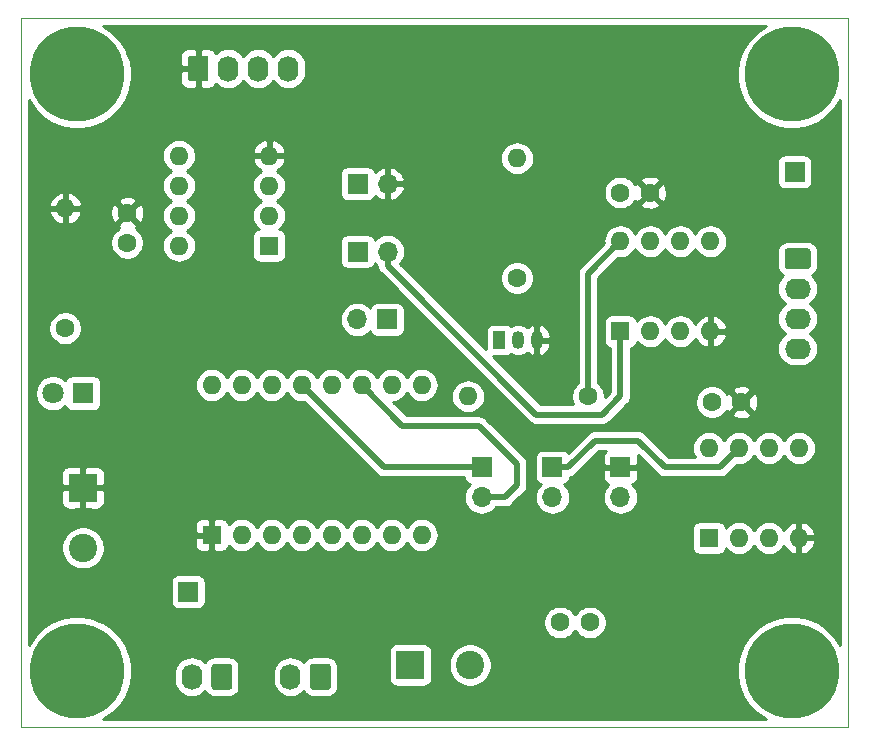
<source format=gbr>
%TF.GenerationSoftware,KiCad,Pcbnew,5.1.4-e60b266~84~ubuntu18.04.1*%
%TF.CreationDate,2020-06-02T14:46:13-03:00*%
%TF.ProjectId,Driver Motor PaP_V2.0,44726976-6572-4204-9d6f-746f72205061,2.0*%
%TF.SameCoordinates,Original*%
%TF.FileFunction,Copper,L1,Top*%
%TF.FilePolarity,Positive*%
%FSLAX46Y46*%
G04 Gerber Fmt 4.6, Leading zero omitted, Abs format (unit mm)*
G04 Created by KiCad (PCBNEW 5.1.4-e60b266~84~ubuntu18.04.1) date 2020-06-02 14:46:13*
%MOMM*%
%LPD*%
G04 APERTURE LIST*
%TA.AperFunction,NonConductor*%
%ADD10C,0.050000*%
%TD*%
%TA.AperFunction,ComponentPad*%
%ADD11R,1.050000X1.500000*%
%TD*%
%TA.AperFunction,ComponentPad*%
%ADD12O,1.050000X1.500000*%
%TD*%
%TA.AperFunction,ComponentPad*%
%ADD13O,1.600000X1.600000*%
%TD*%
%TA.AperFunction,ComponentPad*%
%ADD14C,1.600000*%
%TD*%
%TA.AperFunction,ComponentPad*%
%ADD15O,1.700000X1.700000*%
%TD*%
%TA.AperFunction,ComponentPad*%
%ADD16R,1.700000X1.700000*%
%TD*%
%TA.AperFunction,ComponentPad*%
%ADD17R,1.600000X1.600000*%
%TD*%
%TA.AperFunction,ComponentPad*%
%ADD18O,1.740000X2.200000*%
%TD*%
%TA.AperFunction,Conductor*%
%ADD19C,0.100000*%
%TD*%
%TA.AperFunction,ComponentPad*%
%ADD20C,1.740000*%
%TD*%
%TA.AperFunction,ComponentPad*%
%ADD21O,2.200000X1.740000*%
%TD*%
%TA.AperFunction,ComponentPad*%
%ADD22C,0.900000*%
%TD*%
%TA.AperFunction,ComponentPad*%
%ADD23C,8.000000*%
%TD*%
%TA.AperFunction,ComponentPad*%
%ADD24C,1.800000*%
%TD*%
%TA.AperFunction,ComponentPad*%
%ADD25R,1.800000X1.800000*%
%TD*%
%TA.AperFunction,ComponentPad*%
%ADD26R,2.400000X2.400000*%
%TD*%
%TA.AperFunction,ComponentPad*%
%ADD27C,2.400000*%
%TD*%
%TA.AperFunction,Conductor*%
%ADD28C,0.500000*%
%TD*%
%TA.AperFunction,Conductor*%
%ADD29C,0.254000*%
%TD*%
G04 APERTURE END LIST*
D10*
X75000000Y-109750000D02*
X75000000Y-49750000D01*
X145000000Y-109750000D02*
X75000000Y-109750000D01*
X145000000Y-49750000D02*
X145000000Y-109750000D01*
X75000000Y-49750000D02*
X145000000Y-49750000D01*
D11*
%TO.P,Q1,1*%
%TO.N,Net-(A1-Pad9)*%
X115496000Y-77000000D03*
D12*
%TO.P,Q1,3*%
%TO.N,GND*%
X118680000Y-76990000D03*
%TO.P,Q1,2*%
%TO.N,Net-(Q1-Pad2)*%
X117090000Y-76990000D03*
%TD*%
D13*
%TO.P,R2,2*%
%TO.N,Net-(J3-Pad4)*%
X117000000Y-61590000D03*
D14*
%TO.P,R2,1*%
%TO.N,Net-(Q1-Pad2)*%
X117000000Y-71750000D03*
%TD*%
D15*
%TO.P,JP6,2*%
%TO.N,Net-(JP6-Pad2)*%
X106040000Y-69500000D03*
D16*
%TO.P,JP6,1*%
%TO.N,Net-(A1-Pad12)*%
X103500000Y-69500000D03*
%TD*%
D13*
%TO.P,U2,8*%
%TO.N,VCC*%
X133250000Y-86130000D03*
%TO.P,U2,4*%
%TO.N,GND*%
X140870000Y-93750000D03*
%TO.P,U2,7*%
%TO.N,Net-(JP2-Pad1)*%
X135790000Y-86130000D03*
%TO.P,U2,3*%
%TO.N,Net-(J4-Pad4)*%
X138330000Y-93750000D03*
%TO.P,U2,6*%
%TO.N,Net-(JP2-Pad1)*%
X138330000Y-86130000D03*
%TO.P,U2,2*%
%TO.N,Net-(A1-Pad10)*%
X135790000Y-93750000D03*
%TO.P,U2,5*%
%TO.N,Net-(J4-Pad3)*%
X140870000Y-86130000D03*
D17*
%TO.P,U2,1*%
%TO.N,Net-(A1-Pad10)*%
X133250000Y-93750000D03*
%TD*%
D13*
%TO.P,A1,16*%
%TO.N,Net-(A1-Pad16)*%
X91150000Y-80800000D03*
%TO.P,A1,8*%
%TO.N,VDD*%
X108930000Y-93500000D03*
%TO.P,A1,15*%
%TO.N,Net-(A1-Pad15)*%
X93690000Y-80800000D03*
%TO.P,A1,7*%
%TO.N,GNDPWR*%
X106390000Y-93500000D03*
%TO.P,A1,14*%
%TO.N,VCC*%
X96230000Y-80800000D03*
%TO.P,A1,6*%
%TO.N,Net-(A1-Pad6)*%
X103850000Y-93500000D03*
%TO.P,A1,13*%
%TO.N,VCC*%
X98770000Y-80800000D03*
%TO.P,A1,5*%
%TO.N,Net-(A1-Pad5)*%
X101310000Y-93500000D03*
%TO.P,A1,12*%
%TO.N,Net-(A1-Pad12)*%
X101310000Y-80800000D03*
%TO.P,A1,4*%
%TO.N,Net-(A1-Pad4)*%
X98770000Y-93500000D03*
%TO.P,A1,11*%
%TO.N,Net-(A1-Pad11)*%
X103850000Y-80800000D03*
%TO.P,A1,3*%
%TO.N,Net-(A1-Pad3)*%
X96230000Y-93500000D03*
%TO.P,A1,10*%
%TO.N,Net-(A1-Pad10)*%
X106390000Y-80800000D03*
%TO.P,A1,2*%
%TO.N,Net-(A1-Pad2)*%
X93690000Y-93500000D03*
%TO.P,A1,9*%
%TO.N,Net-(A1-Pad9)*%
X108930000Y-80800000D03*
D17*
%TO.P,A1,1*%
%TO.N,GND*%
X91150000Y-93500000D03*
%TD*%
D18*
%TO.P,J6,2*%
%TO.N,Net-(A1-Pad3)*%
X89460000Y-105500000D03*
D19*
%TD*%
%TO.N,Net-(A1-Pad4)*%
%TO.C,J6*%
G36*
X92644505Y-104401204D02*
G01*
X92668773Y-104404804D01*
X92692572Y-104410765D01*
X92715671Y-104419030D01*
X92737850Y-104429520D01*
X92758893Y-104442132D01*
X92778599Y-104456747D01*
X92796777Y-104473223D01*
X92813253Y-104491401D01*
X92827868Y-104511107D01*
X92840480Y-104532150D01*
X92850970Y-104554329D01*
X92859235Y-104577428D01*
X92865196Y-104601227D01*
X92868796Y-104625495D01*
X92870000Y-104649999D01*
X92870000Y-106350001D01*
X92868796Y-106374505D01*
X92865196Y-106398773D01*
X92859235Y-106422572D01*
X92850970Y-106445671D01*
X92840480Y-106467850D01*
X92827868Y-106488893D01*
X92813253Y-106508599D01*
X92796777Y-106526777D01*
X92778599Y-106543253D01*
X92758893Y-106557868D01*
X92737850Y-106570480D01*
X92715671Y-106580970D01*
X92692572Y-106589235D01*
X92668773Y-106595196D01*
X92644505Y-106598796D01*
X92620001Y-106600000D01*
X91379999Y-106600000D01*
X91355495Y-106598796D01*
X91331227Y-106595196D01*
X91307428Y-106589235D01*
X91284329Y-106580970D01*
X91262150Y-106570480D01*
X91241107Y-106557868D01*
X91221401Y-106543253D01*
X91203223Y-106526777D01*
X91186747Y-106508599D01*
X91172132Y-106488893D01*
X91159520Y-106467850D01*
X91149030Y-106445671D01*
X91140765Y-106422572D01*
X91134804Y-106398773D01*
X91131204Y-106374505D01*
X91130000Y-106350001D01*
X91130000Y-104649999D01*
X91131204Y-104625495D01*
X91134804Y-104601227D01*
X91140765Y-104577428D01*
X91149030Y-104554329D01*
X91159520Y-104532150D01*
X91172132Y-104511107D01*
X91186747Y-104491401D01*
X91203223Y-104473223D01*
X91221401Y-104456747D01*
X91241107Y-104442132D01*
X91262150Y-104429520D01*
X91284329Y-104419030D01*
X91307428Y-104410765D01*
X91331227Y-104404804D01*
X91355495Y-104401204D01*
X91379999Y-104400000D01*
X92620001Y-104400000D01*
X92644505Y-104401204D01*
X92644505Y-104401204D01*
G37*
D20*
%TO.P,J6,1*%
%TO.N,Net-(A1-Pad4)*%
X92000000Y-105500000D03*
%TD*%
D13*
%TO.P,U3,8*%
%TO.N,VCC*%
X125750000Y-68630000D03*
%TO.P,U3,4*%
%TO.N,GND*%
X133370000Y-76250000D03*
%TO.P,U3,7*%
%TO.N,Net-(J5-Pad1)*%
X128290000Y-68630000D03*
%TO.P,U3,3*%
%TO.N,Net-(J4-Pad2)*%
X130830000Y-76250000D03*
%TO.P,U3,6*%
%TO.N,Net-(J5-Pad1)*%
X130830000Y-68630000D03*
%TO.P,U3,2*%
%TO.N,Net-(JP6-Pad2)*%
X128290000Y-76250000D03*
%TO.P,U3,5*%
%TO.N,Net-(J4-Pad1)*%
X133370000Y-68630000D03*
D17*
%TO.P,U3,1*%
%TO.N,Net-(JP6-Pad2)*%
X125750000Y-76250000D03*
%TD*%
D13*
%TO.P,U1,8*%
%TO.N,VCC*%
X88380000Y-69000000D03*
%TO.P,U1,4*%
%TO.N,GND*%
X96000000Y-61380000D03*
%TO.P,U1,7*%
%TO.N,Net-(A1-Pad16)*%
X88380000Y-66460000D03*
%TO.P,U1,3*%
%TO.N,Net-(J3-Pad3)*%
X96000000Y-63920000D03*
%TO.P,U1,6*%
%TO.N,Net-(A1-Pad16)*%
X88380000Y-63920000D03*
%TO.P,U1,2*%
%TO.N,Net-(A1-Pad15)*%
X96000000Y-66460000D03*
%TO.P,U1,5*%
%TO.N,Net-(J3-Pad2)*%
X88380000Y-61380000D03*
D17*
%TO.P,U1,1*%
%TO.N,Net-(A1-Pad15)*%
X96000000Y-69000000D03*
%TD*%
D13*
%TO.P,R3,2*%
%TO.N,Net-(A1-Pad9)*%
X112840000Y-81750000D03*
D14*
%TO.P,R3,1*%
%TO.N,VCC*%
X123000000Y-81750000D03*
%TD*%
D13*
%TO.P,R1,2*%
%TO.N,GND*%
X78750000Y-65840000D03*
D14*
%TO.P,R1,1*%
%TO.N,Net-(D1-Pad1)*%
X78750000Y-76000000D03*
%TD*%
D15*
%TO.P,JP5,2*%
%TO.N,GND*%
X106040000Y-63750000D03*
D16*
%TO.P,JP5,1*%
%TO.N,Net-(A1-Pad12)*%
X103500000Y-63750000D03*
%TD*%
D15*
%TO.P,JP4,2*%
%TO.N,VCC*%
X103460000Y-75250000D03*
D16*
%TO.P,JP4,1*%
%TO.N,Net-(A1-Pad12)*%
X106000000Y-75250000D03*
%TD*%
D15*
%TO.P,JP3,2*%
%TO.N,Net-(A1-Pad11)*%
X125750000Y-90290000D03*
D16*
%TO.P,JP3,1*%
%TO.N,GND*%
X125750000Y-87750000D03*
%TD*%
D15*
%TO.P,JP2,2*%
%TO.N,Net-(A1-Pad11)*%
X120000000Y-90290000D03*
D16*
%TO.P,JP2,1*%
%TO.N,Net-(JP2-Pad1)*%
X120000000Y-87750000D03*
%TD*%
D15*
%TO.P,JP1,2*%
%TO.N,Net-(A1-Pad11)*%
X114000000Y-90290000D03*
D16*
%TO.P,JP1,1*%
%TO.N,VCC*%
X114000000Y-87750000D03*
%TD*%
%TO.P,J8,1*%
%TO.N,Net-(A1-Pad2)*%
X89150000Y-98300000D03*
%TD*%
D18*
%TO.P,J7,2*%
%TO.N,Net-(A1-Pad5)*%
X97810000Y-105500000D03*
D19*
%TD*%
%TO.N,Net-(A1-Pad6)*%
%TO.C,J7*%
G36*
X100994505Y-104401204D02*
G01*
X101018773Y-104404804D01*
X101042572Y-104410765D01*
X101065671Y-104419030D01*
X101087850Y-104429520D01*
X101108893Y-104442132D01*
X101128599Y-104456747D01*
X101146777Y-104473223D01*
X101163253Y-104491401D01*
X101177868Y-104511107D01*
X101190480Y-104532150D01*
X101200970Y-104554329D01*
X101209235Y-104577428D01*
X101215196Y-104601227D01*
X101218796Y-104625495D01*
X101220000Y-104649999D01*
X101220000Y-106350001D01*
X101218796Y-106374505D01*
X101215196Y-106398773D01*
X101209235Y-106422572D01*
X101200970Y-106445671D01*
X101190480Y-106467850D01*
X101177868Y-106488893D01*
X101163253Y-106508599D01*
X101146777Y-106526777D01*
X101128599Y-106543253D01*
X101108893Y-106557868D01*
X101087850Y-106570480D01*
X101065671Y-106580970D01*
X101042572Y-106589235D01*
X101018773Y-106595196D01*
X100994505Y-106598796D01*
X100970001Y-106600000D01*
X99729999Y-106600000D01*
X99705495Y-106598796D01*
X99681227Y-106595196D01*
X99657428Y-106589235D01*
X99634329Y-106580970D01*
X99612150Y-106570480D01*
X99591107Y-106557868D01*
X99571401Y-106543253D01*
X99553223Y-106526777D01*
X99536747Y-106508599D01*
X99522132Y-106488893D01*
X99509520Y-106467850D01*
X99499030Y-106445671D01*
X99490765Y-106422572D01*
X99484804Y-106398773D01*
X99481204Y-106374505D01*
X99480000Y-106350001D01*
X99480000Y-104649999D01*
X99481204Y-104625495D01*
X99484804Y-104601227D01*
X99490765Y-104577428D01*
X99499030Y-104554329D01*
X99509520Y-104532150D01*
X99522132Y-104511107D01*
X99536747Y-104491401D01*
X99553223Y-104473223D01*
X99571401Y-104456747D01*
X99591107Y-104442132D01*
X99612150Y-104429520D01*
X99634329Y-104419030D01*
X99657428Y-104410765D01*
X99681227Y-104404804D01*
X99705495Y-104401204D01*
X99729999Y-104400000D01*
X100970001Y-104400000D01*
X100994505Y-104401204D01*
X100994505Y-104401204D01*
G37*
D20*
%TO.P,J7,1*%
%TO.N,Net-(A1-Pad6)*%
X100350000Y-105500000D03*
%TD*%
D16*
%TO.P,J5,1*%
%TO.N,Net-(J5-Pad1)*%
X140500000Y-62750000D03*
%TD*%
D21*
%TO.P,J4,4*%
%TO.N,Net-(J4-Pad4)*%
X140750000Y-77720000D03*
%TO.P,J4,3*%
%TO.N,Net-(J4-Pad3)*%
X140750000Y-75180000D03*
%TO.P,J4,2*%
%TO.N,Net-(J4-Pad2)*%
X140750000Y-72640000D03*
D19*
%TD*%
%TO.N,Net-(J4-Pad1)*%
%TO.C,J4*%
G36*
X141624505Y-69231204D02*
G01*
X141648773Y-69234804D01*
X141672572Y-69240765D01*
X141695671Y-69249030D01*
X141717850Y-69259520D01*
X141738893Y-69272132D01*
X141758599Y-69286747D01*
X141776777Y-69303223D01*
X141793253Y-69321401D01*
X141807868Y-69341107D01*
X141820480Y-69362150D01*
X141830970Y-69384329D01*
X141839235Y-69407428D01*
X141845196Y-69431227D01*
X141848796Y-69455495D01*
X141850000Y-69479999D01*
X141850000Y-70720001D01*
X141848796Y-70744505D01*
X141845196Y-70768773D01*
X141839235Y-70792572D01*
X141830970Y-70815671D01*
X141820480Y-70837850D01*
X141807868Y-70858893D01*
X141793253Y-70878599D01*
X141776777Y-70896777D01*
X141758599Y-70913253D01*
X141738893Y-70927868D01*
X141717850Y-70940480D01*
X141695671Y-70950970D01*
X141672572Y-70959235D01*
X141648773Y-70965196D01*
X141624505Y-70968796D01*
X141600001Y-70970000D01*
X139899999Y-70970000D01*
X139875495Y-70968796D01*
X139851227Y-70965196D01*
X139827428Y-70959235D01*
X139804329Y-70950970D01*
X139782150Y-70940480D01*
X139761107Y-70927868D01*
X139741401Y-70913253D01*
X139723223Y-70896777D01*
X139706747Y-70878599D01*
X139692132Y-70858893D01*
X139679520Y-70837850D01*
X139669030Y-70815671D01*
X139660765Y-70792572D01*
X139654804Y-70768773D01*
X139651204Y-70744505D01*
X139650000Y-70720001D01*
X139650000Y-69479999D01*
X139651204Y-69455495D01*
X139654804Y-69431227D01*
X139660765Y-69407428D01*
X139669030Y-69384329D01*
X139679520Y-69362150D01*
X139692132Y-69341107D01*
X139706747Y-69321401D01*
X139723223Y-69303223D01*
X139741401Y-69286747D01*
X139761107Y-69272132D01*
X139782150Y-69259520D01*
X139804329Y-69249030D01*
X139827428Y-69240765D01*
X139851227Y-69234804D01*
X139875495Y-69231204D01*
X139899999Y-69230000D01*
X141600001Y-69230000D01*
X141624505Y-69231204D01*
X141624505Y-69231204D01*
G37*
D20*
%TO.P,J4,1*%
%TO.N,Net-(J4-Pad1)*%
X140750000Y-70100000D03*
%TD*%
D18*
%TO.P,J3,4*%
%TO.N,Net-(J3-Pad4)*%
X97620000Y-54000000D03*
%TO.P,J3,3*%
%TO.N,Net-(J3-Pad3)*%
X95080000Y-54000000D03*
%TO.P,J3,2*%
%TO.N,Net-(J3-Pad2)*%
X92540000Y-54000000D03*
D19*
%TD*%
%TO.N,GND*%
%TO.C,J3*%
G36*
X90644505Y-52901204D02*
G01*
X90668773Y-52904804D01*
X90692572Y-52910765D01*
X90715671Y-52919030D01*
X90737850Y-52929520D01*
X90758893Y-52942132D01*
X90778599Y-52956747D01*
X90796777Y-52973223D01*
X90813253Y-52991401D01*
X90827868Y-53011107D01*
X90840480Y-53032150D01*
X90850970Y-53054329D01*
X90859235Y-53077428D01*
X90865196Y-53101227D01*
X90868796Y-53125495D01*
X90870000Y-53149999D01*
X90870000Y-54850001D01*
X90868796Y-54874505D01*
X90865196Y-54898773D01*
X90859235Y-54922572D01*
X90850970Y-54945671D01*
X90840480Y-54967850D01*
X90827868Y-54988893D01*
X90813253Y-55008599D01*
X90796777Y-55026777D01*
X90778599Y-55043253D01*
X90758893Y-55057868D01*
X90737850Y-55070480D01*
X90715671Y-55080970D01*
X90692572Y-55089235D01*
X90668773Y-55095196D01*
X90644505Y-55098796D01*
X90620001Y-55100000D01*
X89379999Y-55100000D01*
X89355495Y-55098796D01*
X89331227Y-55095196D01*
X89307428Y-55089235D01*
X89284329Y-55080970D01*
X89262150Y-55070480D01*
X89241107Y-55057868D01*
X89221401Y-55043253D01*
X89203223Y-55026777D01*
X89186747Y-55008599D01*
X89172132Y-54988893D01*
X89159520Y-54967850D01*
X89149030Y-54945671D01*
X89140765Y-54922572D01*
X89134804Y-54898773D01*
X89131204Y-54874505D01*
X89130000Y-54850001D01*
X89130000Y-53149999D01*
X89131204Y-53125495D01*
X89134804Y-53101227D01*
X89140765Y-53077428D01*
X89149030Y-53054329D01*
X89159520Y-53032150D01*
X89172132Y-53011107D01*
X89186747Y-52991401D01*
X89203223Y-52973223D01*
X89221401Y-52956747D01*
X89241107Y-52942132D01*
X89262150Y-52929520D01*
X89284329Y-52919030D01*
X89307428Y-52910765D01*
X89331227Y-52904804D01*
X89355495Y-52901204D01*
X89379999Y-52900000D01*
X90620001Y-52900000D01*
X90644505Y-52901204D01*
X90644505Y-52901204D01*
G37*
D20*
%TO.P,J3,1*%
%TO.N,GND*%
X90000000Y-54000000D03*
%TD*%
D22*
%TO.P,H4,1*%
%TO.N,N/C*%
X142371320Y-102878680D03*
X140250000Y-102000000D03*
X138128680Y-102878680D03*
X137250000Y-105000000D03*
X138128680Y-107121320D03*
X140250000Y-108000000D03*
X142371320Y-107121320D03*
X143250000Y-105000000D03*
D23*
X140250000Y-105000000D03*
%TD*%
D22*
%TO.P,H3,1*%
%TO.N,N/C*%
X142371320Y-52378680D03*
X140250000Y-51500000D03*
X138128680Y-52378680D03*
X137250000Y-54500000D03*
X138128680Y-56621320D03*
X140250000Y-57500000D03*
X142371320Y-56621320D03*
X143250000Y-54500000D03*
D23*
X140250000Y-54500000D03*
%TD*%
D22*
%TO.P,H2,1*%
%TO.N,N/C*%
X81871320Y-102878680D03*
X79750000Y-102000000D03*
X77628680Y-102878680D03*
X76750000Y-105000000D03*
X77628680Y-107121320D03*
X79750000Y-108000000D03*
X81871320Y-107121320D03*
X82750000Y-105000000D03*
D23*
X79750000Y-105000000D03*
%TD*%
D24*
%TO.P,D1,2*%
%TO.N,VCC*%
X77710000Y-81500000D03*
D25*
%TO.P,D1,1*%
%TO.N,Net-(D1-Pad1)*%
X80250000Y-81500000D03*
%TD*%
D22*
%TO.P,H1,1*%
%TO.N,N/C*%
X81871320Y-52378680D03*
X79750000Y-51500000D03*
X77628680Y-52378680D03*
X76750000Y-54500000D03*
X77628680Y-56621320D03*
X79750000Y-57500000D03*
X81871320Y-56621320D03*
X82750000Y-54500000D03*
D23*
X79750000Y-54500000D03*
%TD*%
D14*
%TO.P,C1,2*%
%TO.N,GND*%
X84000000Y-66250000D03*
%TO.P,C1,1*%
%TO.N,VCC*%
X84000000Y-68750000D03*
%TD*%
%TO.P,C2,2*%
%TO.N,GND*%
X136000000Y-82250000D03*
%TO.P,C2,1*%
%TO.N,VCC*%
X133500000Y-82250000D03*
%TD*%
%TO.P,C3,2*%
%TO.N,GND*%
X128250000Y-64500000D03*
%TO.P,C3,1*%
%TO.N,VCC*%
X125750000Y-64500000D03*
%TD*%
D26*
%TO.P,J1,1*%
%TO.N,GND*%
X80250000Y-89500000D03*
D27*
%TO.P,J1,2*%
%TO.N,VCC*%
X80250000Y-94580000D03*
%TD*%
%TO.P,J2,2*%
%TO.N,VDD*%
X113030000Y-104500000D03*
D26*
%TO.P,J2,1*%
%TO.N,GNDPWR*%
X107950000Y-104500000D03*
%TD*%
D14*
%TO.P,C4,1*%
%TO.N,VDD*%
X123150000Y-100900000D03*
%TO.P,C4,2*%
%TO.N,GNDPWR*%
X120650000Y-100900000D03*
%TD*%
D28*
%TO.N,VCC*%
X123000000Y-71380000D02*
X125750000Y-68630000D01*
X123000000Y-81750000D02*
X123000000Y-71380000D01*
X105720000Y-87750000D02*
X98770000Y-80800000D01*
X114000000Y-87750000D02*
X105720000Y-87750000D01*
%TO.N,Net-(A1-Pad12)*%
X101350000Y-80760000D02*
X101310000Y-80800000D01*
%TO.N,Net-(A1-Pad11)*%
X114000000Y-90290000D02*
X115960000Y-90290000D01*
X115960000Y-90290000D02*
X117000000Y-89250000D01*
X117000000Y-89250000D02*
X117000000Y-87500000D01*
X117000000Y-87500000D02*
X113750000Y-84250000D01*
X107300000Y-84250000D02*
X103850000Y-80800000D01*
X113750000Y-84250000D02*
X107300000Y-84250000D01*
%TO.N,Net-(J4-Pad3)*%
X140550000Y-75180000D02*
X140320000Y-75180000D01*
%TO.N,Net-(JP2-Pad1)*%
X135790000Y-86130000D02*
X134170000Y-87750000D01*
X134170000Y-87750000D02*
X129500000Y-87750000D01*
X129500000Y-87750000D02*
X127250000Y-85500000D01*
X121350000Y-87750000D02*
X120000000Y-87750000D01*
X123600000Y-85500000D02*
X121350000Y-87750000D01*
X127250000Y-85500000D02*
X123600000Y-85500000D01*
%TO.N,Net-(JP6-Pad2)*%
X125750000Y-81750000D02*
X124199999Y-83300001D01*
X125750000Y-76250000D02*
X125750000Y-81750000D01*
X106040000Y-70702081D02*
X118637920Y-83300001D01*
X118637920Y-83300001D02*
X119550001Y-83300001D01*
X106040000Y-69500000D02*
X106040000Y-70702081D01*
X124199999Y-83300001D02*
X119550001Y-83300001D01*
X119550001Y-83300001D02*
X118840001Y-83300001D01*
%TD*%
D29*
%TO.N,GND*%
G36*
X137300459Y-50905974D02*
G01*
X136655974Y-51550459D01*
X136149606Y-52308294D01*
X135800813Y-53150354D01*
X135623000Y-54044280D01*
X135623000Y-54955720D01*
X135800813Y-55849646D01*
X136149606Y-56691706D01*
X136655974Y-57449541D01*
X137300459Y-58094026D01*
X138058294Y-58600394D01*
X138900354Y-58949187D01*
X139794280Y-59127000D01*
X140705720Y-59127000D01*
X141599646Y-58949187D01*
X142441706Y-58600394D01*
X143199541Y-58094026D01*
X143844026Y-57449541D01*
X144348000Y-56695289D01*
X144348001Y-102804712D01*
X143844026Y-102050459D01*
X143199541Y-101405974D01*
X142441706Y-100899606D01*
X141599646Y-100550813D01*
X140705720Y-100373000D01*
X139794280Y-100373000D01*
X138900354Y-100550813D01*
X138058294Y-100899606D01*
X137300459Y-101405974D01*
X136655974Y-102050459D01*
X136149606Y-102808294D01*
X135800813Y-103650354D01*
X135623000Y-104544280D01*
X135623000Y-105455720D01*
X135800813Y-106349646D01*
X136149606Y-107191706D01*
X136655974Y-107949541D01*
X137300459Y-108594026D01*
X138054711Y-109098000D01*
X81945289Y-109098000D01*
X82699541Y-108594026D01*
X83344026Y-107949541D01*
X83850394Y-107191706D01*
X84199187Y-106349646D01*
X84377000Y-105455720D01*
X84377000Y-105196462D01*
X87963000Y-105196462D01*
X87963000Y-105803537D01*
X87984661Y-106023462D01*
X88070261Y-106305648D01*
X88209268Y-106565712D01*
X88396340Y-106793660D01*
X88624287Y-106980732D01*
X88884351Y-107119739D01*
X89166537Y-107205339D01*
X89460000Y-107234243D01*
X89753462Y-107205339D01*
X90035648Y-107119739D01*
X90295712Y-106980732D01*
X90523660Y-106793660D01*
X90584476Y-106719555D01*
X90648279Y-106838921D01*
X90757722Y-106972278D01*
X90891079Y-107081721D01*
X91043225Y-107163045D01*
X91208313Y-107213123D01*
X91379999Y-107230033D01*
X92620001Y-107230033D01*
X92791687Y-107213123D01*
X92956775Y-107163045D01*
X93108921Y-107081721D01*
X93242278Y-106972278D01*
X93351721Y-106838921D01*
X93433045Y-106686775D01*
X93483123Y-106521687D01*
X93500033Y-106350001D01*
X93500033Y-105196462D01*
X96313000Y-105196462D01*
X96313000Y-105803537D01*
X96334661Y-106023462D01*
X96420261Y-106305648D01*
X96559268Y-106565712D01*
X96746340Y-106793660D01*
X96974287Y-106980732D01*
X97234351Y-107119739D01*
X97516537Y-107205339D01*
X97810000Y-107234243D01*
X98103462Y-107205339D01*
X98385648Y-107119739D01*
X98645712Y-106980732D01*
X98873660Y-106793660D01*
X98934476Y-106719555D01*
X98998279Y-106838921D01*
X99107722Y-106972278D01*
X99241079Y-107081721D01*
X99393225Y-107163045D01*
X99558313Y-107213123D01*
X99729999Y-107230033D01*
X100970001Y-107230033D01*
X101141687Y-107213123D01*
X101306775Y-107163045D01*
X101458921Y-107081721D01*
X101592278Y-106972278D01*
X101701721Y-106838921D01*
X101783045Y-106686775D01*
X101833123Y-106521687D01*
X101850033Y-106350001D01*
X101850033Y-104649999D01*
X101833123Y-104478313D01*
X101783045Y-104313225D01*
X101701721Y-104161079D01*
X101592278Y-104027722D01*
X101458921Y-103918279D01*
X101306775Y-103836955D01*
X101141687Y-103786877D01*
X100970001Y-103769967D01*
X99729999Y-103769967D01*
X99558313Y-103786877D01*
X99393225Y-103836955D01*
X99241079Y-103918279D01*
X99107722Y-104027722D01*
X98998279Y-104161079D01*
X98934476Y-104280445D01*
X98873660Y-104206340D01*
X98645713Y-104019268D01*
X98385649Y-103880261D01*
X98103463Y-103794661D01*
X97810000Y-103765757D01*
X97516538Y-103794661D01*
X97234352Y-103880261D01*
X96974288Y-104019268D01*
X96746340Y-104206340D01*
X96559268Y-104434287D01*
X96420261Y-104694351D01*
X96334661Y-104976537D01*
X96313000Y-105196462D01*
X93500033Y-105196462D01*
X93500033Y-104649999D01*
X93483123Y-104478313D01*
X93433045Y-104313225D01*
X93351721Y-104161079D01*
X93242278Y-104027722D01*
X93108921Y-103918279D01*
X92956775Y-103836955D01*
X92791687Y-103786877D01*
X92620001Y-103769967D01*
X91379999Y-103769967D01*
X91208313Y-103786877D01*
X91043225Y-103836955D01*
X90891079Y-103918279D01*
X90757722Y-104027722D01*
X90648279Y-104161079D01*
X90584476Y-104280445D01*
X90523660Y-104206340D01*
X90295713Y-104019268D01*
X90035649Y-103880261D01*
X89753463Y-103794661D01*
X89460000Y-103765757D01*
X89166538Y-103794661D01*
X88884352Y-103880261D01*
X88624288Y-104019268D01*
X88396340Y-104206340D01*
X88209268Y-104434287D01*
X88070261Y-104694351D01*
X87984661Y-104976537D01*
X87963000Y-105196462D01*
X84377000Y-105196462D01*
X84377000Y-104544280D01*
X84199187Y-103650354D01*
X84054066Y-103300000D01*
X106119967Y-103300000D01*
X106119967Y-105700000D01*
X106132073Y-105822913D01*
X106167925Y-105941103D01*
X106226147Y-106050028D01*
X106304499Y-106145501D01*
X106399972Y-106223853D01*
X106508897Y-106282075D01*
X106627087Y-106317927D01*
X106750000Y-106330033D01*
X109150000Y-106330033D01*
X109272913Y-106317927D01*
X109391103Y-106282075D01*
X109500028Y-106223853D01*
X109595501Y-106145501D01*
X109673853Y-106050028D01*
X109732075Y-105941103D01*
X109767927Y-105822913D01*
X109780033Y-105700000D01*
X109780033Y-104320056D01*
X111203000Y-104320056D01*
X111203000Y-104679944D01*
X111273211Y-105032916D01*
X111410934Y-105365409D01*
X111610876Y-105664645D01*
X111865355Y-105919124D01*
X112164591Y-106119066D01*
X112497084Y-106256789D01*
X112850056Y-106327000D01*
X113209944Y-106327000D01*
X113562916Y-106256789D01*
X113895409Y-106119066D01*
X114194645Y-105919124D01*
X114449124Y-105664645D01*
X114649066Y-105365409D01*
X114786789Y-105032916D01*
X114857000Y-104679944D01*
X114857000Y-104320056D01*
X114786789Y-103967084D01*
X114649066Y-103634591D01*
X114449124Y-103335355D01*
X114194645Y-103080876D01*
X113895409Y-102880934D01*
X113562916Y-102743211D01*
X113209944Y-102673000D01*
X112850056Y-102673000D01*
X112497084Y-102743211D01*
X112164591Y-102880934D01*
X111865355Y-103080876D01*
X111610876Y-103335355D01*
X111410934Y-103634591D01*
X111273211Y-103967084D01*
X111203000Y-104320056D01*
X109780033Y-104320056D01*
X109780033Y-103300000D01*
X109767927Y-103177087D01*
X109732075Y-103058897D01*
X109673853Y-102949972D01*
X109595501Y-102854499D01*
X109500028Y-102776147D01*
X109391103Y-102717925D01*
X109272913Y-102682073D01*
X109150000Y-102669967D01*
X106750000Y-102669967D01*
X106627087Y-102682073D01*
X106508897Y-102717925D01*
X106399972Y-102776147D01*
X106304499Y-102854499D01*
X106226147Y-102949972D01*
X106167925Y-103058897D01*
X106132073Y-103177087D01*
X106119967Y-103300000D01*
X84054066Y-103300000D01*
X83850394Y-102808294D01*
X83344026Y-102050459D01*
X82699541Y-101405974D01*
X81941706Y-100899606D01*
X81603348Y-100759453D01*
X119223000Y-100759453D01*
X119223000Y-101040547D01*
X119277838Y-101316241D01*
X119385409Y-101575938D01*
X119541576Y-101809660D01*
X119740340Y-102008424D01*
X119974062Y-102164591D01*
X120233759Y-102272162D01*
X120509453Y-102327000D01*
X120790547Y-102327000D01*
X121066241Y-102272162D01*
X121325938Y-102164591D01*
X121559660Y-102008424D01*
X121758424Y-101809660D01*
X121900000Y-101597775D01*
X122041576Y-101809660D01*
X122240340Y-102008424D01*
X122474062Y-102164591D01*
X122733759Y-102272162D01*
X123009453Y-102327000D01*
X123290547Y-102327000D01*
X123566241Y-102272162D01*
X123825938Y-102164591D01*
X124059660Y-102008424D01*
X124258424Y-101809660D01*
X124414591Y-101575938D01*
X124522162Y-101316241D01*
X124577000Y-101040547D01*
X124577000Y-100759453D01*
X124522162Y-100483759D01*
X124414591Y-100224062D01*
X124258424Y-99990340D01*
X124059660Y-99791576D01*
X123825938Y-99635409D01*
X123566241Y-99527838D01*
X123290547Y-99473000D01*
X123009453Y-99473000D01*
X122733759Y-99527838D01*
X122474062Y-99635409D01*
X122240340Y-99791576D01*
X122041576Y-99990340D01*
X121900000Y-100202225D01*
X121758424Y-99990340D01*
X121559660Y-99791576D01*
X121325938Y-99635409D01*
X121066241Y-99527838D01*
X120790547Y-99473000D01*
X120509453Y-99473000D01*
X120233759Y-99527838D01*
X119974062Y-99635409D01*
X119740340Y-99791576D01*
X119541576Y-99990340D01*
X119385409Y-100224062D01*
X119277838Y-100483759D01*
X119223000Y-100759453D01*
X81603348Y-100759453D01*
X81099646Y-100550813D01*
X80205720Y-100373000D01*
X79294280Y-100373000D01*
X78400354Y-100550813D01*
X77558294Y-100899606D01*
X76800459Y-101405974D01*
X76155974Y-102050459D01*
X75652000Y-102804711D01*
X75652000Y-97450000D01*
X87669967Y-97450000D01*
X87669967Y-99150000D01*
X87682073Y-99272913D01*
X87717925Y-99391103D01*
X87776147Y-99500028D01*
X87854499Y-99595501D01*
X87949972Y-99673853D01*
X88058897Y-99732075D01*
X88177087Y-99767927D01*
X88300000Y-99780033D01*
X90000000Y-99780033D01*
X90122913Y-99767927D01*
X90241103Y-99732075D01*
X90350028Y-99673853D01*
X90445501Y-99595501D01*
X90523853Y-99500028D01*
X90582075Y-99391103D01*
X90617927Y-99272913D01*
X90630033Y-99150000D01*
X90630033Y-97450000D01*
X90617927Y-97327087D01*
X90582075Y-97208897D01*
X90523853Y-97099972D01*
X90445501Y-97004499D01*
X90350028Y-96926147D01*
X90241103Y-96867925D01*
X90122913Y-96832073D01*
X90000000Y-96819967D01*
X88300000Y-96819967D01*
X88177087Y-96832073D01*
X88058897Y-96867925D01*
X87949972Y-96926147D01*
X87854499Y-97004499D01*
X87776147Y-97099972D01*
X87717925Y-97208897D01*
X87682073Y-97327087D01*
X87669967Y-97450000D01*
X75652000Y-97450000D01*
X75652000Y-94400056D01*
X78423000Y-94400056D01*
X78423000Y-94759944D01*
X78493211Y-95112916D01*
X78630934Y-95445409D01*
X78830876Y-95744645D01*
X79085355Y-95999124D01*
X79384591Y-96199066D01*
X79717084Y-96336789D01*
X80070056Y-96407000D01*
X80429944Y-96407000D01*
X80782916Y-96336789D01*
X81115409Y-96199066D01*
X81414645Y-95999124D01*
X81669124Y-95744645D01*
X81869066Y-95445409D01*
X82006789Y-95112916D01*
X82077000Y-94759944D01*
X82077000Y-94400056D01*
X82057098Y-94300000D01*
X89711928Y-94300000D01*
X89724188Y-94424482D01*
X89760498Y-94544180D01*
X89819463Y-94654494D01*
X89898815Y-94751185D01*
X89995506Y-94830537D01*
X90105820Y-94889502D01*
X90225518Y-94925812D01*
X90350000Y-94938072D01*
X90864250Y-94935000D01*
X91023000Y-94776250D01*
X91023000Y-93627000D01*
X89873750Y-93627000D01*
X89715000Y-93785750D01*
X89711928Y-94300000D01*
X82057098Y-94300000D01*
X82006789Y-94047084D01*
X81869066Y-93714591D01*
X81669124Y-93415355D01*
X81414645Y-93160876D01*
X81115409Y-92960934D01*
X80782916Y-92823211D01*
X80429944Y-92753000D01*
X80070056Y-92753000D01*
X79717084Y-92823211D01*
X79384591Y-92960934D01*
X79085355Y-93160876D01*
X78830876Y-93415355D01*
X78630934Y-93714591D01*
X78493211Y-94047084D01*
X78423000Y-94400056D01*
X75652000Y-94400056D01*
X75652000Y-92700000D01*
X89711928Y-92700000D01*
X89715000Y-93214250D01*
X89873750Y-93373000D01*
X91023000Y-93373000D01*
X91023000Y-92223750D01*
X91277000Y-92223750D01*
X91277000Y-93373000D01*
X91297000Y-93373000D01*
X91297000Y-93627000D01*
X91277000Y-93627000D01*
X91277000Y-94776250D01*
X91435750Y-94935000D01*
X91950000Y-94938072D01*
X92074482Y-94925812D01*
X92194180Y-94889502D01*
X92304494Y-94830537D01*
X92401185Y-94751185D01*
X92480537Y-94654494D01*
X92539502Y-94544180D01*
X92575812Y-94424482D01*
X92578690Y-94395257D01*
X92676077Y-94513923D01*
X92893366Y-94692248D01*
X93141269Y-94824755D01*
X93410259Y-94906352D01*
X93619902Y-94927000D01*
X93760098Y-94927000D01*
X93969741Y-94906352D01*
X94238731Y-94824755D01*
X94486634Y-94692248D01*
X94703923Y-94513923D01*
X94882248Y-94296634D01*
X94960000Y-94151170D01*
X95037752Y-94296634D01*
X95216077Y-94513923D01*
X95433366Y-94692248D01*
X95681269Y-94824755D01*
X95950259Y-94906352D01*
X96159902Y-94927000D01*
X96300098Y-94927000D01*
X96509741Y-94906352D01*
X96778731Y-94824755D01*
X97026634Y-94692248D01*
X97243923Y-94513923D01*
X97422248Y-94296634D01*
X97500000Y-94151170D01*
X97577752Y-94296634D01*
X97756077Y-94513923D01*
X97973366Y-94692248D01*
X98221269Y-94824755D01*
X98490259Y-94906352D01*
X98699902Y-94927000D01*
X98840098Y-94927000D01*
X99049741Y-94906352D01*
X99318731Y-94824755D01*
X99566634Y-94692248D01*
X99783923Y-94513923D01*
X99962248Y-94296634D01*
X100040000Y-94151170D01*
X100117752Y-94296634D01*
X100296077Y-94513923D01*
X100513366Y-94692248D01*
X100761269Y-94824755D01*
X101030259Y-94906352D01*
X101239902Y-94927000D01*
X101380098Y-94927000D01*
X101589741Y-94906352D01*
X101858731Y-94824755D01*
X102106634Y-94692248D01*
X102323923Y-94513923D01*
X102502248Y-94296634D01*
X102580000Y-94151170D01*
X102657752Y-94296634D01*
X102836077Y-94513923D01*
X103053366Y-94692248D01*
X103301269Y-94824755D01*
X103570259Y-94906352D01*
X103779902Y-94927000D01*
X103920098Y-94927000D01*
X104129741Y-94906352D01*
X104398731Y-94824755D01*
X104646634Y-94692248D01*
X104863923Y-94513923D01*
X105042248Y-94296634D01*
X105120000Y-94151170D01*
X105197752Y-94296634D01*
X105376077Y-94513923D01*
X105593366Y-94692248D01*
X105841269Y-94824755D01*
X106110259Y-94906352D01*
X106319902Y-94927000D01*
X106460098Y-94927000D01*
X106669741Y-94906352D01*
X106938731Y-94824755D01*
X107186634Y-94692248D01*
X107403923Y-94513923D01*
X107582248Y-94296634D01*
X107660000Y-94151170D01*
X107737752Y-94296634D01*
X107916077Y-94513923D01*
X108133366Y-94692248D01*
X108381269Y-94824755D01*
X108650259Y-94906352D01*
X108859902Y-94927000D01*
X109000098Y-94927000D01*
X109209741Y-94906352D01*
X109478731Y-94824755D01*
X109726634Y-94692248D01*
X109943923Y-94513923D01*
X110122248Y-94296634D01*
X110254755Y-94048731D01*
X110336352Y-93779741D01*
X110363904Y-93500000D01*
X110336352Y-93220259D01*
X110254755Y-92951269D01*
X110254077Y-92950000D01*
X131819967Y-92950000D01*
X131819967Y-94550000D01*
X131832073Y-94672913D01*
X131867925Y-94791103D01*
X131926147Y-94900028D01*
X132004499Y-94995501D01*
X132099972Y-95073853D01*
X132208897Y-95132075D01*
X132327087Y-95167927D01*
X132450000Y-95180033D01*
X134050000Y-95180033D01*
X134172913Y-95167927D01*
X134291103Y-95132075D01*
X134400028Y-95073853D01*
X134495501Y-94995501D01*
X134573853Y-94900028D01*
X134632075Y-94791103D01*
X134667927Y-94672913D01*
X134671512Y-94636511D01*
X134776077Y-94763923D01*
X134993366Y-94942248D01*
X135241269Y-95074755D01*
X135510259Y-95156352D01*
X135719902Y-95177000D01*
X135860098Y-95177000D01*
X136069741Y-95156352D01*
X136338731Y-95074755D01*
X136586634Y-94942248D01*
X136803923Y-94763923D01*
X136982248Y-94546634D01*
X137060000Y-94401170D01*
X137137752Y-94546634D01*
X137316077Y-94763923D01*
X137533366Y-94942248D01*
X137781269Y-95074755D01*
X138050259Y-95156352D01*
X138259902Y-95177000D01*
X138400098Y-95177000D01*
X138609741Y-95156352D01*
X138878731Y-95074755D01*
X139126634Y-94942248D01*
X139343923Y-94763923D01*
X139522248Y-94546634D01*
X139597782Y-94405320D01*
X139717615Y-94605131D01*
X139906586Y-94813519D01*
X140132580Y-94981037D01*
X140386913Y-95101246D01*
X140520961Y-95141904D01*
X140743000Y-95019915D01*
X140743000Y-93877000D01*
X140997000Y-93877000D01*
X140997000Y-95019915D01*
X141219039Y-95141904D01*
X141353087Y-95101246D01*
X141607420Y-94981037D01*
X141833414Y-94813519D01*
X142022385Y-94605131D01*
X142167070Y-94363881D01*
X142261909Y-94099040D01*
X142140624Y-93877000D01*
X140997000Y-93877000D01*
X140743000Y-93877000D01*
X140723000Y-93877000D01*
X140723000Y-93623000D01*
X140743000Y-93623000D01*
X140743000Y-92480085D01*
X140997000Y-92480085D01*
X140997000Y-93623000D01*
X142140624Y-93623000D01*
X142261909Y-93400960D01*
X142167070Y-93136119D01*
X142022385Y-92894869D01*
X141833414Y-92686481D01*
X141607420Y-92518963D01*
X141353087Y-92398754D01*
X141219039Y-92358096D01*
X140997000Y-92480085D01*
X140743000Y-92480085D01*
X140520961Y-92358096D01*
X140386913Y-92398754D01*
X140132580Y-92518963D01*
X139906586Y-92686481D01*
X139717615Y-92894869D01*
X139597782Y-93094680D01*
X139522248Y-92953366D01*
X139343923Y-92736077D01*
X139126634Y-92557752D01*
X138878731Y-92425245D01*
X138609741Y-92343648D01*
X138400098Y-92323000D01*
X138259902Y-92323000D01*
X138050259Y-92343648D01*
X137781269Y-92425245D01*
X137533366Y-92557752D01*
X137316077Y-92736077D01*
X137137752Y-92953366D01*
X137060000Y-93098830D01*
X136982248Y-92953366D01*
X136803923Y-92736077D01*
X136586634Y-92557752D01*
X136338731Y-92425245D01*
X136069741Y-92343648D01*
X135860098Y-92323000D01*
X135719902Y-92323000D01*
X135510259Y-92343648D01*
X135241269Y-92425245D01*
X134993366Y-92557752D01*
X134776077Y-92736077D01*
X134671512Y-92863489D01*
X134667927Y-92827087D01*
X134632075Y-92708897D01*
X134573853Y-92599972D01*
X134495501Y-92504499D01*
X134400028Y-92426147D01*
X134291103Y-92367925D01*
X134172913Y-92332073D01*
X134050000Y-92319967D01*
X132450000Y-92319967D01*
X132327087Y-92332073D01*
X132208897Y-92367925D01*
X132099972Y-92426147D01*
X132004499Y-92504499D01*
X131926147Y-92599972D01*
X131867925Y-92708897D01*
X131832073Y-92827087D01*
X131819967Y-92950000D01*
X110254077Y-92950000D01*
X110122248Y-92703366D01*
X109943923Y-92486077D01*
X109726634Y-92307752D01*
X109478731Y-92175245D01*
X109209741Y-92093648D01*
X109000098Y-92073000D01*
X108859902Y-92073000D01*
X108650259Y-92093648D01*
X108381269Y-92175245D01*
X108133366Y-92307752D01*
X107916077Y-92486077D01*
X107737752Y-92703366D01*
X107660000Y-92848830D01*
X107582248Y-92703366D01*
X107403923Y-92486077D01*
X107186634Y-92307752D01*
X106938731Y-92175245D01*
X106669741Y-92093648D01*
X106460098Y-92073000D01*
X106319902Y-92073000D01*
X106110259Y-92093648D01*
X105841269Y-92175245D01*
X105593366Y-92307752D01*
X105376077Y-92486077D01*
X105197752Y-92703366D01*
X105120000Y-92848830D01*
X105042248Y-92703366D01*
X104863923Y-92486077D01*
X104646634Y-92307752D01*
X104398731Y-92175245D01*
X104129741Y-92093648D01*
X103920098Y-92073000D01*
X103779902Y-92073000D01*
X103570259Y-92093648D01*
X103301269Y-92175245D01*
X103053366Y-92307752D01*
X102836077Y-92486077D01*
X102657752Y-92703366D01*
X102580000Y-92848830D01*
X102502248Y-92703366D01*
X102323923Y-92486077D01*
X102106634Y-92307752D01*
X101858731Y-92175245D01*
X101589741Y-92093648D01*
X101380098Y-92073000D01*
X101239902Y-92073000D01*
X101030259Y-92093648D01*
X100761269Y-92175245D01*
X100513366Y-92307752D01*
X100296077Y-92486077D01*
X100117752Y-92703366D01*
X100040000Y-92848830D01*
X99962248Y-92703366D01*
X99783923Y-92486077D01*
X99566634Y-92307752D01*
X99318731Y-92175245D01*
X99049741Y-92093648D01*
X98840098Y-92073000D01*
X98699902Y-92073000D01*
X98490259Y-92093648D01*
X98221269Y-92175245D01*
X97973366Y-92307752D01*
X97756077Y-92486077D01*
X97577752Y-92703366D01*
X97500000Y-92848830D01*
X97422248Y-92703366D01*
X97243923Y-92486077D01*
X97026634Y-92307752D01*
X96778731Y-92175245D01*
X96509741Y-92093648D01*
X96300098Y-92073000D01*
X96159902Y-92073000D01*
X95950259Y-92093648D01*
X95681269Y-92175245D01*
X95433366Y-92307752D01*
X95216077Y-92486077D01*
X95037752Y-92703366D01*
X94960000Y-92848830D01*
X94882248Y-92703366D01*
X94703923Y-92486077D01*
X94486634Y-92307752D01*
X94238731Y-92175245D01*
X93969741Y-92093648D01*
X93760098Y-92073000D01*
X93619902Y-92073000D01*
X93410259Y-92093648D01*
X93141269Y-92175245D01*
X92893366Y-92307752D01*
X92676077Y-92486077D01*
X92578690Y-92604743D01*
X92575812Y-92575518D01*
X92539502Y-92455820D01*
X92480537Y-92345506D01*
X92401185Y-92248815D01*
X92304494Y-92169463D01*
X92194180Y-92110498D01*
X92074482Y-92074188D01*
X91950000Y-92061928D01*
X91435750Y-92065000D01*
X91277000Y-92223750D01*
X91023000Y-92223750D01*
X90864250Y-92065000D01*
X90350000Y-92061928D01*
X90225518Y-92074188D01*
X90105820Y-92110498D01*
X89995506Y-92169463D01*
X89898815Y-92248815D01*
X89819463Y-92345506D01*
X89760498Y-92455820D01*
X89724188Y-92575518D01*
X89711928Y-92700000D01*
X75652000Y-92700000D01*
X75652000Y-90700000D01*
X78411928Y-90700000D01*
X78424188Y-90824482D01*
X78460498Y-90944180D01*
X78519463Y-91054494D01*
X78598815Y-91151185D01*
X78695506Y-91230537D01*
X78805820Y-91289502D01*
X78925518Y-91325812D01*
X79050000Y-91338072D01*
X79964250Y-91335000D01*
X80123000Y-91176250D01*
X80123000Y-89627000D01*
X80377000Y-89627000D01*
X80377000Y-91176250D01*
X80535750Y-91335000D01*
X81450000Y-91338072D01*
X81574482Y-91325812D01*
X81694180Y-91289502D01*
X81804494Y-91230537D01*
X81901185Y-91151185D01*
X81980537Y-91054494D01*
X82039502Y-90944180D01*
X82075812Y-90824482D01*
X82088072Y-90700000D01*
X82085000Y-89785750D01*
X81926250Y-89627000D01*
X80377000Y-89627000D01*
X80123000Y-89627000D01*
X78573750Y-89627000D01*
X78415000Y-89785750D01*
X78411928Y-90700000D01*
X75652000Y-90700000D01*
X75652000Y-88300000D01*
X78411928Y-88300000D01*
X78415000Y-89214250D01*
X78573750Y-89373000D01*
X80123000Y-89373000D01*
X80123000Y-87823750D01*
X80377000Y-87823750D01*
X80377000Y-89373000D01*
X81926250Y-89373000D01*
X82085000Y-89214250D01*
X82088072Y-88300000D01*
X82075812Y-88175518D01*
X82039502Y-88055820D01*
X81980537Y-87945506D01*
X81901185Y-87848815D01*
X81804494Y-87769463D01*
X81694180Y-87710498D01*
X81574482Y-87674188D01*
X81450000Y-87661928D01*
X80535750Y-87665000D01*
X80377000Y-87823750D01*
X80123000Y-87823750D01*
X79964250Y-87665000D01*
X79050000Y-87661928D01*
X78925518Y-87674188D01*
X78805820Y-87710498D01*
X78695506Y-87769463D01*
X78598815Y-87848815D01*
X78519463Y-87945506D01*
X78460498Y-88055820D01*
X78424188Y-88175518D01*
X78411928Y-88300000D01*
X75652000Y-88300000D01*
X75652000Y-81349604D01*
X76183000Y-81349604D01*
X76183000Y-81650396D01*
X76241681Y-81945410D01*
X76356790Y-82223306D01*
X76523901Y-82473406D01*
X76736594Y-82686099D01*
X76986694Y-82853210D01*
X77264590Y-82968319D01*
X77559604Y-83027000D01*
X77860396Y-83027000D01*
X78155410Y-82968319D01*
X78433306Y-82853210D01*
X78683406Y-82686099D01*
X78758726Y-82610779D01*
X78767925Y-82641103D01*
X78826147Y-82750028D01*
X78904499Y-82845501D01*
X78999972Y-82923853D01*
X79108897Y-82982075D01*
X79227087Y-83017927D01*
X79350000Y-83030033D01*
X81150000Y-83030033D01*
X81272913Y-83017927D01*
X81391103Y-82982075D01*
X81500028Y-82923853D01*
X81595501Y-82845501D01*
X81673853Y-82750028D01*
X81732075Y-82641103D01*
X81767927Y-82522913D01*
X81780033Y-82400000D01*
X81780033Y-80800000D01*
X89716096Y-80800000D01*
X89743648Y-81079741D01*
X89825245Y-81348731D01*
X89957752Y-81596634D01*
X90136077Y-81813923D01*
X90353366Y-81992248D01*
X90601269Y-82124755D01*
X90870259Y-82206352D01*
X91079902Y-82227000D01*
X91220098Y-82227000D01*
X91429741Y-82206352D01*
X91698731Y-82124755D01*
X91946634Y-81992248D01*
X92163923Y-81813923D01*
X92342248Y-81596634D01*
X92420000Y-81451170D01*
X92497752Y-81596634D01*
X92676077Y-81813923D01*
X92893366Y-81992248D01*
X93141269Y-82124755D01*
X93410259Y-82206352D01*
X93619902Y-82227000D01*
X93760098Y-82227000D01*
X93969741Y-82206352D01*
X94238731Y-82124755D01*
X94486634Y-81992248D01*
X94703923Y-81813923D01*
X94882248Y-81596634D01*
X94960000Y-81451170D01*
X95037752Y-81596634D01*
X95216077Y-81813923D01*
X95433366Y-81992248D01*
X95681269Y-82124755D01*
X95950259Y-82206352D01*
X96159902Y-82227000D01*
X96300098Y-82227000D01*
X96509741Y-82206352D01*
X96778731Y-82124755D01*
X97026634Y-81992248D01*
X97243923Y-81813923D01*
X97422248Y-81596634D01*
X97500000Y-81451170D01*
X97577752Y-81596634D01*
X97756077Y-81813923D01*
X97973366Y-81992248D01*
X98221269Y-82124755D01*
X98490259Y-82206352D01*
X98699902Y-82227000D01*
X98840098Y-82227000D01*
X98946277Y-82216542D01*
X105069403Y-88339668D01*
X105096867Y-88373133D01*
X105230408Y-88482727D01*
X105382763Y-88564162D01*
X105548078Y-88614310D01*
X105676921Y-88627000D01*
X105676930Y-88627000D01*
X105719999Y-88631242D01*
X105763069Y-88627000D01*
X112522626Y-88627000D01*
X112532073Y-88722913D01*
X112567925Y-88841103D01*
X112626147Y-88950028D01*
X112704499Y-89045501D01*
X112799972Y-89123853D01*
X112908897Y-89182075D01*
X112991332Y-89207081D01*
X112950550Y-89240550D01*
X112765978Y-89465453D01*
X112628828Y-89722042D01*
X112544371Y-90000457D01*
X112515854Y-90290000D01*
X112544371Y-90579543D01*
X112628828Y-90857958D01*
X112765978Y-91114547D01*
X112950550Y-91339450D01*
X113175453Y-91524022D01*
X113432042Y-91661172D01*
X113710457Y-91745629D01*
X113927444Y-91767000D01*
X114072556Y-91767000D01*
X114289543Y-91745629D01*
X114567958Y-91661172D01*
X114824547Y-91524022D01*
X115049450Y-91339450D01*
X115190975Y-91167000D01*
X115916921Y-91167000D01*
X115960000Y-91171243D01*
X116003079Y-91167000D01*
X116131922Y-91154310D01*
X116297237Y-91104162D01*
X116449592Y-91022727D01*
X116583133Y-90913133D01*
X116610596Y-90879669D01*
X117200265Y-90290000D01*
X118515854Y-90290000D01*
X118544371Y-90579543D01*
X118628828Y-90857958D01*
X118765978Y-91114547D01*
X118950550Y-91339450D01*
X119175453Y-91524022D01*
X119432042Y-91661172D01*
X119710457Y-91745629D01*
X119927444Y-91767000D01*
X120072556Y-91767000D01*
X120289543Y-91745629D01*
X120567958Y-91661172D01*
X120824547Y-91524022D01*
X121049450Y-91339450D01*
X121234022Y-91114547D01*
X121371172Y-90857958D01*
X121455629Y-90579543D01*
X121484146Y-90290000D01*
X121455629Y-90000457D01*
X121371172Y-89722042D01*
X121234022Y-89465453D01*
X121049450Y-89240550D01*
X121008668Y-89207081D01*
X121091103Y-89182075D01*
X121200028Y-89123853D01*
X121295501Y-89045501D01*
X121373853Y-88950028D01*
X121432075Y-88841103D01*
X121467927Y-88722913D01*
X121478199Y-88618616D01*
X121521922Y-88614310D01*
X121521925Y-88614309D01*
X121569095Y-88600000D01*
X124261928Y-88600000D01*
X124274188Y-88724482D01*
X124310498Y-88844180D01*
X124369463Y-88954494D01*
X124448815Y-89051185D01*
X124545506Y-89130537D01*
X124655820Y-89189502D01*
X124733894Y-89213185D01*
X124700550Y-89240550D01*
X124515978Y-89465453D01*
X124378828Y-89722042D01*
X124294371Y-90000457D01*
X124265854Y-90290000D01*
X124294371Y-90579543D01*
X124378828Y-90857958D01*
X124515978Y-91114547D01*
X124700550Y-91339450D01*
X124925453Y-91524022D01*
X125182042Y-91661172D01*
X125460457Y-91745629D01*
X125677444Y-91767000D01*
X125822556Y-91767000D01*
X126039543Y-91745629D01*
X126317958Y-91661172D01*
X126574547Y-91524022D01*
X126799450Y-91339450D01*
X126984022Y-91114547D01*
X127121172Y-90857958D01*
X127205629Y-90579543D01*
X127234146Y-90290000D01*
X127205629Y-90000457D01*
X127121172Y-89722042D01*
X126984022Y-89465453D01*
X126799450Y-89240550D01*
X126766106Y-89213185D01*
X126844180Y-89189502D01*
X126954494Y-89130537D01*
X127051185Y-89051185D01*
X127130537Y-88954494D01*
X127189502Y-88844180D01*
X127225812Y-88724482D01*
X127238072Y-88600000D01*
X127235000Y-88035750D01*
X127076250Y-87877000D01*
X125877000Y-87877000D01*
X125877000Y-87897000D01*
X125623000Y-87897000D01*
X125623000Y-87877000D01*
X124423750Y-87877000D01*
X124265000Y-88035750D01*
X124261928Y-88600000D01*
X121569095Y-88600000D01*
X121687237Y-88564162D01*
X121839592Y-88482727D01*
X121973133Y-88373133D01*
X122000597Y-88339668D01*
X123963265Y-86377000D01*
X124536322Y-86377000D01*
X124448815Y-86448815D01*
X124369463Y-86545506D01*
X124310498Y-86655820D01*
X124274188Y-86775518D01*
X124261928Y-86900000D01*
X124265000Y-87464250D01*
X124423750Y-87623000D01*
X125623000Y-87623000D01*
X125623000Y-87603000D01*
X125877000Y-87603000D01*
X125877000Y-87623000D01*
X127076250Y-87623000D01*
X127235000Y-87464250D01*
X127238072Y-86900000D01*
X127225812Y-86775518D01*
X127199929Y-86690194D01*
X128849403Y-88339668D01*
X128876867Y-88373133D01*
X128953275Y-88435839D01*
X129010408Y-88482727D01*
X129162763Y-88564162D01*
X129328077Y-88614310D01*
X129500000Y-88631243D01*
X129543079Y-88627000D01*
X134126921Y-88627000D01*
X134170000Y-88631243D01*
X134213079Y-88627000D01*
X134214420Y-88626868D01*
X134341922Y-88614310D01*
X134341925Y-88614309D01*
X134507237Y-88564162D01*
X134659592Y-88482727D01*
X134793133Y-88373133D01*
X134820597Y-88339668D01*
X135613723Y-87546542D01*
X135719902Y-87557000D01*
X135860098Y-87557000D01*
X136069741Y-87536352D01*
X136338731Y-87454755D01*
X136586634Y-87322248D01*
X136803923Y-87143923D01*
X136982248Y-86926634D01*
X137060000Y-86781170D01*
X137137752Y-86926634D01*
X137316077Y-87143923D01*
X137533366Y-87322248D01*
X137781269Y-87454755D01*
X138050259Y-87536352D01*
X138259902Y-87557000D01*
X138400098Y-87557000D01*
X138609741Y-87536352D01*
X138878731Y-87454755D01*
X139126634Y-87322248D01*
X139343923Y-87143923D01*
X139522248Y-86926634D01*
X139600000Y-86781170D01*
X139677752Y-86926634D01*
X139856077Y-87143923D01*
X140073366Y-87322248D01*
X140321269Y-87454755D01*
X140590259Y-87536352D01*
X140799902Y-87557000D01*
X140940098Y-87557000D01*
X141149741Y-87536352D01*
X141418731Y-87454755D01*
X141666634Y-87322248D01*
X141883923Y-87143923D01*
X142062248Y-86926634D01*
X142194755Y-86678731D01*
X142276352Y-86409741D01*
X142303904Y-86130000D01*
X142276352Y-85850259D01*
X142194755Y-85581269D01*
X142062248Y-85333366D01*
X141883923Y-85116077D01*
X141666634Y-84937752D01*
X141418731Y-84805245D01*
X141149741Y-84723648D01*
X140940098Y-84703000D01*
X140799902Y-84703000D01*
X140590259Y-84723648D01*
X140321269Y-84805245D01*
X140073366Y-84937752D01*
X139856077Y-85116077D01*
X139677752Y-85333366D01*
X139600000Y-85478830D01*
X139522248Y-85333366D01*
X139343923Y-85116077D01*
X139126634Y-84937752D01*
X138878731Y-84805245D01*
X138609741Y-84723648D01*
X138400098Y-84703000D01*
X138259902Y-84703000D01*
X138050259Y-84723648D01*
X137781269Y-84805245D01*
X137533366Y-84937752D01*
X137316077Y-85116077D01*
X137137752Y-85333366D01*
X137060000Y-85478830D01*
X136982248Y-85333366D01*
X136803923Y-85116077D01*
X136586634Y-84937752D01*
X136338731Y-84805245D01*
X136069741Y-84723648D01*
X135860098Y-84703000D01*
X135719902Y-84703000D01*
X135510259Y-84723648D01*
X135241269Y-84805245D01*
X134993366Y-84937752D01*
X134776077Y-85116077D01*
X134597752Y-85333366D01*
X134520000Y-85478830D01*
X134442248Y-85333366D01*
X134263923Y-85116077D01*
X134046634Y-84937752D01*
X133798731Y-84805245D01*
X133529741Y-84723648D01*
X133320098Y-84703000D01*
X133179902Y-84703000D01*
X132970259Y-84723648D01*
X132701269Y-84805245D01*
X132453366Y-84937752D01*
X132236077Y-85116077D01*
X132057752Y-85333366D01*
X131925245Y-85581269D01*
X131843648Y-85850259D01*
X131816096Y-86130000D01*
X131843648Y-86409741D01*
X131925245Y-86678731D01*
X132029084Y-86873000D01*
X129863265Y-86873000D01*
X127900597Y-84910332D01*
X127873133Y-84876867D01*
X127739592Y-84767273D01*
X127587237Y-84685838D01*
X127421922Y-84635690D01*
X127293079Y-84623000D01*
X127250000Y-84618757D01*
X127206921Y-84623000D01*
X123643079Y-84623000D01*
X123600000Y-84618757D01*
X123428077Y-84635690D01*
X123262763Y-84685838D01*
X123110408Y-84767273D01*
X122976867Y-84876867D01*
X122949403Y-84910332D01*
X121344964Y-86514771D01*
X121295501Y-86454499D01*
X121200028Y-86376147D01*
X121091103Y-86317925D01*
X120972913Y-86282073D01*
X120850000Y-86269967D01*
X119150000Y-86269967D01*
X119027087Y-86282073D01*
X118908897Y-86317925D01*
X118799972Y-86376147D01*
X118704499Y-86454499D01*
X118626147Y-86549972D01*
X118567925Y-86658897D01*
X118532073Y-86777087D01*
X118519967Y-86900000D01*
X118519967Y-88600000D01*
X118532073Y-88722913D01*
X118567925Y-88841103D01*
X118626147Y-88950028D01*
X118704499Y-89045501D01*
X118799972Y-89123853D01*
X118908897Y-89182075D01*
X118991332Y-89207081D01*
X118950550Y-89240550D01*
X118765978Y-89465453D01*
X118628828Y-89722042D01*
X118544371Y-90000457D01*
X118515854Y-90290000D01*
X117200265Y-90290000D01*
X117589675Y-89900591D01*
X117623133Y-89873133D01*
X117732727Y-89739592D01*
X117814162Y-89587237D01*
X117864310Y-89421922D01*
X117877000Y-89293079D01*
X117877000Y-89293078D01*
X117881243Y-89250001D01*
X117877000Y-89206924D01*
X117877000Y-87543076D01*
X117881243Y-87499999D01*
X117872651Y-87412764D01*
X117864310Y-87328078D01*
X117814162Y-87162763D01*
X117732727Y-87010408D01*
X117623133Y-86876867D01*
X117589674Y-86849408D01*
X114400597Y-83660332D01*
X114373133Y-83626867D01*
X114239592Y-83517273D01*
X114087237Y-83435838D01*
X113921922Y-83385690D01*
X113793079Y-83373000D01*
X113750000Y-83368757D01*
X113706921Y-83373000D01*
X107663266Y-83373000D01*
X106512140Y-82221874D01*
X106669741Y-82206352D01*
X106938731Y-82124755D01*
X107186634Y-81992248D01*
X107403923Y-81813923D01*
X107582248Y-81596634D01*
X107660000Y-81451170D01*
X107737752Y-81596634D01*
X107916077Y-81813923D01*
X108133366Y-81992248D01*
X108381269Y-82124755D01*
X108650259Y-82206352D01*
X108859902Y-82227000D01*
X109000098Y-82227000D01*
X109209741Y-82206352D01*
X109478731Y-82124755D01*
X109726634Y-81992248D01*
X109943923Y-81813923D01*
X109996383Y-81750000D01*
X111406096Y-81750000D01*
X111433648Y-82029741D01*
X111515245Y-82298731D01*
X111647752Y-82546634D01*
X111826077Y-82763923D01*
X112043366Y-82942248D01*
X112291269Y-83074755D01*
X112560259Y-83156352D01*
X112769902Y-83177000D01*
X112910098Y-83177000D01*
X113119741Y-83156352D01*
X113388731Y-83074755D01*
X113636634Y-82942248D01*
X113853923Y-82763923D01*
X114032248Y-82546634D01*
X114164755Y-82298731D01*
X114246352Y-82029741D01*
X114273904Y-81750000D01*
X114246352Y-81470259D01*
X114164755Y-81201269D01*
X114032248Y-80953366D01*
X113853923Y-80736077D01*
X113636634Y-80557752D01*
X113388731Y-80425245D01*
X113119741Y-80343648D01*
X112910098Y-80323000D01*
X112769902Y-80323000D01*
X112560259Y-80343648D01*
X112291269Y-80425245D01*
X112043366Y-80557752D01*
X111826077Y-80736077D01*
X111647752Y-80953366D01*
X111515245Y-81201269D01*
X111433648Y-81470259D01*
X111406096Y-81750000D01*
X109996383Y-81750000D01*
X110122248Y-81596634D01*
X110254755Y-81348731D01*
X110336352Y-81079741D01*
X110363904Y-80800000D01*
X110336352Y-80520259D01*
X110254755Y-80251269D01*
X110122248Y-80003366D01*
X109943923Y-79786077D01*
X109726634Y-79607752D01*
X109478731Y-79475245D01*
X109209741Y-79393648D01*
X109000098Y-79373000D01*
X108859902Y-79373000D01*
X108650259Y-79393648D01*
X108381269Y-79475245D01*
X108133366Y-79607752D01*
X107916077Y-79786077D01*
X107737752Y-80003366D01*
X107660000Y-80148830D01*
X107582248Y-80003366D01*
X107403923Y-79786077D01*
X107186634Y-79607752D01*
X106938731Y-79475245D01*
X106669741Y-79393648D01*
X106460098Y-79373000D01*
X106319902Y-79373000D01*
X106110259Y-79393648D01*
X105841269Y-79475245D01*
X105593366Y-79607752D01*
X105376077Y-79786077D01*
X105197752Y-80003366D01*
X105120000Y-80148830D01*
X105042248Y-80003366D01*
X104863923Y-79786077D01*
X104646634Y-79607752D01*
X104398731Y-79475245D01*
X104129741Y-79393648D01*
X103920098Y-79373000D01*
X103779902Y-79373000D01*
X103570259Y-79393648D01*
X103301269Y-79475245D01*
X103053366Y-79607752D01*
X102836077Y-79786077D01*
X102657752Y-80003366D01*
X102580000Y-80148830D01*
X102502248Y-80003366D01*
X102323923Y-79786077D01*
X102106634Y-79607752D01*
X101858731Y-79475245D01*
X101589741Y-79393648D01*
X101380098Y-79373000D01*
X101239902Y-79373000D01*
X101030259Y-79393648D01*
X100761269Y-79475245D01*
X100513366Y-79607752D01*
X100296077Y-79786077D01*
X100117752Y-80003366D01*
X100040000Y-80148830D01*
X99962248Y-80003366D01*
X99783923Y-79786077D01*
X99566634Y-79607752D01*
X99318731Y-79475245D01*
X99049741Y-79393648D01*
X98840098Y-79373000D01*
X98699902Y-79373000D01*
X98490259Y-79393648D01*
X98221269Y-79475245D01*
X97973366Y-79607752D01*
X97756077Y-79786077D01*
X97577752Y-80003366D01*
X97500000Y-80148830D01*
X97422248Y-80003366D01*
X97243923Y-79786077D01*
X97026634Y-79607752D01*
X96778731Y-79475245D01*
X96509741Y-79393648D01*
X96300098Y-79373000D01*
X96159902Y-79373000D01*
X95950259Y-79393648D01*
X95681269Y-79475245D01*
X95433366Y-79607752D01*
X95216077Y-79786077D01*
X95037752Y-80003366D01*
X94960000Y-80148830D01*
X94882248Y-80003366D01*
X94703923Y-79786077D01*
X94486634Y-79607752D01*
X94238731Y-79475245D01*
X93969741Y-79393648D01*
X93760098Y-79373000D01*
X93619902Y-79373000D01*
X93410259Y-79393648D01*
X93141269Y-79475245D01*
X92893366Y-79607752D01*
X92676077Y-79786077D01*
X92497752Y-80003366D01*
X92420000Y-80148830D01*
X92342248Y-80003366D01*
X92163923Y-79786077D01*
X91946634Y-79607752D01*
X91698731Y-79475245D01*
X91429741Y-79393648D01*
X91220098Y-79373000D01*
X91079902Y-79373000D01*
X90870259Y-79393648D01*
X90601269Y-79475245D01*
X90353366Y-79607752D01*
X90136077Y-79786077D01*
X89957752Y-80003366D01*
X89825245Y-80251269D01*
X89743648Y-80520259D01*
X89716096Y-80800000D01*
X81780033Y-80800000D01*
X81780033Y-80600000D01*
X81767927Y-80477087D01*
X81732075Y-80358897D01*
X81673853Y-80249972D01*
X81595501Y-80154499D01*
X81500028Y-80076147D01*
X81391103Y-80017925D01*
X81272913Y-79982073D01*
X81150000Y-79969967D01*
X79350000Y-79969967D01*
X79227087Y-79982073D01*
X79108897Y-80017925D01*
X78999972Y-80076147D01*
X78904499Y-80154499D01*
X78826147Y-80249972D01*
X78767925Y-80358897D01*
X78758726Y-80389221D01*
X78683406Y-80313901D01*
X78433306Y-80146790D01*
X78155410Y-80031681D01*
X77860396Y-79973000D01*
X77559604Y-79973000D01*
X77264590Y-80031681D01*
X76986694Y-80146790D01*
X76736594Y-80313901D01*
X76523901Y-80526594D01*
X76356790Y-80776694D01*
X76241681Y-81054590D01*
X76183000Y-81349604D01*
X75652000Y-81349604D01*
X75652000Y-75859453D01*
X77323000Y-75859453D01*
X77323000Y-76140547D01*
X77377838Y-76416241D01*
X77485409Y-76675938D01*
X77641576Y-76909660D01*
X77840340Y-77108424D01*
X78074062Y-77264591D01*
X78333759Y-77372162D01*
X78609453Y-77427000D01*
X78890547Y-77427000D01*
X79166241Y-77372162D01*
X79425938Y-77264591D01*
X79659660Y-77108424D01*
X79858424Y-76909660D01*
X80014591Y-76675938D01*
X80122162Y-76416241D01*
X80177000Y-76140547D01*
X80177000Y-75859453D01*
X80122162Y-75583759D01*
X80014591Y-75324062D01*
X79965105Y-75250000D01*
X101975854Y-75250000D01*
X102004371Y-75539543D01*
X102088828Y-75817958D01*
X102225978Y-76074547D01*
X102410550Y-76299450D01*
X102635453Y-76484022D01*
X102892042Y-76621172D01*
X103170457Y-76705629D01*
X103387444Y-76727000D01*
X103532556Y-76727000D01*
X103749543Y-76705629D01*
X104027958Y-76621172D01*
X104284547Y-76484022D01*
X104509450Y-76299450D01*
X104542919Y-76258668D01*
X104567925Y-76341103D01*
X104626147Y-76450028D01*
X104704499Y-76545501D01*
X104799972Y-76623853D01*
X104908897Y-76682075D01*
X105027087Y-76717927D01*
X105150000Y-76730033D01*
X106850000Y-76730033D01*
X106972913Y-76717927D01*
X107091103Y-76682075D01*
X107200028Y-76623853D01*
X107295501Y-76545501D01*
X107373853Y-76450028D01*
X107432075Y-76341103D01*
X107467927Y-76222913D01*
X107480033Y-76100000D01*
X107480033Y-74400000D01*
X107467927Y-74277087D01*
X107432075Y-74158897D01*
X107373853Y-74049972D01*
X107295501Y-73954499D01*
X107200028Y-73876147D01*
X107091103Y-73817925D01*
X106972913Y-73782073D01*
X106850000Y-73769967D01*
X105150000Y-73769967D01*
X105027087Y-73782073D01*
X104908897Y-73817925D01*
X104799972Y-73876147D01*
X104704499Y-73954499D01*
X104626147Y-74049972D01*
X104567925Y-74158897D01*
X104542919Y-74241332D01*
X104509450Y-74200550D01*
X104284547Y-74015978D01*
X104027958Y-73878828D01*
X103749543Y-73794371D01*
X103532556Y-73773000D01*
X103387444Y-73773000D01*
X103170457Y-73794371D01*
X102892042Y-73878828D01*
X102635453Y-74015978D01*
X102410550Y-74200550D01*
X102225978Y-74425453D01*
X102088828Y-74682042D01*
X102004371Y-74960457D01*
X101975854Y-75250000D01*
X79965105Y-75250000D01*
X79858424Y-75090340D01*
X79659660Y-74891576D01*
X79425938Y-74735409D01*
X79166241Y-74627838D01*
X78890547Y-74573000D01*
X78609453Y-74573000D01*
X78333759Y-74627838D01*
X78074062Y-74735409D01*
X77840340Y-74891576D01*
X77641576Y-75090340D01*
X77485409Y-75324062D01*
X77377838Y-75583759D01*
X77323000Y-75859453D01*
X75652000Y-75859453D01*
X75652000Y-68609453D01*
X82573000Y-68609453D01*
X82573000Y-68890547D01*
X82627838Y-69166241D01*
X82735409Y-69425938D01*
X82891576Y-69659660D01*
X83090340Y-69858424D01*
X83324062Y-70014591D01*
X83583759Y-70122162D01*
X83859453Y-70177000D01*
X84140547Y-70177000D01*
X84416241Y-70122162D01*
X84675938Y-70014591D01*
X84909660Y-69858424D01*
X85108424Y-69659660D01*
X85264591Y-69425938D01*
X85372162Y-69166241D01*
X85427000Y-68890547D01*
X85427000Y-68609453D01*
X85372162Y-68333759D01*
X85264591Y-68074062D01*
X85108424Y-67840340D01*
X84909660Y-67641576D01*
X84706131Y-67505583D01*
X84741514Y-67486671D01*
X84813097Y-67242702D01*
X84000000Y-66429605D01*
X83186903Y-67242702D01*
X83258486Y-67486671D01*
X83295770Y-67504313D01*
X83090340Y-67641576D01*
X82891576Y-67840340D01*
X82735409Y-68074062D01*
X82627838Y-68333759D01*
X82573000Y-68609453D01*
X75652000Y-68609453D01*
X75652000Y-66189040D01*
X77358091Y-66189040D01*
X77452930Y-66453881D01*
X77597615Y-66695131D01*
X77786586Y-66903519D01*
X78012580Y-67071037D01*
X78266913Y-67191246D01*
X78400961Y-67231904D01*
X78623000Y-67109915D01*
X78623000Y-65967000D01*
X78877000Y-65967000D01*
X78877000Y-67109915D01*
X79099039Y-67231904D01*
X79233087Y-67191246D01*
X79487420Y-67071037D01*
X79713414Y-66903519D01*
X79902385Y-66695131D01*
X80047070Y-66453881D01*
X80094829Y-66320512D01*
X82559783Y-66320512D01*
X82601213Y-66600130D01*
X82696397Y-66866292D01*
X82763329Y-66991514D01*
X83007298Y-67063097D01*
X83820395Y-66250000D01*
X84179605Y-66250000D01*
X84992702Y-67063097D01*
X85236671Y-66991514D01*
X85357571Y-66736004D01*
X85426300Y-66461816D01*
X85440217Y-66179488D01*
X85398787Y-65899870D01*
X85303603Y-65633708D01*
X85236671Y-65508486D01*
X84992702Y-65436903D01*
X84179605Y-66250000D01*
X83820395Y-66250000D01*
X83007298Y-65436903D01*
X82763329Y-65508486D01*
X82642429Y-65763996D01*
X82573700Y-66038184D01*
X82559783Y-66320512D01*
X80094829Y-66320512D01*
X80141909Y-66189040D01*
X80020624Y-65967000D01*
X78877000Y-65967000D01*
X78623000Y-65967000D01*
X77479376Y-65967000D01*
X77358091Y-66189040D01*
X75652000Y-66189040D01*
X75652000Y-65490960D01*
X77358091Y-65490960D01*
X77479376Y-65713000D01*
X78623000Y-65713000D01*
X78623000Y-64570085D01*
X78877000Y-64570085D01*
X78877000Y-65713000D01*
X80020624Y-65713000D01*
X80141909Y-65490960D01*
X80058236Y-65257298D01*
X83186903Y-65257298D01*
X84000000Y-66070395D01*
X84813097Y-65257298D01*
X84741514Y-65013329D01*
X84486004Y-64892429D01*
X84211816Y-64823700D01*
X83929488Y-64809783D01*
X83649870Y-64851213D01*
X83383708Y-64946397D01*
X83258486Y-65013329D01*
X83186903Y-65257298D01*
X80058236Y-65257298D01*
X80047070Y-65226119D01*
X79902385Y-64984869D01*
X79713414Y-64776481D01*
X79487420Y-64608963D01*
X79233087Y-64488754D01*
X79099039Y-64448096D01*
X78877000Y-64570085D01*
X78623000Y-64570085D01*
X78400961Y-64448096D01*
X78266913Y-64488754D01*
X78012580Y-64608963D01*
X77786586Y-64776481D01*
X77597615Y-64984869D01*
X77452930Y-65226119D01*
X77358091Y-65490960D01*
X75652000Y-65490960D01*
X75652000Y-61380000D01*
X86946096Y-61380000D01*
X86973648Y-61659741D01*
X87055245Y-61928731D01*
X87187752Y-62176634D01*
X87366077Y-62393923D01*
X87583366Y-62572248D01*
X87728830Y-62650000D01*
X87583366Y-62727752D01*
X87366077Y-62906077D01*
X87187752Y-63123366D01*
X87055245Y-63371269D01*
X86973648Y-63640259D01*
X86946096Y-63920000D01*
X86973648Y-64199741D01*
X87055245Y-64468731D01*
X87187752Y-64716634D01*
X87366077Y-64933923D01*
X87583366Y-65112248D01*
X87728830Y-65190000D01*
X87583366Y-65267752D01*
X87366077Y-65446077D01*
X87187752Y-65663366D01*
X87055245Y-65911269D01*
X86973648Y-66180259D01*
X86946096Y-66460000D01*
X86973648Y-66739741D01*
X87055245Y-67008731D01*
X87187752Y-67256634D01*
X87366077Y-67473923D01*
X87583366Y-67652248D01*
X87728830Y-67730000D01*
X87583366Y-67807752D01*
X87366077Y-67986077D01*
X87187752Y-68203366D01*
X87055245Y-68451269D01*
X86973648Y-68720259D01*
X86946096Y-69000000D01*
X86973648Y-69279741D01*
X87055245Y-69548731D01*
X87187752Y-69796634D01*
X87366077Y-70013923D01*
X87583366Y-70192248D01*
X87831269Y-70324755D01*
X88100259Y-70406352D01*
X88309902Y-70427000D01*
X88450098Y-70427000D01*
X88659741Y-70406352D01*
X88928731Y-70324755D01*
X89176634Y-70192248D01*
X89393923Y-70013923D01*
X89572248Y-69796634D01*
X89704755Y-69548731D01*
X89786352Y-69279741D01*
X89813904Y-69000000D01*
X89786352Y-68720259D01*
X89704755Y-68451269D01*
X89572248Y-68203366D01*
X89393923Y-67986077D01*
X89176634Y-67807752D01*
X89031170Y-67730000D01*
X89176634Y-67652248D01*
X89393923Y-67473923D01*
X89572248Y-67256634D01*
X89704755Y-67008731D01*
X89786352Y-66739741D01*
X89813904Y-66460000D01*
X89786352Y-66180259D01*
X89704755Y-65911269D01*
X89572248Y-65663366D01*
X89393923Y-65446077D01*
X89176634Y-65267752D01*
X89031170Y-65190000D01*
X89176634Y-65112248D01*
X89393923Y-64933923D01*
X89572248Y-64716634D01*
X89704755Y-64468731D01*
X89786352Y-64199741D01*
X89813904Y-63920000D01*
X94566096Y-63920000D01*
X94593648Y-64199741D01*
X94675245Y-64468731D01*
X94807752Y-64716634D01*
X94986077Y-64933923D01*
X95203366Y-65112248D01*
X95348830Y-65190000D01*
X95203366Y-65267752D01*
X94986077Y-65446077D01*
X94807752Y-65663366D01*
X94675245Y-65911269D01*
X94593648Y-66180259D01*
X94566096Y-66460000D01*
X94593648Y-66739741D01*
X94675245Y-67008731D01*
X94807752Y-67256634D01*
X94986077Y-67473923D01*
X95113489Y-67578488D01*
X95077087Y-67582073D01*
X94958897Y-67617925D01*
X94849972Y-67676147D01*
X94754499Y-67754499D01*
X94676147Y-67849972D01*
X94617925Y-67958897D01*
X94582073Y-68077087D01*
X94569967Y-68200000D01*
X94569967Y-69800000D01*
X94582073Y-69922913D01*
X94617925Y-70041103D01*
X94676147Y-70150028D01*
X94754499Y-70245501D01*
X94849972Y-70323853D01*
X94958897Y-70382075D01*
X95077087Y-70417927D01*
X95200000Y-70430033D01*
X96800000Y-70430033D01*
X96922913Y-70417927D01*
X97041103Y-70382075D01*
X97150028Y-70323853D01*
X97245501Y-70245501D01*
X97323853Y-70150028D01*
X97382075Y-70041103D01*
X97417927Y-69922913D01*
X97430033Y-69800000D01*
X97430033Y-68650000D01*
X102019967Y-68650000D01*
X102019967Y-70350000D01*
X102032073Y-70472913D01*
X102067925Y-70591103D01*
X102126147Y-70700028D01*
X102204499Y-70795501D01*
X102299972Y-70873853D01*
X102408897Y-70932075D01*
X102527087Y-70967927D01*
X102650000Y-70980033D01*
X104350000Y-70980033D01*
X104472913Y-70967927D01*
X104591103Y-70932075D01*
X104700028Y-70873853D01*
X104795501Y-70795501D01*
X104873853Y-70700028D01*
X104932075Y-70591103D01*
X104957081Y-70508668D01*
X104990550Y-70549450D01*
X105160086Y-70688584D01*
X105158757Y-70702081D01*
X105175690Y-70874003D01*
X105225838Y-71039317D01*
X105307274Y-71191673D01*
X105389406Y-71291752D01*
X105389409Y-71291755D01*
X105416868Y-71325214D01*
X105450327Y-71352673D01*
X117987323Y-83889669D01*
X118014787Y-83923134D01*
X118148328Y-84032728D01*
X118300683Y-84114163D01*
X118465998Y-84164311D01*
X118594841Y-84177001D01*
X118594850Y-84177001D01*
X118637919Y-84181243D01*
X118680989Y-84177001D01*
X124156920Y-84177001D01*
X124199999Y-84181244D01*
X124243078Y-84177001D01*
X124371921Y-84164311D01*
X124537236Y-84114163D01*
X124689591Y-84032728D01*
X124823132Y-83923134D01*
X124850596Y-83889669D01*
X126339668Y-82400597D01*
X126373133Y-82373133D01*
X126482727Y-82239592D01*
X126552287Y-82109453D01*
X132073000Y-82109453D01*
X132073000Y-82390547D01*
X132127838Y-82666241D01*
X132235409Y-82925938D01*
X132391576Y-83159660D01*
X132590340Y-83358424D01*
X132824062Y-83514591D01*
X133083759Y-83622162D01*
X133359453Y-83677000D01*
X133640547Y-83677000D01*
X133916241Y-83622162D01*
X134175938Y-83514591D01*
X134409660Y-83358424D01*
X134525382Y-83242702D01*
X135186903Y-83242702D01*
X135258486Y-83486671D01*
X135513996Y-83607571D01*
X135788184Y-83676300D01*
X136070512Y-83690217D01*
X136350130Y-83648787D01*
X136616292Y-83553603D01*
X136741514Y-83486671D01*
X136813097Y-83242702D01*
X136000000Y-82429605D01*
X135186903Y-83242702D01*
X134525382Y-83242702D01*
X134608424Y-83159660D01*
X134744417Y-82956131D01*
X134763329Y-82991514D01*
X135007298Y-83063097D01*
X135820395Y-82250000D01*
X136179605Y-82250000D01*
X136992702Y-83063097D01*
X137236671Y-82991514D01*
X137357571Y-82736004D01*
X137426300Y-82461816D01*
X137440217Y-82179488D01*
X137398787Y-81899870D01*
X137303603Y-81633708D01*
X137236671Y-81508486D01*
X136992702Y-81436903D01*
X136179605Y-82250000D01*
X135820395Y-82250000D01*
X135007298Y-81436903D01*
X134763329Y-81508486D01*
X134745687Y-81545770D01*
X134608424Y-81340340D01*
X134525382Y-81257298D01*
X135186903Y-81257298D01*
X136000000Y-82070395D01*
X136813097Y-81257298D01*
X136741514Y-81013329D01*
X136486004Y-80892429D01*
X136211816Y-80823700D01*
X135929488Y-80809783D01*
X135649870Y-80851213D01*
X135383708Y-80946397D01*
X135258486Y-81013329D01*
X135186903Y-81257298D01*
X134525382Y-81257298D01*
X134409660Y-81141576D01*
X134175938Y-80985409D01*
X133916241Y-80877838D01*
X133640547Y-80823000D01*
X133359453Y-80823000D01*
X133083759Y-80877838D01*
X132824062Y-80985409D01*
X132590340Y-81141576D01*
X132391576Y-81340340D01*
X132235409Y-81574062D01*
X132127838Y-81833759D01*
X132073000Y-82109453D01*
X126552287Y-82109453D01*
X126564162Y-82087237D01*
X126614310Y-81921922D01*
X126627000Y-81793079D01*
X126627000Y-81793070D01*
X126631242Y-81750001D01*
X126627000Y-81706931D01*
X126627000Y-77672449D01*
X126672913Y-77667927D01*
X126791103Y-77632075D01*
X126900028Y-77573853D01*
X126995501Y-77495501D01*
X127073853Y-77400028D01*
X127132075Y-77291103D01*
X127167927Y-77172913D01*
X127171512Y-77136511D01*
X127276077Y-77263923D01*
X127493366Y-77442248D01*
X127741269Y-77574755D01*
X128010259Y-77656352D01*
X128219902Y-77677000D01*
X128360098Y-77677000D01*
X128569741Y-77656352D01*
X128838731Y-77574755D01*
X129086634Y-77442248D01*
X129303923Y-77263923D01*
X129482248Y-77046634D01*
X129560000Y-76901170D01*
X129637752Y-77046634D01*
X129816077Y-77263923D01*
X130033366Y-77442248D01*
X130281269Y-77574755D01*
X130550259Y-77656352D01*
X130759902Y-77677000D01*
X130900098Y-77677000D01*
X131109741Y-77656352D01*
X131378731Y-77574755D01*
X131626634Y-77442248D01*
X131843923Y-77263923D01*
X132022248Y-77046634D01*
X132097782Y-76905320D01*
X132217615Y-77105131D01*
X132406586Y-77313519D01*
X132632580Y-77481037D01*
X132886913Y-77601246D01*
X133020961Y-77641904D01*
X133243000Y-77519915D01*
X133243000Y-76377000D01*
X133497000Y-76377000D01*
X133497000Y-77519915D01*
X133719039Y-77641904D01*
X133853087Y-77601246D01*
X134107420Y-77481037D01*
X134333414Y-77313519D01*
X134522385Y-77105131D01*
X134667070Y-76863881D01*
X134761909Y-76599040D01*
X134640624Y-76377000D01*
X133497000Y-76377000D01*
X133243000Y-76377000D01*
X133223000Y-76377000D01*
X133223000Y-76123000D01*
X133243000Y-76123000D01*
X133243000Y-74980085D01*
X133497000Y-74980085D01*
X133497000Y-76123000D01*
X134640624Y-76123000D01*
X134761909Y-75900960D01*
X134667070Y-75636119D01*
X134522385Y-75394869D01*
X134333414Y-75186481D01*
X134107420Y-75018963D01*
X133853087Y-74898754D01*
X133719039Y-74858096D01*
X133497000Y-74980085D01*
X133243000Y-74980085D01*
X133020961Y-74858096D01*
X132886913Y-74898754D01*
X132632580Y-75018963D01*
X132406586Y-75186481D01*
X132217615Y-75394869D01*
X132097782Y-75594680D01*
X132022248Y-75453366D01*
X131843923Y-75236077D01*
X131626634Y-75057752D01*
X131378731Y-74925245D01*
X131109741Y-74843648D01*
X130900098Y-74823000D01*
X130759902Y-74823000D01*
X130550259Y-74843648D01*
X130281269Y-74925245D01*
X130033366Y-75057752D01*
X129816077Y-75236077D01*
X129637752Y-75453366D01*
X129560000Y-75598830D01*
X129482248Y-75453366D01*
X129303923Y-75236077D01*
X129086634Y-75057752D01*
X128838731Y-74925245D01*
X128569741Y-74843648D01*
X128360098Y-74823000D01*
X128219902Y-74823000D01*
X128010259Y-74843648D01*
X127741269Y-74925245D01*
X127493366Y-75057752D01*
X127276077Y-75236077D01*
X127171512Y-75363489D01*
X127167927Y-75327087D01*
X127132075Y-75208897D01*
X127073853Y-75099972D01*
X126995501Y-75004499D01*
X126900028Y-74926147D01*
X126791103Y-74867925D01*
X126672913Y-74832073D01*
X126550000Y-74819967D01*
X124950000Y-74819967D01*
X124827087Y-74832073D01*
X124708897Y-74867925D01*
X124599972Y-74926147D01*
X124504499Y-75004499D01*
X124426147Y-75099972D01*
X124367925Y-75208897D01*
X124332073Y-75327087D01*
X124319967Y-75450000D01*
X124319967Y-77050000D01*
X124332073Y-77172913D01*
X124367925Y-77291103D01*
X124426147Y-77400028D01*
X124504499Y-77495501D01*
X124599972Y-77573853D01*
X124708897Y-77632075D01*
X124827087Y-77667927D01*
X124873000Y-77672449D01*
X124873001Y-81386734D01*
X124427000Y-81832735D01*
X124427000Y-81609453D01*
X124372162Y-81333759D01*
X124264591Y-81074062D01*
X124108424Y-80840340D01*
X123909660Y-80641576D01*
X123877000Y-80619753D01*
X123877000Y-72640000D01*
X139015757Y-72640000D01*
X139044661Y-72933463D01*
X139130261Y-73215649D01*
X139269268Y-73475713D01*
X139456340Y-73703660D01*
X139684287Y-73890732D01*
X139720335Y-73910000D01*
X139684287Y-73929268D01*
X139456340Y-74116340D01*
X139269268Y-74344287D01*
X139130261Y-74604351D01*
X139044661Y-74886537D01*
X139015757Y-75180000D01*
X139044661Y-75473463D01*
X139130261Y-75755649D01*
X139269268Y-76015713D01*
X139456340Y-76243660D01*
X139684287Y-76430732D01*
X139720335Y-76450000D01*
X139684287Y-76469268D01*
X139456340Y-76656340D01*
X139269268Y-76884287D01*
X139130261Y-77144351D01*
X139044661Y-77426537D01*
X139015757Y-77720000D01*
X139044661Y-78013463D01*
X139130261Y-78295649D01*
X139269268Y-78555713D01*
X139456340Y-78783660D01*
X139684287Y-78970732D01*
X139944351Y-79109739D01*
X140226537Y-79195339D01*
X140446462Y-79217000D01*
X141053538Y-79217000D01*
X141273463Y-79195339D01*
X141555649Y-79109739D01*
X141815713Y-78970732D01*
X142043660Y-78783660D01*
X142230732Y-78555713D01*
X142369739Y-78295649D01*
X142455339Y-78013463D01*
X142484243Y-77720000D01*
X142455339Y-77426537D01*
X142369739Y-77144351D01*
X142230732Y-76884287D01*
X142043660Y-76656340D01*
X141815713Y-76469268D01*
X141779665Y-76450000D01*
X141815713Y-76430732D01*
X142043660Y-76243660D01*
X142230732Y-76015713D01*
X142369739Y-75755649D01*
X142455339Y-75473463D01*
X142484243Y-75180000D01*
X142455339Y-74886537D01*
X142369739Y-74604351D01*
X142230732Y-74344287D01*
X142043660Y-74116340D01*
X141815713Y-73929268D01*
X141779665Y-73910000D01*
X141815713Y-73890732D01*
X142043660Y-73703660D01*
X142230732Y-73475713D01*
X142369739Y-73215649D01*
X142455339Y-72933463D01*
X142484243Y-72640000D01*
X142455339Y-72346537D01*
X142369739Y-72064351D01*
X142230732Y-71804287D01*
X142043660Y-71576340D01*
X141969555Y-71515524D01*
X142088921Y-71451721D01*
X142222278Y-71342278D01*
X142331721Y-71208921D01*
X142413045Y-71056775D01*
X142463123Y-70891687D01*
X142480033Y-70720001D01*
X142480033Y-69479999D01*
X142463123Y-69308313D01*
X142413045Y-69143225D01*
X142331721Y-68991079D01*
X142222278Y-68857722D01*
X142088921Y-68748279D01*
X141936775Y-68666955D01*
X141771687Y-68616877D01*
X141600001Y-68599967D01*
X139899999Y-68599967D01*
X139728313Y-68616877D01*
X139563225Y-68666955D01*
X139411079Y-68748279D01*
X139277722Y-68857722D01*
X139168279Y-68991079D01*
X139086955Y-69143225D01*
X139036877Y-69308313D01*
X139019967Y-69479999D01*
X139019967Y-70720001D01*
X139036877Y-70891687D01*
X139086955Y-71056775D01*
X139168279Y-71208921D01*
X139277722Y-71342278D01*
X139411079Y-71451721D01*
X139530445Y-71515524D01*
X139456340Y-71576340D01*
X139269268Y-71804287D01*
X139130261Y-72064351D01*
X139044661Y-72346537D01*
X139015757Y-72640000D01*
X123877000Y-72640000D01*
X123877000Y-71743265D01*
X125573723Y-70046542D01*
X125679902Y-70057000D01*
X125820098Y-70057000D01*
X126029741Y-70036352D01*
X126298731Y-69954755D01*
X126546634Y-69822248D01*
X126763923Y-69643923D01*
X126942248Y-69426634D01*
X127020000Y-69281170D01*
X127097752Y-69426634D01*
X127276077Y-69643923D01*
X127493366Y-69822248D01*
X127741269Y-69954755D01*
X128010259Y-70036352D01*
X128219902Y-70057000D01*
X128360098Y-70057000D01*
X128569741Y-70036352D01*
X128838731Y-69954755D01*
X129086634Y-69822248D01*
X129303923Y-69643923D01*
X129482248Y-69426634D01*
X129560000Y-69281170D01*
X129637752Y-69426634D01*
X129816077Y-69643923D01*
X130033366Y-69822248D01*
X130281269Y-69954755D01*
X130550259Y-70036352D01*
X130759902Y-70057000D01*
X130900098Y-70057000D01*
X131109741Y-70036352D01*
X131378731Y-69954755D01*
X131626634Y-69822248D01*
X131843923Y-69643923D01*
X132022248Y-69426634D01*
X132100000Y-69281170D01*
X132177752Y-69426634D01*
X132356077Y-69643923D01*
X132573366Y-69822248D01*
X132821269Y-69954755D01*
X133090259Y-70036352D01*
X133299902Y-70057000D01*
X133440098Y-70057000D01*
X133649741Y-70036352D01*
X133918731Y-69954755D01*
X134166634Y-69822248D01*
X134383923Y-69643923D01*
X134562248Y-69426634D01*
X134694755Y-69178731D01*
X134776352Y-68909741D01*
X134803904Y-68630000D01*
X134776352Y-68350259D01*
X134694755Y-68081269D01*
X134562248Y-67833366D01*
X134383923Y-67616077D01*
X134166634Y-67437752D01*
X133918731Y-67305245D01*
X133649741Y-67223648D01*
X133440098Y-67203000D01*
X133299902Y-67203000D01*
X133090259Y-67223648D01*
X132821269Y-67305245D01*
X132573366Y-67437752D01*
X132356077Y-67616077D01*
X132177752Y-67833366D01*
X132100000Y-67978830D01*
X132022248Y-67833366D01*
X131843923Y-67616077D01*
X131626634Y-67437752D01*
X131378731Y-67305245D01*
X131109741Y-67223648D01*
X130900098Y-67203000D01*
X130759902Y-67203000D01*
X130550259Y-67223648D01*
X130281269Y-67305245D01*
X130033366Y-67437752D01*
X129816077Y-67616077D01*
X129637752Y-67833366D01*
X129560000Y-67978830D01*
X129482248Y-67833366D01*
X129303923Y-67616077D01*
X129086634Y-67437752D01*
X128838731Y-67305245D01*
X128569741Y-67223648D01*
X128360098Y-67203000D01*
X128219902Y-67203000D01*
X128010259Y-67223648D01*
X127741269Y-67305245D01*
X127493366Y-67437752D01*
X127276077Y-67616077D01*
X127097752Y-67833366D01*
X127020000Y-67978830D01*
X126942248Y-67833366D01*
X126763923Y-67616077D01*
X126546634Y-67437752D01*
X126298731Y-67305245D01*
X126029741Y-67223648D01*
X125820098Y-67203000D01*
X125679902Y-67203000D01*
X125470259Y-67223648D01*
X125201269Y-67305245D01*
X124953366Y-67437752D01*
X124736077Y-67616077D01*
X124557752Y-67833366D01*
X124425245Y-68081269D01*
X124343648Y-68350259D01*
X124316096Y-68630000D01*
X124333458Y-68806277D01*
X122410327Y-70729408D01*
X122376868Y-70756867D01*
X122349409Y-70790326D01*
X122349406Y-70790329D01*
X122267274Y-70890408D01*
X122185838Y-71042764D01*
X122135690Y-71208078D01*
X122118757Y-71380000D01*
X122123001Y-71423090D01*
X122123000Y-80619753D01*
X122090340Y-80641576D01*
X121891576Y-80840340D01*
X121735409Y-81074062D01*
X121627838Y-81333759D01*
X121573000Y-81609453D01*
X121573000Y-81890547D01*
X121627838Y-82166241D01*
X121734192Y-82423001D01*
X119001185Y-82423001D01*
X114956820Y-78378636D01*
X114971000Y-78380033D01*
X116021000Y-78380033D01*
X116143913Y-78367927D01*
X116262103Y-78332075D01*
X116371028Y-78273853D01*
X116466501Y-78195501D01*
X116470796Y-78190268D01*
X116647017Y-78284459D01*
X116864170Y-78350332D01*
X117090000Y-78372574D01*
X117315831Y-78350332D01*
X117532984Y-78284459D01*
X117733114Y-78177488D01*
X117876972Y-78059426D01*
X117915742Y-78100184D01*
X118103118Y-78232275D01*
X118312663Y-78325272D01*
X118374190Y-78333964D01*
X118553000Y-78208163D01*
X118553000Y-77117000D01*
X118807000Y-77117000D01*
X118807000Y-78208163D01*
X118985810Y-78333964D01*
X119047337Y-78325272D01*
X119256882Y-78232275D01*
X119444258Y-78100184D01*
X119602264Y-77934076D01*
X119724828Y-77740334D01*
X119807239Y-77526404D01*
X119846331Y-77300507D01*
X119686598Y-77117000D01*
X118807000Y-77117000D01*
X118553000Y-77117000D01*
X118533000Y-77117000D01*
X118533000Y-76863000D01*
X118553000Y-76863000D01*
X118553000Y-75771837D01*
X118807000Y-75771837D01*
X118807000Y-76863000D01*
X119686598Y-76863000D01*
X119846331Y-76679493D01*
X119807239Y-76453596D01*
X119724828Y-76239666D01*
X119602264Y-76045924D01*
X119444258Y-75879816D01*
X119256882Y-75747725D01*
X119047337Y-75654728D01*
X118985810Y-75646036D01*
X118807000Y-75771837D01*
X118553000Y-75771837D01*
X118374190Y-75646036D01*
X118312663Y-75654728D01*
X118103118Y-75747725D01*
X117915742Y-75879816D01*
X117876972Y-75920574D01*
X117733113Y-75802512D01*
X117532983Y-75695541D01*
X117315830Y-75629668D01*
X117090000Y-75607426D01*
X116864169Y-75629668D01*
X116647016Y-75695541D01*
X116457298Y-75796947D01*
X116371028Y-75726147D01*
X116262103Y-75667925D01*
X116143913Y-75632073D01*
X116021000Y-75619967D01*
X114971000Y-75619967D01*
X114848087Y-75632073D01*
X114729897Y-75667925D01*
X114620972Y-75726147D01*
X114525499Y-75804499D01*
X114447147Y-75899972D01*
X114388925Y-76008897D01*
X114353073Y-76127087D01*
X114340967Y-76250000D01*
X114340967Y-77750000D01*
X114342364Y-77764180D01*
X108187637Y-71609453D01*
X115573000Y-71609453D01*
X115573000Y-71890547D01*
X115627838Y-72166241D01*
X115735409Y-72425938D01*
X115891576Y-72659660D01*
X116090340Y-72858424D01*
X116324062Y-73014591D01*
X116583759Y-73122162D01*
X116859453Y-73177000D01*
X117140547Y-73177000D01*
X117416241Y-73122162D01*
X117675938Y-73014591D01*
X117909660Y-72858424D01*
X118108424Y-72659660D01*
X118264591Y-72425938D01*
X118372162Y-72166241D01*
X118427000Y-71890547D01*
X118427000Y-71609453D01*
X118372162Y-71333759D01*
X118264591Y-71074062D01*
X118108424Y-70840340D01*
X117909660Y-70641576D01*
X117675938Y-70485409D01*
X117416241Y-70377838D01*
X117140547Y-70323000D01*
X116859453Y-70323000D01*
X116583759Y-70377838D01*
X116324062Y-70485409D01*
X116090340Y-70641576D01*
X115891576Y-70840340D01*
X115735409Y-71074062D01*
X115627838Y-71333759D01*
X115573000Y-71609453D01*
X108187637Y-71609453D01*
X107106662Y-70528478D01*
X107274022Y-70324547D01*
X107411172Y-70067958D01*
X107495629Y-69789543D01*
X107524146Y-69500000D01*
X107495629Y-69210457D01*
X107411172Y-68932042D01*
X107274022Y-68675453D01*
X107089450Y-68450550D01*
X106864547Y-68265978D01*
X106607958Y-68128828D01*
X106329543Y-68044371D01*
X106112556Y-68023000D01*
X105967444Y-68023000D01*
X105750457Y-68044371D01*
X105472042Y-68128828D01*
X105215453Y-68265978D01*
X104990550Y-68450550D01*
X104957081Y-68491332D01*
X104932075Y-68408897D01*
X104873853Y-68299972D01*
X104795501Y-68204499D01*
X104700028Y-68126147D01*
X104591103Y-68067925D01*
X104472913Y-68032073D01*
X104350000Y-68019967D01*
X102650000Y-68019967D01*
X102527087Y-68032073D01*
X102408897Y-68067925D01*
X102299972Y-68126147D01*
X102204499Y-68204499D01*
X102126147Y-68299972D01*
X102067925Y-68408897D01*
X102032073Y-68527087D01*
X102019967Y-68650000D01*
X97430033Y-68650000D01*
X97430033Y-68200000D01*
X97417927Y-68077087D01*
X97382075Y-67958897D01*
X97323853Y-67849972D01*
X97245501Y-67754499D01*
X97150028Y-67676147D01*
X97041103Y-67617925D01*
X96922913Y-67582073D01*
X96886511Y-67578488D01*
X97013923Y-67473923D01*
X97192248Y-67256634D01*
X97324755Y-67008731D01*
X97406352Y-66739741D01*
X97433904Y-66460000D01*
X97406352Y-66180259D01*
X97324755Y-65911269D01*
X97192248Y-65663366D01*
X97013923Y-65446077D01*
X96796634Y-65267752D01*
X96651170Y-65190000D01*
X96796634Y-65112248D01*
X97013923Y-64933923D01*
X97192248Y-64716634D01*
X97324755Y-64468731D01*
X97406352Y-64199741D01*
X97433904Y-63920000D01*
X97406352Y-63640259D01*
X97324755Y-63371269D01*
X97192248Y-63123366D01*
X97013923Y-62906077D01*
X97006519Y-62900000D01*
X102019967Y-62900000D01*
X102019967Y-64600000D01*
X102032073Y-64722913D01*
X102067925Y-64841103D01*
X102126147Y-64950028D01*
X102204499Y-65045501D01*
X102299972Y-65123853D01*
X102408897Y-65182075D01*
X102527087Y-65217927D01*
X102650000Y-65230033D01*
X104350000Y-65230033D01*
X104472913Y-65217927D01*
X104591103Y-65182075D01*
X104700028Y-65123853D01*
X104795501Y-65045501D01*
X104873853Y-64950028D01*
X104932075Y-64841103D01*
X104957710Y-64756594D01*
X105039731Y-64847588D01*
X105273080Y-65021641D01*
X105535901Y-65146825D01*
X105683110Y-65191476D01*
X105913000Y-65070155D01*
X105913000Y-63877000D01*
X106167000Y-63877000D01*
X106167000Y-65070155D01*
X106396890Y-65191476D01*
X106544099Y-65146825D01*
X106806920Y-65021641D01*
X107040269Y-64847588D01*
X107235178Y-64631355D01*
X107384157Y-64381252D01*
X107391889Y-64359453D01*
X124323000Y-64359453D01*
X124323000Y-64640547D01*
X124377838Y-64916241D01*
X124485409Y-65175938D01*
X124641576Y-65409660D01*
X124840340Y-65608424D01*
X125074062Y-65764591D01*
X125333759Y-65872162D01*
X125609453Y-65927000D01*
X125890547Y-65927000D01*
X126166241Y-65872162D01*
X126425938Y-65764591D01*
X126659660Y-65608424D01*
X126775382Y-65492702D01*
X127436903Y-65492702D01*
X127508486Y-65736671D01*
X127763996Y-65857571D01*
X128038184Y-65926300D01*
X128320512Y-65940217D01*
X128600130Y-65898787D01*
X128866292Y-65803603D01*
X128991514Y-65736671D01*
X129063097Y-65492702D01*
X128250000Y-64679605D01*
X127436903Y-65492702D01*
X126775382Y-65492702D01*
X126858424Y-65409660D01*
X126994417Y-65206131D01*
X127013329Y-65241514D01*
X127257298Y-65313097D01*
X128070395Y-64500000D01*
X128429605Y-64500000D01*
X129242702Y-65313097D01*
X129486671Y-65241514D01*
X129607571Y-64986004D01*
X129676300Y-64711816D01*
X129690217Y-64429488D01*
X129648787Y-64149870D01*
X129553603Y-63883708D01*
X129486671Y-63758486D01*
X129242702Y-63686903D01*
X128429605Y-64500000D01*
X128070395Y-64500000D01*
X127257298Y-63686903D01*
X127013329Y-63758486D01*
X126995687Y-63795770D01*
X126858424Y-63590340D01*
X126775382Y-63507298D01*
X127436903Y-63507298D01*
X128250000Y-64320395D01*
X129063097Y-63507298D01*
X128991514Y-63263329D01*
X128736004Y-63142429D01*
X128461816Y-63073700D01*
X128179488Y-63059783D01*
X127899870Y-63101213D01*
X127633708Y-63196397D01*
X127508486Y-63263329D01*
X127436903Y-63507298D01*
X126775382Y-63507298D01*
X126659660Y-63391576D01*
X126425938Y-63235409D01*
X126166241Y-63127838D01*
X125890547Y-63073000D01*
X125609453Y-63073000D01*
X125333759Y-63127838D01*
X125074062Y-63235409D01*
X124840340Y-63391576D01*
X124641576Y-63590340D01*
X124485409Y-63824062D01*
X124377838Y-64083759D01*
X124323000Y-64359453D01*
X107391889Y-64359453D01*
X107481481Y-64106891D01*
X107360814Y-63877000D01*
X106167000Y-63877000D01*
X105913000Y-63877000D01*
X105893000Y-63877000D01*
X105893000Y-63623000D01*
X105913000Y-63623000D01*
X105913000Y-62429845D01*
X106167000Y-62429845D01*
X106167000Y-63623000D01*
X107360814Y-63623000D01*
X107481481Y-63393109D01*
X107384157Y-63118748D01*
X107235178Y-62868645D01*
X107040269Y-62652412D01*
X106806920Y-62478359D01*
X106544099Y-62353175D01*
X106396890Y-62308524D01*
X106167000Y-62429845D01*
X105913000Y-62429845D01*
X105683110Y-62308524D01*
X105535901Y-62353175D01*
X105273080Y-62478359D01*
X105039731Y-62652412D01*
X104957710Y-62743406D01*
X104932075Y-62658897D01*
X104873853Y-62549972D01*
X104795501Y-62454499D01*
X104700028Y-62376147D01*
X104591103Y-62317925D01*
X104472913Y-62282073D01*
X104350000Y-62269967D01*
X102650000Y-62269967D01*
X102527087Y-62282073D01*
X102408897Y-62317925D01*
X102299972Y-62376147D01*
X102204499Y-62454499D01*
X102126147Y-62549972D01*
X102067925Y-62658897D01*
X102032073Y-62777087D01*
X102019967Y-62900000D01*
X97006519Y-62900000D01*
X96796634Y-62727752D01*
X96655320Y-62652218D01*
X96855131Y-62532385D01*
X97063519Y-62343414D01*
X97231037Y-62117420D01*
X97351246Y-61863087D01*
X97391904Y-61729039D01*
X97315516Y-61590000D01*
X115566096Y-61590000D01*
X115593648Y-61869741D01*
X115675245Y-62138731D01*
X115807752Y-62386634D01*
X115986077Y-62603923D01*
X116203366Y-62782248D01*
X116451269Y-62914755D01*
X116720259Y-62996352D01*
X116929902Y-63017000D01*
X117070098Y-63017000D01*
X117279741Y-62996352D01*
X117548731Y-62914755D01*
X117796634Y-62782248D01*
X118013923Y-62603923D01*
X118192248Y-62386634D01*
X118324755Y-62138731D01*
X118397173Y-61900000D01*
X139019967Y-61900000D01*
X139019967Y-63600000D01*
X139032073Y-63722913D01*
X139067925Y-63841103D01*
X139126147Y-63950028D01*
X139204499Y-64045501D01*
X139299972Y-64123853D01*
X139408897Y-64182075D01*
X139527087Y-64217927D01*
X139650000Y-64230033D01*
X141350000Y-64230033D01*
X141472913Y-64217927D01*
X141591103Y-64182075D01*
X141700028Y-64123853D01*
X141795501Y-64045501D01*
X141873853Y-63950028D01*
X141932075Y-63841103D01*
X141967927Y-63722913D01*
X141980033Y-63600000D01*
X141980033Y-61900000D01*
X141967927Y-61777087D01*
X141932075Y-61658897D01*
X141873853Y-61549972D01*
X141795501Y-61454499D01*
X141700028Y-61376147D01*
X141591103Y-61317925D01*
X141472913Y-61282073D01*
X141350000Y-61269967D01*
X139650000Y-61269967D01*
X139527087Y-61282073D01*
X139408897Y-61317925D01*
X139299972Y-61376147D01*
X139204499Y-61454499D01*
X139126147Y-61549972D01*
X139067925Y-61658897D01*
X139032073Y-61777087D01*
X139019967Y-61900000D01*
X118397173Y-61900000D01*
X118406352Y-61869741D01*
X118433904Y-61590000D01*
X118406352Y-61310259D01*
X118324755Y-61041269D01*
X118192248Y-60793366D01*
X118013923Y-60576077D01*
X117796634Y-60397752D01*
X117548731Y-60265245D01*
X117279741Y-60183648D01*
X117070098Y-60163000D01*
X116929902Y-60163000D01*
X116720259Y-60183648D01*
X116451269Y-60265245D01*
X116203366Y-60397752D01*
X115986077Y-60576077D01*
X115807752Y-60793366D01*
X115675245Y-61041269D01*
X115593648Y-61310259D01*
X115566096Y-61590000D01*
X97315516Y-61590000D01*
X97269915Y-61507000D01*
X96127000Y-61507000D01*
X96127000Y-61527000D01*
X95873000Y-61527000D01*
X95873000Y-61507000D01*
X94730085Y-61507000D01*
X94608096Y-61729039D01*
X94648754Y-61863087D01*
X94768963Y-62117420D01*
X94936481Y-62343414D01*
X95144869Y-62532385D01*
X95344680Y-62652218D01*
X95203366Y-62727752D01*
X94986077Y-62906077D01*
X94807752Y-63123366D01*
X94675245Y-63371269D01*
X94593648Y-63640259D01*
X94566096Y-63920000D01*
X89813904Y-63920000D01*
X89786352Y-63640259D01*
X89704755Y-63371269D01*
X89572248Y-63123366D01*
X89393923Y-62906077D01*
X89176634Y-62727752D01*
X89031170Y-62650000D01*
X89176634Y-62572248D01*
X89393923Y-62393923D01*
X89572248Y-62176634D01*
X89704755Y-61928731D01*
X89786352Y-61659741D01*
X89813904Y-61380000D01*
X89786352Y-61100259D01*
X89765331Y-61030961D01*
X94608096Y-61030961D01*
X94730085Y-61253000D01*
X95873000Y-61253000D01*
X95873000Y-60109376D01*
X96127000Y-60109376D01*
X96127000Y-61253000D01*
X97269915Y-61253000D01*
X97391904Y-61030961D01*
X97351246Y-60896913D01*
X97231037Y-60642580D01*
X97063519Y-60416586D01*
X96855131Y-60227615D01*
X96613881Y-60082930D01*
X96349040Y-59988091D01*
X96127000Y-60109376D01*
X95873000Y-60109376D01*
X95650960Y-59988091D01*
X95386119Y-60082930D01*
X95144869Y-60227615D01*
X94936481Y-60416586D01*
X94768963Y-60642580D01*
X94648754Y-60896913D01*
X94608096Y-61030961D01*
X89765331Y-61030961D01*
X89704755Y-60831269D01*
X89572248Y-60583366D01*
X89393923Y-60366077D01*
X89176634Y-60187752D01*
X88928731Y-60055245D01*
X88659741Y-59973648D01*
X88450098Y-59953000D01*
X88309902Y-59953000D01*
X88100259Y-59973648D01*
X87831269Y-60055245D01*
X87583366Y-60187752D01*
X87366077Y-60366077D01*
X87187752Y-60583366D01*
X87055245Y-60831269D01*
X86973648Y-61100259D01*
X86946096Y-61380000D01*
X75652000Y-61380000D01*
X75652000Y-56695289D01*
X76155974Y-57449541D01*
X76800459Y-58094026D01*
X77558294Y-58600394D01*
X78400354Y-58949187D01*
X79294280Y-59127000D01*
X80205720Y-59127000D01*
X81099646Y-58949187D01*
X81941706Y-58600394D01*
X82699541Y-58094026D01*
X83344026Y-57449541D01*
X83850394Y-56691706D01*
X84199187Y-55849646D01*
X84348300Y-55100000D01*
X88491928Y-55100000D01*
X88504188Y-55224482D01*
X88540498Y-55344180D01*
X88599463Y-55454494D01*
X88678815Y-55551185D01*
X88775506Y-55630537D01*
X88885820Y-55689502D01*
X89005518Y-55725812D01*
X89130000Y-55738072D01*
X89714250Y-55735000D01*
X89873000Y-55576250D01*
X89873000Y-54127000D01*
X88653750Y-54127000D01*
X88495000Y-54285750D01*
X88491928Y-55100000D01*
X84348300Y-55100000D01*
X84377000Y-54955720D01*
X84377000Y-54044280D01*
X84199187Y-53150354D01*
X84095487Y-52900000D01*
X88491928Y-52900000D01*
X88495000Y-53714250D01*
X88653750Y-53873000D01*
X89873000Y-53873000D01*
X89873000Y-52423750D01*
X90127000Y-52423750D01*
X90127000Y-53873000D01*
X90147000Y-53873000D01*
X90147000Y-54127000D01*
X90127000Y-54127000D01*
X90127000Y-55576250D01*
X90285750Y-55735000D01*
X90870000Y-55738072D01*
X90994482Y-55725812D01*
X91114180Y-55689502D01*
X91224494Y-55630537D01*
X91321185Y-55551185D01*
X91400537Y-55454494D01*
X91459502Y-55344180D01*
X91475235Y-55292314D01*
X91476340Y-55293660D01*
X91704288Y-55480732D01*
X91964352Y-55619739D01*
X92246538Y-55705339D01*
X92540000Y-55734243D01*
X92833463Y-55705339D01*
X93115649Y-55619739D01*
X93375713Y-55480732D01*
X93603660Y-55293660D01*
X93790732Y-55065713D01*
X93810000Y-55029665D01*
X93829268Y-55065713D01*
X94016340Y-55293660D01*
X94244288Y-55480732D01*
X94504352Y-55619739D01*
X94786538Y-55705339D01*
X95080000Y-55734243D01*
X95373463Y-55705339D01*
X95655649Y-55619739D01*
X95915713Y-55480732D01*
X96143660Y-55293660D01*
X96330732Y-55065713D01*
X96350000Y-55029665D01*
X96369268Y-55065713D01*
X96556340Y-55293660D01*
X96784288Y-55480732D01*
X97044352Y-55619739D01*
X97326538Y-55705339D01*
X97620000Y-55734243D01*
X97913463Y-55705339D01*
X98195649Y-55619739D01*
X98455713Y-55480732D01*
X98683660Y-55293660D01*
X98870732Y-55065713D01*
X99009739Y-54805648D01*
X99095339Y-54523462D01*
X99117000Y-54303537D01*
X99117000Y-53696462D01*
X99095339Y-53476537D01*
X99009739Y-53194351D01*
X98870732Y-52934287D01*
X98683660Y-52706340D01*
X98455712Y-52519268D01*
X98195648Y-52380261D01*
X97913462Y-52294661D01*
X97620000Y-52265757D01*
X97326537Y-52294661D01*
X97044351Y-52380261D01*
X96784287Y-52519268D01*
X96556340Y-52706340D01*
X96369268Y-52934288D01*
X96350000Y-52970335D01*
X96330732Y-52934287D01*
X96143660Y-52706340D01*
X95915712Y-52519268D01*
X95655648Y-52380261D01*
X95373462Y-52294661D01*
X95080000Y-52265757D01*
X94786537Y-52294661D01*
X94504351Y-52380261D01*
X94244287Y-52519268D01*
X94016340Y-52706340D01*
X93829268Y-52934288D01*
X93810000Y-52970335D01*
X93790732Y-52934287D01*
X93603660Y-52706340D01*
X93375712Y-52519268D01*
X93115648Y-52380261D01*
X92833462Y-52294661D01*
X92540000Y-52265757D01*
X92246537Y-52294661D01*
X91964351Y-52380261D01*
X91704287Y-52519268D01*
X91476340Y-52706340D01*
X91475235Y-52707686D01*
X91459502Y-52655820D01*
X91400537Y-52545506D01*
X91321185Y-52448815D01*
X91224494Y-52369463D01*
X91114180Y-52310498D01*
X90994482Y-52274188D01*
X90870000Y-52261928D01*
X90285750Y-52265000D01*
X90127000Y-52423750D01*
X89873000Y-52423750D01*
X89714250Y-52265000D01*
X89130000Y-52261928D01*
X89005518Y-52274188D01*
X88885820Y-52310498D01*
X88775506Y-52369463D01*
X88678815Y-52448815D01*
X88599463Y-52545506D01*
X88540498Y-52655820D01*
X88504188Y-52775518D01*
X88491928Y-52900000D01*
X84095487Y-52900000D01*
X83850394Y-52308294D01*
X83344026Y-51550459D01*
X82699541Y-50905974D01*
X81945289Y-50402000D01*
X138054711Y-50402000D01*
X137300459Y-50905974D01*
X137300459Y-50905974D01*
G37*
X137300459Y-50905974D02*
X136655974Y-51550459D01*
X136149606Y-52308294D01*
X135800813Y-53150354D01*
X135623000Y-54044280D01*
X135623000Y-54955720D01*
X135800813Y-55849646D01*
X136149606Y-56691706D01*
X136655974Y-57449541D01*
X137300459Y-58094026D01*
X138058294Y-58600394D01*
X138900354Y-58949187D01*
X139794280Y-59127000D01*
X140705720Y-59127000D01*
X141599646Y-58949187D01*
X142441706Y-58600394D01*
X143199541Y-58094026D01*
X143844026Y-57449541D01*
X144348000Y-56695289D01*
X144348001Y-102804712D01*
X143844026Y-102050459D01*
X143199541Y-101405974D01*
X142441706Y-100899606D01*
X141599646Y-100550813D01*
X140705720Y-100373000D01*
X139794280Y-100373000D01*
X138900354Y-100550813D01*
X138058294Y-100899606D01*
X137300459Y-101405974D01*
X136655974Y-102050459D01*
X136149606Y-102808294D01*
X135800813Y-103650354D01*
X135623000Y-104544280D01*
X135623000Y-105455720D01*
X135800813Y-106349646D01*
X136149606Y-107191706D01*
X136655974Y-107949541D01*
X137300459Y-108594026D01*
X138054711Y-109098000D01*
X81945289Y-109098000D01*
X82699541Y-108594026D01*
X83344026Y-107949541D01*
X83850394Y-107191706D01*
X84199187Y-106349646D01*
X84377000Y-105455720D01*
X84377000Y-105196462D01*
X87963000Y-105196462D01*
X87963000Y-105803537D01*
X87984661Y-106023462D01*
X88070261Y-106305648D01*
X88209268Y-106565712D01*
X88396340Y-106793660D01*
X88624287Y-106980732D01*
X88884351Y-107119739D01*
X89166537Y-107205339D01*
X89460000Y-107234243D01*
X89753462Y-107205339D01*
X90035648Y-107119739D01*
X90295712Y-106980732D01*
X90523660Y-106793660D01*
X90584476Y-106719555D01*
X90648279Y-106838921D01*
X90757722Y-106972278D01*
X90891079Y-107081721D01*
X91043225Y-107163045D01*
X91208313Y-107213123D01*
X91379999Y-107230033D01*
X92620001Y-107230033D01*
X92791687Y-107213123D01*
X92956775Y-107163045D01*
X93108921Y-107081721D01*
X93242278Y-106972278D01*
X93351721Y-106838921D01*
X93433045Y-106686775D01*
X93483123Y-106521687D01*
X93500033Y-106350001D01*
X93500033Y-105196462D01*
X96313000Y-105196462D01*
X96313000Y-105803537D01*
X96334661Y-106023462D01*
X96420261Y-106305648D01*
X96559268Y-106565712D01*
X96746340Y-106793660D01*
X96974287Y-106980732D01*
X97234351Y-107119739D01*
X97516537Y-107205339D01*
X97810000Y-107234243D01*
X98103462Y-107205339D01*
X98385648Y-107119739D01*
X98645712Y-106980732D01*
X98873660Y-106793660D01*
X98934476Y-106719555D01*
X98998279Y-106838921D01*
X99107722Y-106972278D01*
X99241079Y-107081721D01*
X99393225Y-107163045D01*
X99558313Y-107213123D01*
X99729999Y-107230033D01*
X100970001Y-107230033D01*
X101141687Y-107213123D01*
X101306775Y-107163045D01*
X101458921Y-107081721D01*
X101592278Y-106972278D01*
X101701721Y-106838921D01*
X101783045Y-106686775D01*
X101833123Y-106521687D01*
X101850033Y-106350001D01*
X101850033Y-104649999D01*
X101833123Y-104478313D01*
X101783045Y-104313225D01*
X101701721Y-104161079D01*
X101592278Y-104027722D01*
X101458921Y-103918279D01*
X101306775Y-103836955D01*
X101141687Y-103786877D01*
X100970001Y-103769967D01*
X99729999Y-103769967D01*
X99558313Y-103786877D01*
X99393225Y-103836955D01*
X99241079Y-103918279D01*
X99107722Y-104027722D01*
X98998279Y-104161079D01*
X98934476Y-104280445D01*
X98873660Y-104206340D01*
X98645713Y-104019268D01*
X98385649Y-103880261D01*
X98103463Y-103794661D01*
X97810000Y-103765757D01*
X97516538Y-103794661D01*
X97234352Y-103880261D01*
X96974288Y-104019268D01*
X96746340Y-104206340D01*
X96559268Y-104434287D01*
X96420261Y-104694351D01*
X96334661Y-104976537D01*
X96313000Y-105196462D01*
X93500033Y-105196462D01*
X93500033Y-104649999D01*
X93483123Y-104478313D01*
X93433045Y-104313225D01*
X93351721Y-104161079D01*
X93242278Y-104027722D01*
X93108921Y-103918279D01*
X92956775Y-103836955D01*
X92791687Y-103786877D01*
X92620001Y-103769967D01*
X91379999Y-103769967D01*
X91208313Y-103786877D01*
X91043225Y-103836955D01*
X90891079Y-103918279D01*
X90757722Y-104027722D01*
X90648279Y-104161079D01*
X90584476Y-104280445D01*
X90523660Y-104206340D01*
X90295713Y-104019268D01*
X90035649Y-103880261D01*
X89753463Y-103794661D01*
X89460000Y-103765757D01*
X89166538Y-103794661D01*
X88884352Y-103880261D01*
X88624288Y-104019268D01*
X88396340Y-104206340D01*
X88209268Y-104434287D01*
X88070261Y-104694351D01*
X87984661Y-104976537D01*
X87963000Y-105196462D01*
X84377000Y-105196462D01*
X84377000Y-104544280D01*
X84199187Y-103650354D01*
X84054066Y-103300000D01*
X106119967Y-103300000D01*
X106119967Y-105700000D01*
X106132073Y-105822913D01*
X106167925Y-105941103D01*
X106226147Y-106050028D01*
X106304499Y-106145501D01*
X106399972Y-106223853D01*
X106508897Y-106282075D01*
X106627087Y-106317927D01*
X106750000Y-106330033D01*
X109150000Y-106330033D01*
X109272913Y-106317927D01*
X109391103Y-106282075D01*
X109500028Y-106223853D01*
X109595501Y-106145501D01*
X109673853Y-106050028D01*
X109732075Y-105941103D01*
X109767927Y-105822913D01*
X109780033Y-105700000D01*
X109780033Y-104320056D01*
X111203000Y-104320056D01*
X111203000Y-104679944D01*
X111273211Y-105032916D01*
X111410934Y-105365409D01*
X111610876Y-105664645D01*
X111865355Y-105919124D01*
X112164591Y-106119066D01*
X112497084Y-106256789D01*
X112850056Y-106327000D01*
X113209944Y-106327000D01*
X113562916Y-106256789D01*
X113895409Y-106119066D01*
X114194645Y-105919124D01*
X114449124Y-105664645D01*
X114649066Y-105365409D01*
X114786789Y-105032916D01*
X114857000Y-104679944D01*
X114857000Y-104320056D01*
X114786789Y-103967084D01*
X114649066Y-103634591D01*
X114449124Y-103335355D01*
X114194645Y-103080876D01*
X113895409Y-102880934D01*
X113562916Y-102743211D01*
X113209944Y-102673000D01*
X112850056Y-102673000D01*
X112497084Y-102743211D01*
X112164591Y-102880934D01*
X111865355Y-103080876D01*
X111610876Y-103335355D01*
X111410934Y-103634591D01*
X111273211Y-103967084D01*
X111203000Y-104320056D01*
X109780033Y-104320056D01*
X109780033Y-103300000D01*
X109767927Y-103177087D01*
X109732075Y-103058897D01*
X109673853Y-102949972D01*
X109595501Y-102854499D01*
X109500028Y-102776147D01*
X109391103Y-102717925D01*
X109272913Y-102682073D01*
X109150000Y-102669967D01*
X106750000Y-102669967D01*
X106627087Y-102682073D01*
X106508897Y-102717925D01*
X106399972Y-102776147D01*
X106304499Y-102854499D01*
X106226147Y-102949972D01*
X106167925Y-103058897D01*
X106132073Y-103177087D01*
X106119967Y-103300000D01*
X84054066Y-103300000D01*
X83850394Y-102808294D01*
X83344026Y-102050459D01*
X82699541Y-101405974D01*
X81941706Y-100899606D01*
X81603348Y-100759453D01*
X119223000Y-100759453D01*
X119223000Y-101040547D01*
X119277838Y-101316241D01*
X119385409Y-101575938D01*
X119541576Y-101809660D01*
X119740340Y-102008424D01*
X119974062Y-102164591D01*
X120233759Y-102272162D01*
X120509453Y-102327000D01*
X120790547Y-102327000D01*
X121066241Y-102272162D01*
X121325938Y-102164591D01*
X121559660Y-102008424D01*
X121758424Y-101809660D01*
X121900000Y-101597775D01*
X122041576Y-101809660D01*
X122240340Y-102008424D01*
X122474062Y-102164591D01*
X122733759Y-102272162D01*
X123009453Y-102327000D01*
X123290547Y-102327000D01*
X123566241Y-102272162D01*
X123825938Y-102164591D01*
X124059660Y-102008424D01*
X124258424Y-101809660D01*
X124414591Y-101575938D01*
X124522162Y-101316241D01*
X124577000Y-101040547D01*
X124577000Y-100759453D01*
X124522162Y-100483759D01*
X124414591Y-100224062D01*
X124258424Y-99990340D01*
X124059660Y-99791576D01*
X123825938Y-99635409D01*
X123566241Y-99527838D01*
X123290547Y-99473000D01*
X123009453Y-99473000D01*
X122733759Y-99527838D01*
X122474062Y-99635409D01*
X122240340Y-99791576D01*
X122041576Y-99990340D01*
X121900000Y-100202225D01*
X121758424Y-99990340D01*
X121559660Y-99791576D01*
X121325938Y-99635409D01*
X121066241Y-99527838D01*
X120790547Y-99473000D01*
X120509453Y-99473000D01*
X120233759Y-99527838D01*
X119974062Y-99635409D01*
X119740340Y-99791576D01*
X119541576Y-99990340D01*
X119385409Y-100224062D01*
X119277838Y-100483759D01*
X119223000Y-100759453D01*
X81603348Y-100759453D01*
X81099646Y-100550813D01*
X80205720Y-100373000D01*
X79294280Y-100373000D01*
X78400354Y-100550813D01*
X77558294Y-100899606D01*
X76800459Y-101405974D01*
X76155974Y-102050459D01*
X75652000Y-102804711D01*
X75652000Y-97450000D01*
X87669967Y-97450000D01*
X87669967Y-99150000D01*
X87682073Y-99272913D01*
X87717925Y-99391103D01*
X87776147Y-99500028D01*
X87854499Y-99595501D01*
X87949972Y-99673853D01*
X88058897Y-99732075D01*
X88177087Y-99767927D01*
X88300000Y-99780033D01*
X90000000Y-99780033D01*
X90122913Y-99767927D01*
X90241103Y-99732075D01*
X90350028Y-99673853D01*
X90445501Y-99595501D01*
X90523853Y-99500028D01*
X90582075Y-99391103D01*
X90617927Y-99272913D01*
X90630033Y-99150000D01*
X90630033Y-97450000D01*
X90617927Y-97327087D01*
X90582075Y-97208897D01*
X90523853Y-97099972D01*
X90445501Y-97004499D01*
X90350028Y-96926147D01*
X90241103Y-96867925D01*
X90122913Y-96832073D01*
X90000000Y-96819967D01*
X88300000Y-96819967D01*
X88177087Y-96832073D01*
X88058897Y-96867925D01*
X87949972Y-96926147D01*
X87854499Y-97004499D01*
X87776147Y-97099972D01*
X87717925Y-97208897D01*
X87682073Y-97327087D01*
X87669967Y-97450000D01*
X75652000Y-97450000D01*
X75652000Y-94400056D01*
X78423000Y-94400056D01*
X78423000Y-94759944D01*
X78493211Y-95112916D01*
X78630934Y-95445409D01*
X78830876Y-95744645D01*
X79085355Y-95999124D01*
X79384591Y-96199066D01*
X79717084Y-96336789D01*
X80070056Y-96407000D01*
X80429944Y-96407000D01*
X80782916Y-96336789D01*
X81115409Y-96199066D01*
X81414645Y-95999124D01*
X81669124Y-95744645D01*
X81869066Y-95445409D01*
X82006789Y-95112916D01*
X82077000Y-94759944D01*
X82077000Y-94400056D01*
X82057098Y-94300000D01*
X89711928Y-94300000D01*
X89724188Y-94424482D01*
X89760498Y-94544180D01*
X89819463Y-94654494D01*
X89898815Y-94751185D01*
X89995506Y-94830537D01*
X90105820Y-94889502D01*
X90225518Y-94925812D01*
X90350000Y-94938072D01*
X90864250Y-94935000D01*
X91023000Y-94776250D01*
X91023000Y-93627000D01*
X89873750Y-93627000D01*
X89715000Y-93785750D01*
X89711928Y-94300000D01*
X82057098Y-94300000D01*
X82006789Y-94047084D01*
X81869066Y-93714591D01*
X81669124Y-93415355D01*
X81414645Y-93160876D01*
X81115409Y-92960934D01*
X80782916Y-92823211D01*
X80429944Y-92753000D01*
X80070056Y-92753000D01*
X79717084Y-92823211D01*
X79384591Y-92960934D01*
X79085355Y-93160876D01*
X78830876Y-93415355D01*
X78630934Y-93714591D01*
X78493211Y-94047084D01*
X78423000Y-94400056D01*
X75652000Y-94400056D01*
X75652000Y-92700000D01*
X89711928Y-92700000D01*
X89715000Y-93214250D01*
X89873750Y-93373000D01*
X91023000Y-93373000D01*
X91023000Y-92223750D01*
X91277000Y-92223750D01*
X91277000Y-93373000D01*
X91297000Y-93373000D01*
X91297000Y-93627000D01*
X91277000Y-93627000D01*
X91277000Y-94776250D01*
X91435750Y-94935000D01*
X91950000Y-94938072D01*
X92074482Y-94925812D01*
X92194180Y-94889502D01*
X92304494Y-94830537D01*
X92401185Y-94751185D01*
X92480537Y-94654494D01*
X92539502Y-94544180D01*
X92575812Y-94424482D01*
X92578690Y-94395257D01*
X92676077Y-94513923D01*
X92893366Y-94692248D01*
X93141269Y-94824755D01*
X93410259Y-94906352D01*
X93619902Y-94927000D01*
X93760098Y-94927000D01*
X93969741Y-94906352D01*
X94238731Y-94824755D01*
X94486634Y-94692248D01*
X94703923Y-94513923D01*
X94882248Y-94296634D01*
X94960000Y-94151170D01*
X95037752Y-94296634D01*
X95216077Y-94513923D01*
X95433366Y-94692248D01*
X95681269Y-94824755D01*
X95950259Y-94906352D01*
X96159902Y-94927000D01*
X96300098Y-94927000D01*
X96509741Y-94906352D01*
X96778731Y-94824755D01*
X97026634Y-94692248D01*
X97243923Y-94513923D01*
X97422248Y-94296634D01*
X97500000Y-94151170D01*
X97577752Y-94296634D01*
X97756077Y-94513923D01*
X97973366Y-94692248D01*
X98221269Y-94824755D01*
X98490259Y-94906352D01*
X98699902Y-94927000D01*
X98840098Y-94927000D01*
X99049741Y-94906352D01*
X99318731Y-94824755D01*
X99566634Y-94692248D01*
X99783923Y-94513923D01*
X99962248Y-94296634D01*
X100040000Y-94151170D01*
X100117752Y-94296634D01*
X100296077Y-94513923D01*
X100513366Y-94692248D01*
X100761269Y-94824755D01*
X101030259Y-94906352D01*
X101239902Y-94927000D01*
X101380098Y-94927000D01*
X101589741Y-94906352D01*
X101858731Y-94824755D01*
X102106634Y-94692248D01*
X102323923Y-94513923D01*
X102502248Y-94296634D01*
X102580000Y-94151170D01*
X102657752Y-94296634D01*
X102836077Y-94513923D01*
X103053366Y-94692248D01*
X103301269Y-94824755D01*
X103570259Y-94906352D01*
X103779902Y-94927000D01*
X103920098Y-94927000D01*
X104129741Y-94906352D01*
X104398731Y-94824755D01*
X104646634Y-94692248D01*
X104863923Y-94513923D01*
X105042248Y-94296634D01*
X105120000Y-94151170D01*
X105197752Y-94296634D01*
X105376077Y-94513923D01*
X105593366Y-94692248D01*
X105841269Y-94824755D01*
X106110259Y-94906352D01*
X106319902Y-94927000D01*
X106460098Y-94927000D01*
X106669741Y-94906352D01*
X106938731Y-94824755D01*
X107186634Y-94692248D01*
X107403923Y-94513923D01*
X107582248Y-94296634D01*
X107660000Y-94151170D01*
X107737752Y-94296634D01*
X107916077Y-94513923D01*
X108133366Y-94692248D01*
X108381269Y-94824755D01*
X108650259Y-94906352D01*
X108859902Y-94927000D01*
X109000098Y-94927000D01*
X109209741Y-94906352D01*
X109478731Y-94824755D01*
X109726634Y-94692248D01*
X109943923Y-94513923D01*
X110122248Y-94296634D01*
X110254755Y-94048731D01*
X110336352Y-93779741D01*
X110363904Y-93500000D01*
X110336352Y-93220259D01*
X110254755Y-92951269D01*
X110254077Y-92950000D01*
X131819967Y-92950000D01*
X131819967Y-94550000D01*
X131832073Y-94672913D01*
X131867925Y-94791103D01*
X131926147Y-94900028D01*
X132004499Y-94995501D01*
X132099972Y-95073853D01*
X132208897Y-95132075D01*
X132327087Y-95167927D01*
X132450000Y-95180033D01*
X134050000Y-95180033D01*
X134172913Y-95167927D01*
X134291103Y-95132075D01*
X134400028Y-95073853D01*
X134495501Y-94995501D01*
X134573853Y-94900028D01*
X134632075Y-94791103D01*
X134667927Y-94672913D01*
X134671512Y-94636511D01*
X134776077Y-94763923D01*
X134993366Y-94942248D01*
X135241269Y-95074755D01*
X135510259Y-95156352D01*
X135719902Y-95177000D01*
X135860098Y-95177000D01*
X136069741Y-95156352D01*
X136338731Y-95074755D01*
X136586634Y-94942248D01*
X136803923Y-94763923D01*
X136982248Y-94546634D01*
X137060000Y-94401170D01*
X137137752Y-94546634D01*
X137316077Y-94763923D01*
X137533366Y-94942248D01*
X137781269Y-95074755D01*
X138050259Y-95156352D01*
X138259902Y-95177000D01*
X138400098Y-95177000D01*
X138609741Y-95156352D01*
X138878731Y-95074755D01*
X139126634Y-94942248D01*
X139343923Y-94763923D01*
X139522248Y-94546634D01*
X139597782Y-94405320D01*
X139717615Y-94605131D01*
X139906586Y-94813519D01*
X140132580Y-94981037D01*
X140386913Y-95101246D01*
X140520961Y-95141904D01*
X140743000Y-95019915D01*
X140743000Y-93877000D01*
X140997000Y-93877000D01*
X140997000Y-95019915D01*
X141219039Y-95141904D01*
X141353087Y-95101246D01*
X141607420Y-94981037D01*
X141833414Y-94813519D01*
X142022385Y-94605131D01*
X142167070Y-94363881D01*
X142261909Y-94099040D01*
X142140624Y-93877000D01*
X140997000Y-93877000D01*
X140743000Y-93877000D01*
X140723000Y-93877000D01*
X140723000Y-93623000D01*
X140743000Y-93623000D01*
X140743000Y-92480085D01*
X140997000Y-92480085D01*
X140997000Y-93623000D01*
X142140624Y-93623000D01*
X142261909Y-93400960D01*
X142167070Y-93136119D01*
X142022385Y-92894869D01*
X141833414Y-92686481D01*
X141607420Y-92518963D01*
X141353087Y-92398754D01*
X141219039Y-92358096D01*
X140997000Y-92480085D01*
X140743000Y-92480085D01*
X140520961Y-92358096D01*
X140386913Y-92398754D01*
X140132580Y-92518963D01*
X139906586Y-92686481D01*
X139717615Y-92894869D01*
X139597782Y-93094680D01*
X139522248Y-92953366D01*
X139343923Y-92736077D01*
X139126634Y-92557752D01*
X138878731Y-92425245D01*
X138609741Y-92343648D01*
X138400098Y-92323000D01*
X138259902Y-92323000D01*
X138050259Y-92343648D01*
X137781269Y-92425245D01*
X137533366Y-92557752D01*
X137316077Y-92736077D01*
X137137752Y-92953366D01*
X137060000Y-93098830D01*
X136982248Y-92953366D01*
X136803923Y-92736077D01*
X136586634Y-92557752D01*
X136338731Y-92425245D01*
X136069741Y-92343648D01*
X135860098Y-92323000D01*
X135719902Y-92323000D01*
X135510259Y-92343648D01*
X135241269Y-92425245D01*
X134993366Y-92557752D01*
X134776077Y-92736077D01*
X134671512Y-92863489D01*
X134667927Y-92827087D01*
X134632075Y-92708897D01*
X134573853Y-92599972D01*
X134495501Y-92504499D01*
X134400028Y-92426147D01*
X134291103Y-92367925D01*
X134172913Y-92332073D01*
X134050000Y-92319967D01*
X132450000Y-92319967D01*
X132327087Y-92332073D01*
X132208897Y-92367925D01*
X132099972Y-92426147D01*
X132004499Y-92504499D01*
X131926147Y-92599972D01*
X131867925Y-92708897D01*
X131832073Y-92827087D01*
X131819967Y-92950000D01*
X110254077Y-92950000D01*
X110122248Y-92703366D01*
X109943923Y-92486077D01*
X109726634Y-92307752D01*
X109478731Y-92175245D01*
X109209741Y-92093648D01*
X109000098Y-92073000D01*
X108859902Y-92073000D01*
X108650259Y-92093648D01*
X108381269Y-92175245D01*
X108133366Y-92307752D01*
X107916077Y-92486077D01*
X107737752Y-92703366D01*
X107660000Y-92848830D01*
X107582248Y-92703366D01*
X107403923Y-92486077D01*
X107186634Y-92307752D01*
X106938731Y-92175245D01*
X106669741Y-92093648D01*
X106460098Y-92073000D01*
X106319902Y-92073000D01*
X106110259Y-92093648D01*
X105841269Y-92175245D01*
X105593366Y-92307752D01*
X105376077Y-92486077D01*
X105197752Y-92703366D01*
X105120000Y-92848830D01*
X105042248Y-92703366D01*
X104863923Y-92486077D01*
X104646634Y-92307752D01*
X104398731Y-92175245D01*
X104129741Y-92093648D01*
X103920098Y-92073000D01*
X103779902Y-92073000D01*
X103570259Y-92093648D01*
X103301269Y-92175245D01*
X103053366Y-92307752D01*
X102836077Y-92486077D01*
X102657752Y-92703366D01*
X102580000Y-92848830D01*
X102502248Y-92703366D01*
X102323923Y-92486077D01*
X102106634Y-92307752D01*
X101858731Y-92175245D01*
X101589741Y-92093648D01*
X101380098Y-92073000D01*
X101239902Y-92073000D01*
X101030259Y-92093648D01*
X100761269Y-92175245D01*
X100513366Y-92307752D01*
X100296077Y-92486077D01*
X100117752Y-92703366D01*
X100040000Y-92848830D01*
X99962248Y-92703366D01*
X99783923Y-92486077D01*
X99566634Y-92307752D01*
X99318731Y-92175245D01*
X99049741Y-92093648D01*
X98840098Y-92073000D01*
X98699902Y-92073000D01*
X98490259Y-92093648D01*
X98221269Y-92175245D01*
X97973366Y-92307752D01*
X97756077Y-92486077D01*
X97577752Y-92703366D01*
X97500000Y-92848830D01*
X97422248Y-92703366D01*
X97243923Y-92486077D01*
X97026634Y-92307752D01*
X96778731Y-92175245D01*
X96509741Y-92093648D01*
X96300098Y-92073000D01*
X96159902Y-92073000D01*
X95950259Y-92093648D01*
X95681269Y-92175245D01*
X95433366Y-92307752D01*
X95216077Y-92486077D01*
X95037752Y-92703366D01*
X94960000Y-92848830D01*
X94882248Y-92703366D01*
X94703923Y-92486077D01*
X94486634Y-92307752D01*
X94238731Y-92175245D01*
X93969741Y-92093648D01*
X93760098Y-92073000D01*
X93619902Y-92073000D01*
X93410259Y-92093648D01*
X93141269Y-92175245D01*
X92893366Y-92307752D01*
X92676077Y-92486077D01*
X92578690Y-92604743D01*
X92575812Y-92575518D01*
X92539502Y-92455820D01*
X92480537Y-92345506D01*
X92401185Y-92248815D01*
X92304494Y-92169463D01*
X92194180Y-92110498D01*
X92074482Y-92074188D01*
X91950000Y-92061928D01*
X91435750Y-92065000D01*
X91277000Y-92223750D01*
X91023000Y-92223750D01*
X90864250Y-92065000D01*
X90350000Y-92061928D01*
X90225518Y-92074188D01*
X90105820Y-92110498D01*
X89995506Y-92169463D01*
X89898815Y-92248815D01*
X89819463Y-92345506D01*
X89760498Y-92455820D01*
X89724188Y-92575518D01*
X89711928Y-92700000D01*
X75652000Y-92700000D01*
X75652000Y-90700000D01*
X78411928Y-90700000D01*
X78424188Y-90824482D01*
X78460498Y-90944180D01*
X78519463Y-91054494D01*
X78598815Y-91151185D01*
X78695506Y-91230537D01*
X78805820Y-91289502D01*
X78925518Y-91325812D01*
X79050000Y-91338072D01*
X79964250Y-91335000D01*
X80123000Y-91176250D01*
X80123000Y-89627000D01*
X80377000Y-89627000D01*
X80377000Y-91176250D01*
X80535750Y-91335000D01*
X81450000Y-91338072D01*
X81574482Y-91325812D01*
X81694180Y-91289502D01*
X81804494Y-91230537D01*
X81901185Y-91151185D01*
X81980537Y-91054494D01*
X82039502Y-90944180D01*
X82075812Y-90824482D01*
X82088072Y-90700000D01*
X82085000Y-89785750D01*
X81926250Y-89627000D01*
X80377000Y-89627000D01*
X80123000Y-89627000D01*
X78573750Y-89627000D01*
X78415000Y-89785750D01*
X78411928Y-90700000D01*
X75652000Y-90700000D01*
X75652000Y-88300000D01*
X78411928Y-88300000D01*
X78415000Y-89214250D01*
X78573750Y-89373000D01*
X80123000Y-89373000D01*
X80123000Y-87823750D01*
X80377000Y-87823750D01*
X80377000Y-89373000D01*
X81926250Y-89373000D01*
X82085000Y-89214250D01*
X82088072Y-88300000D01*
X82075812Y-88175518D01*
X82039502Y-88055820D01*
X81980537Y-87945506D01*
X81901185Y-87848815D01*
X81804494Y-87769463D01*
X81694180Y-87710498D01*
X81574482Y-87674188D01*
X81450000Y-87661928D01*
X80535750Y-87665000D01*
X80377000Y-87823750D01*
X80123000Y-87823750D01*
X79964250Y-87665000D01*
X79050000Y-87661928D01*
X78925518Y-87674188D01*
X78805820Y-87710498D01*
X78695506Y-87769463D01*
X78598815Y-87848815D01*
X78519463Y-87945506D01*
X78460498Y-88055820D01*
X78424188Y-88175518D01*
X78411928Y-88300000D01*
X75652000Y-88300000D01*
X75652000Y-81349604D01*
X76183000Y-81349604D01*
X76183000Y-81650396D01*
X76241681Y-81945410D01*
X76356790Y-82223306D01*
X76523901Y-82473406D01*
X76736594Y-82686099D01*
X76986694Y-82853210D01*
X77264590Y-82968319D01*
X77559604Y-83027000D01*
X77860396Y-83027000D01*
X78155410Y-82968319D01*
X78433306Y-82853210D01*
X78683406Y-82686099D01*
X78758726Y-82610779D01*
X78767925Y-82641103D01*
X78826147Y-82750028D01*
X78904499Y-82845501D01*
X78999972Y-82923853D01*
X79108897Y-82982075D01*
X79227087Y-83017927D01*
X79350000Y-83030033D01*
X81150000Y-83030033D01*
X81272913Y-83017927D01*
X81391103Y-82982075D01*
X81500028Y-82923853D01*
X81595501Y-82845501D01*
X81673853Y-82750028D01*
X81732075Y-82641103D01*
X81767927Y-82522913D01*
X81780033Y-82400000D01*
X81780033Y-80800000D01*
X89716096Y-80800000D01*
X89743648Y-81079741D01*
X89825245Y-81348731D01*
X89957752Y-81596634D01*
X90136077Y-81813923D01*
X90353366Y-81992248D01*
X90601269Y-82124755D01*
X90870259Y-82206352D01*
X91079902Y-82227000D01*
X91220098Y-82227000D01*
X91429741Y-82206352D01*
X91698731Y-82124755D01*
X91946634Y-81992248D01*
X92163923Y-81813923D01*
X92342248Y-81596634D01*
X92420000Y-81451170D01*
X92497752Y-81596634D01*
X92676077Y-81813923D01*
X92893366Y-81992248D01*
X93141269Y-82124755D01*
X93410259Y-82206352D01*
X93619902Y-82227000D01*
X93760098Y-82227000D01*
X93969741Y-82206352D01*
X94238731Y-82124755D01*
X94486634Y-81992248D01*
X94703923Y-81813923D01*
X94882248Y-81596634D01*
X94960000Y-81451170D01*
X95037752Y-81596634D01*
X95216077Y-81813923D01*
X95433366Y-81992248D01*
X95681269Y-82124755D01*
X95950259Y-82206352D01*
X96159902Y-82227000D01*
X96300098Y-82227000D01*
X96509741Y-82206352D01*
X96778731Y-82124755D01*
X97026634Y-81992248D01*
X97243923Y-81813923D01*
X97422248Y-81596634D01*
X97500000Y-81451170D01*
X97577752Y-81596634D01*
X97756077Y-81813923D01*
X97973366Y-81992248D01*
X98221269Y-82124755D01*
X98490259Y-82206352D01*
X98699902Y-82227000D01*
X98840098Y-82227000D01*
X98946277Y-82216542D01*
X105069403Y-88339668D01*
X105096867Y-88373133D01*
X105230408Y-88482727D01*
X105382763Y-88564162D01*
X105548078Y-88614310D01*
X105676921Y-88627000D01*
X105676930Y-88627000D01*
X105719999Y-88631242D01*
X105763069Y-88627000D01*
X112522626Y-88627000D01*
X112532073Y-88722913D01*
X112567925Y-88841103D01*
X112626147Y-88950028D01*
X112704499Y-89045501D01*
X112799972Y-89123853D01*
X112908897Y-89182075D01*
X112991332Y-89207081D01*
X112950550Y-89240550D01*
X112765978Y-89465453D01*
X112628828Y-89722042D01*
X112544371Y-90000457D01*
X112515854Y-90290000D01*
X112544371Y-90579543D01*
X112628828Y-90857958D01*
X112765978Y-91114547D01*
X112950550Y-91339450D01*
X113175453Y-91524022D01*
X113432042Y-91661172D01*
X113710457Y-91745629D01*
X113927444Y-91767000D01*
X114072556Y-91767000D01*
X114289543Y-91745629D01*
X114567958Y-91661172D01*
X114824547Y-91524022D01*
X115049450Y-91339450D01*
X115190975Y-91167000D01*
X115916921Y-91167000D01*
X115960000Y-91171243D01*
X116003079Y-91167000D01*
X116131922Y-91154310D01*
X116297237Y-91104162D01*
X116449592Y-91022727D01*
X116583133Y-90913133D01*
X116610596Y-90879669D01*
X117200265Y-90290000D01*
X118515854Y-90290000D01*
X118544371Y-90579543D01*
X118628828Y-90857958D01*
X118765978Y-91114547D01*
X118950550Y-91339450D01*
X119175453Y-91524022D01*
X119432042Y-91661172D01*
X119710457Y-91745629D01*
X119927444Y-91767000D01*
X120072556Y-91767000D01*
X120289543Y-91745629D01*
X120567958Y-91661172D01*
X120824547Y-91524022D01*
X121049450Y-91339450D01*
X121234022Y-91114547D01*
X121371172Y-90857958D01*
X121455629Y-90579543D01*
X121484146Y-90290000D01*
X121455629Y-90000457D01*
X121371172Y-89722042D01*
X121234022Y-89465453D01*
X121049450Y-89240550D01*
X121008668Y-89207081D01*
X121091103Y-89182075D01*
X121200028Y-89123853D01*
X121295501Y-89045501D01*
X121373853Y-88950028D01*
X121432075Y-88841103D01*
X121467927Y-88722913D01*
X121478199Y-88618616D01*
X121521922Y-88614310D01*
X121521925Y-88614309D01*
X121569095Y-88600000D01*
X124261928Y-88600000D01*
X124274188Y-88724482D01*
X124310498Y-88844180D01*
X124369463Y-88954494D01*
X124448815Y-89051185D01*
X124545506Y-89130537D01*
X124655820Y-89189502D01*
X124733894Y-89213185D01*
X124700550Y-89240550D01*
X124515978Y-89465453D01*
X124378828Y-89722042D01*
X124294371Y-90000457D01*
X124265854Y-90290000D01*
X124294371Y-90579543D01*
X124378828Y-90857958D01*
X124515978Y-91114547D01*
X124700550Y-91339450D01*
X124925453Y-91524022D01*
X125182042Y-91661172D01*
X125460457Y-91745629D01*
X125677444Y-91767000D01*
X125822556Y-91767000D01*
X126039543Y-91745629D01*
X126317958Y-91661172D01*
X126574547Y-91524022D01*
X126799450Y-91339450D01*
X126984022Y-91114547D01*
X127121172Y-90857958D01*
X127205629Y-90579543D01*
X127234146Y-90290000D01*
X127205629Y-90000457D01*
X127121172Y-89722042D01*
X126984022Y-89465453D01*
X126799450Y-89240550D01*
X126766106Y-89213185D01*
X126844180Y-89189502D01*
X126954494Y-89130537D01*
X127051185Y-89051185D01*
X127130537Y-88954494D01*
X127189502Y-88844180D01*
X127225812Y-88724482D01*
X127238072Y-88600000D01*
X127235000Y-88035750D01*
X127076250Y-87877000D01*
X125877000Y-87877000D01*
X125877000Y-87897000D01*
X125623000Y-87897000D01*
X125623000Y-87877000D01*
X124423750Y-87877000D01*
X124265000Y-88035750D01*
X124261928Y-88600000D01*
X121569095Y-88600000D01*
X121687237Y-88564162D01*
X121839592Y-88482727D01*
X121973133Y-88373133D01*
X122000597Y-88339668D01*
X123963265Y-86377000D01*
X124536322Y-86377000D01*
X124448815Y-86448815D01*
X124369463Y-86545506D01*
X124310498Y-86655820D01*
X124274188Y-86775518D01*
X124261928Y-86900000D01*
X124265000Y-87464250D01*
X124423750Y-87623000D01*
X125623000Y-87623000D01*
X125623000Y-87603000D01*
X125877000Y-87603000D01*
X125877000Y-87623000D01*
X127076250Y-87623000D01*
X127235000Y-87464250D01*
X127238072Y-86900000D01*
X127225812Y-86775518D01*
X127199929Y-86690194D01*
X128849403Y-88339668D01*
X128876867Y-88373133D01*
X128953275Y-88435839D01*
X129010408Y-88482727D01*
X129162763Y-88564162D01*
X129328077Y-88614310D01*
X129500000Y-88631243D01*
X129543079Y-88627000D01*
X134126921Y-88627000D01*
X134170000Y-88631243D01*
X134213079Y-88627000D01*
X134214420Y-88626868D01*
X134341922Y-88614310D01*
X134341925Y-88614309D01*
X134507237Y-88564162D01*
X134659592Y-88482727D01*
X134793133Y-88373133D01*
X134820597Y-88339668D01*
X135613723Y-87546542D01*
X135719902Y-87557000D01*
X135860098Y-87557000D01*
X136069741Y-87536352D01*
X136338731Y-87454755D01*
X136586634Y-87322248D01*
X136803923Y-87143923D01*
X136982248Y-86926634D01*
X137060000Y-86781170D01*
X137137752Y-86926634D01*
X137316077Y-87143923D01*
X137533366Y-87322248D01*
X137781269Y-87454755D01*
X138050259Y-87536352D01*
X138259902Y-87557000D01*
X138400098Y-87557000D01*
X138609741Y-87536352D01*
X138878731Y-87454755D01*
X139126634Y-87322248D01*
X139343923Y-87143923D01*
X139522248Y-86926634D01*
X139600000Y-86781170D01*
X139677752Y-86926634D01*
X139856077Y-87143923D01*
X140073366Y-87322248D01*
X140321269Y-87454755D01*
X140590259Y-87536352D01*
X140799902Y-87557000D01*
X140940098Y-87557000D01*
X141149741Y-87536352D01*
X141418731Y-87454755D01*
X141666634Y-87322248D01*
X141883923Y-87143923D01*
X142062248Y-86926634D01*
X142194755Y-86678731D01*
X142276352Y-86409741D01*
X142303904Y-86130000D01*
X142276352Y-85850259D01*
X142194755Y-85581269D01*
X142062248Y-85333366D01*
X141883923Y-85116077D01*
X141666634Y-84937752D01*
X141418731Y-84805245D01*
X141149741Y-84723648D01*
X140940098Y-84703000D01*
X140799902Y-84703000D01*
X140590259Y-84723648D01*
X140321269Y-84805245D01*
X140073366Y-84937752D01*
X139856077Y-85116077D01*
X139677752Y-85333366D01*
X139600000Y-85478830D01*
X139522248Y-85333366D01*
X139343923Y-85116077D01*
X139126634Y-84937752D01*
X138878731Y-84805245D01*
X138609741Y-84723648D01*
X138400098Y-84703000D01*
X138259902Y-84703000D01*
X138050259Y-84723648D01*
X137781269Y-84805245D01*
X137533366Y-84937752D01*
X137316077Y-85116077D01*
X137137752Y-85333366D01*
X137060000Y-85478830D01*
X136982248Y-85333366D01*
X136803923Y-85116077D01*
X136586634Y-84937752D01*
X136338731Y-84805245D01*
X136069741Y-84723648D01*
X135860098Y-84703000D01*
X135719902Y-84703000D01*
X135510259Y-84723648D01*
X135241269Y-84805245D01*
X134993366Y-84937752D01*
X134776077Y-85116077D01*
X134597752Y-85333366D01*
X134520000Y-85478830D01*
X134442248Y-85333366D01*
X134263923Y-85116077D01*
X134046634Y-84937752D01*
X133798731Y-84805245D01*
X133529741Y-84723648D01*
X133320098Y-84703000D01*
X133179902Y-84703000D01*
X132970259Y-84723648D01*
X132701269Y-84805245D01*
X132453366Y-84937752D01*
X132236077Y-85116077D01*
X132057752Y-85333366D01*
X131925245Y-85581269D01*
X131843648Y-85850259D01*
X131816096Y-86130000D01*
X131843648Y-86409741D01*
X131925245Y-86678731D01*
X132029084Y-86873000D01*
X129863265Y-86873000D01*
X127900597Y-84910332D01*
X127873133Y-84876867D01*
X127739592Y-84767273D01*
X127587237Y-84685838D01*
X127421922Y-84635690D01*
X127293079Y-84623000D01*
X127250000Y-84618757D01*
X127206921Y-84623000D01*
X123643079Y-84623000D01*
X123600000Y-84618757D01*
X123428077Y-84635690D01*
X123262763Y-84685838D01*
X123110408Y-84767273D01*
X122976867Y-84876867D01*
X122949403Y-84910332D01*
X121344964Y-86514771D01*
X121295501Y-86454499D01*
X121200028Y-86376147D01*
X121091103Y-86317925D01*
X120972913Y-86282073D01*
X120850000Y-86269967D01*
X119150000Y-86269967D01*
X119027087Y-86282073D01*
X118908897Y-86317925D01*
X118799972Y-86376147D01*
X118704499Y-86454499D01*
X118626147Y-86549972D01*
X118567925Y-86658897D01*
X118532073Y-86777087D01*
X118519967Y-86900000D01*
X118519967Y-88600000D01*
X118532073Y-88722913D01*
X118567925Y-88841103D01*
X118626147Y-88950028D01*
X118704499Y-89045501D01*
X118799972Y-89123853D01*
X118908897Y-89182075D01*
X118991332Y-89207081D01*
X118950550Y-89240550D01*
X118765978Y-89465453D01*
X118628828Y-89722042D01*
X118544371Y-90000457D01*
X118515854Y-90290000D01*
X117200265Y-90290000D01*
X117589675Y-89900591D01*
X117623133Y-89873133D01*
X117732727Y-89739592D01*
X117814162Y-89587237D01*
X117864310Y-89421922D01*
X117877000Y-89293079D01*
X117877000Y-89293078D01*
X117881243Y-89250001D01*
X117877000Y-89206924D01*
X117877000Y-87543076D01*
X117881243Y-87499999D01*
X117872651Y-87412764D01*
X117864310Y-87328078D01*
X117814162Y-87162763D01*
X117732727Y-87010408D01*
X117623133Y-86876867D01*
X117589674Y-86849408D01*
X114400597Y-83660332D01*
X114373133Y-83626867D01*
X114239592Y-83517273D01*
X114087237Y-83435838D01*
X113921922Y-83385690D01*
X113793079Y-83373000D01*
X113750000Y-83368757D01*
X113706921Y-83373000D01*
X107663266Y-83373000D01*
X106512140Y-82221874D01*
X106669741Y-82206352D01*
X106938731Y-82124755D01*
X107186634Y-81992248D01*
X107403923Y-81813923D01*
X107582248Y-81596634D01*
X107660000Y-81451170D01*
X107737752Y-81596634D01*
X107916077Y-81813923D01*
X108133366Y-81992248D01*
X108381269Y-82124755D01*
X108650259Y-82206352D01*
X108859902Y-82227000D01*
X109000098Y-82227000D01*
X109209741Y-82206352D01*
X109478731Y-82124755D01*
X109726634Y-81992248D01*
X109943923Y-81813923D01*
X109996383Y-81750000D01*
X111406096Y-81750000D01*
X111433648Y-82029741D01*
X111515245Y-82298731D01*
X111647752Y-82546634D01*
X111826077Y-82763923D01*
X112043366Y-82942248D01*
X112291269Y-83074755D01*
X112560259Y-83156352D01*
X112769902Y-83177000D01*
X112910098Y-83177000D01*
X113119741Y-83156352D01*
X113388731Y-83074755D01*
X113636634Y-82942248D01*
X113853923Y-82763923D01*
X114032248Y-82546634D01*
X114164755Y-82298731D01*
X114246352Y-82029741D01*
X114273904Y-81750000D01*
X114246352Y-81470259D01*
X114164755Y-81201269D01*
X114032248Y-80953366D01*
X113853923Y-80736077D01*
X113636634Y-80557752D01*
X113388731Y-80425245D01*
X113119741Y-80343648D01*
X112910098Y-80323000D01*
X112769902Y-80323000D01*
X112560259Y-80343648D01*
X112291269Y-80425245D01*
X112043366Y-80557752D01*
X111826077Y-80736077D01*
X111647752Y-80953366D01*
X111515245Y-81201269D01*
X111433648Y-81470259D01*
X111406096Y-81750000D01*
X109996383Y-81750000D01*
X110122248Y-81596634D01*
X110254755Y-81348731D01*
X110336352Y-81079741D01*
X110363904Y-80800000D01*
X110336352Y-80520259D01*
X110254755Y-80251269D01*
X110122248Y-80003366D01*
X109943923Y-79786077D01*
X109726634Y-79607752D01*
X109478731Y-79475245D01*
X109209741Y-79393648D01*
X109000098Y-79373000D01*
X108859902Y-79373000D01*
X108650259Y-79393648D01*
X108381269Y-79475245D01*
X108133366Y-79607752D01*
X107916077Y-79786077D01*
X107737752Y-80003366D01*
X107660000Y-80148830D01*
X107582248Y-80003366D01*
X107403923Y-79786077D01*
X107186634Y-79607752D01*
X106938731Y-79475245D01*
X106669741Y-79393648D01*
X106460098Y-79373000D01*
X106319902Y-79373000D01*
X106110259Y-79393648D01*
X105841269Y-79475245D01*
X105593366Y-79607752D01*
X105376077Y-79786077D01*
X105197752Y-80003366D01*
X105120000Y-80148830D01*
X105042248Y-80003366D01*
X104863923Y-79786077D01*
X104646634Y-79607752D01*
X104398731Y-79475245D01*
X104129741Y-79393648D01*
X103920098Y-79373000D01*
X103779902Y-79373000D01*
X103570259Y-79393648D01*
X103301269Y-79475245D01*
X103053366Y-79607752D01*
X102836077Y-79786077D01*
X102657752Y-80003366D01*
X102580000Y-80148830D01*
X102502248Y-80003366D01*
X102323923Y-79786077D01*
X102106634Y-79607752D01*
X101858731Y-79475245D01*
X101589741Y-79393648D01*
X101380098Y-79373000D01*
X101239902Y-79373000D01*
X101030259Y-79393648D01*
X100761269Y-79475245D01*
X100513366Y-79607752D01*
X100296077Y-79786077D01*
X100117752Y-80003366D01*
X100040000Y-80148830D01*
X99962248Y-80003366D01*
X99783923Y-79786077D01*
X99566634Y-79607752D01*
X99318731Y-79475245D01*
X99049741Y-79393648D01*
X98840098Y-79373000D01*
X98699902Y-79373000D01*
X98490259Y-79393648D01*
X98221269Y-79475245D01*
X97973366Y-79607752D01*
X97756077Y-79786077D01*
X97577752Y-80003366D01*
X97500000Y-80148830D01*
X97422248Y-80003366D01*
X97243923Y-79786077D01*
X97026634Y-79607752D01*
X96778731Y-79475245D01*
X96509741Y-79393648D01*
X96300098Y-79373000D01*
X96159902Y-79373000D01*
X95950259Y-79393648D01*
X95681269Y-79475245D01*
X95433366Y-79607752D01*
X95216077Y-79786077D01*
X95037752Y-80003366D01*
X94960000Y-80148830D01*
X94882248Y-80003366D01*
X94703923Y-79786077D01*
X94486634Y-79607752D01*
X94238731Y-79475245D01*
X93969741Y-79393648D01*
X93760098Y-79373000D01*
X93619902Y-79373000D01*
X93410259Y-79393648D01*
X93141269Y-79475245D01*
X92893366Y-79607752D01*
X92676077Y-79786077D01*
X92497752Y-80003366D01*
X92420000Y-80148830D01*
X92342248Y-80003366D01*
X92163923Y-79786077D01*
X91946634Y-79607752D01*
X91698731Y-79475245D01*
X91429741Y-79393648D01*
X91220098Y-79373000D01*
X91079902Y-79373000D01*
X90870259Y-79393648D01*
X90601269Y-79475245D01*
X90353366Y-79607752D01*
X90136077Y-79786077D01*
X89957752Y-80003366D01*
X89825245Y-80251269D01*
X89743648Y-80520259D01*
X89716096Y-80800000D01*
X81780033Y-80800000D01*
X81780033Y-80600000D01*
X81767927Y-80477087D01*
X81732075Y-80358897D01*
X81673853Y-80249972D01*
X81595501Y-80154499D01*
X81500028Y-80076147D01*
X81391103Y-80017925D01*
X81272913Y-79982073D01*
X81150000Y-79969967D01*
X79350000Y-79969967D01*
X79227087Y-79982073D01*
X79108897Y-80017925D01*
X78999972Y-80076147D01*
X78904499Y-80154499D01*
X78826147Y-80249972D01*
X78767925Y-80358897D01*
X78758726Y-80389221D01*
X78683406Y-80313901D01*
X78433306Y-80146790D01*
X78155410Y-80031681D01*
X77860396Y-79973000D01*
X77559604Y-79973000D01*
X77264590Y-80031681D01*
X76986694Y-80146790D01*
X76736594Y-80313901D01*
X76523901Y-80526594D01*
X76356790Y-80776694D01*
X76241681Y-81054590D01*
X76183000Y-81349604D01*
X75652000Y-81349604D01*
X75652000Y-75859453D01*
X77323000Y-75859453D01*
X77323000Y-76140547D01*
X77377838Y-76416241D01*
X77485409Y-76675938D01*
X77641576Y-76909660D01*
X77840340Y-77108424D01*
X78074062Y-77264591D01*
X78333759Y-77372162D01*
X78609453Y-77427000D01*
X78890547Y-77427000D01*
X79166241Y-77372162D01*
X79425938Y-77264591D01*
X79659660Y-77108424D01*
X79858424Y-76909660D01*
X80014591Y-76675938D01*
X80122162Y-76416241D01*
X80177000Y-76140547D01*
X80177000Y-75859453D01*
X80122162Y-75583759D01*
X80014591Y-75324062D01*
X79965105Y-75250000D01*
X101975854Y-75250000D01*
X102004371Y-75539543D01*
X102088828Y-75817958D01*
X102225978Y-76074547D01*
X102410550Y-76299450D01*
X102635453Y-76484022D01*
X102892042Y-76621172D01*
X103170457Y-76705629D01*
X103387444Y-76727000D01*
X103532556Y-76727000D01*
X103749543Y-76705629D01*
X104027958Y-76621172D01*
X104284547Y-76484022D01*
X104509450Y-76299450D01*
X104542919Y-76258668D01*
X104567925Y-76341103D01*
X104626147Y-76450028D01*
X104704499Y-76545501D01*
X104799972Y-76623853D01*
X104908897Y-76682075D01*
X105027087Y-76717927D01*
X105150000Y-76730033D01*
X106850000Y-76730033D01*
X106972913Y-76717927D01*
X107091103Y-76682075D01*
X107200028Y-76623853D01*
X107295501Y-76545501D01*
X107373853Y-76450028D01*
X107432075Y-76341103D01*
X107467927Y-76222913D01*
X107480033Y-76100000D01*
X107480033Y-74400000D01*
X107467927Y-74277087D01*
X107432075Y-74158897D01*
X107373853Y-74049972D01*
X107295501Y-73954499D01*
X107200028Y-73876147D01*
X107091103Y-73817925D01*
X106972913Y-73782073D01*
X106850000Y-73769967D01*
X105150000Y-73769967D01*
X105027087Y-73782073D01*
X104908897Y-73817925D01*
X104799972Y-73876147D01*
X104704499Y-73954499D01*
X104626147Y-74049972D01*
X104567925Y-74158897D01*
X104542919Y-74241332D01*
X104509450Y-74200550D01*
X104284547Y-74015978D01*
X104027958Y-73878828D01*
X103749543Y-73794371D01*
X103532556Y-73773000D01*
X103387444Y-73773000D01*
X103170457Y-73794371D01*
X102892042Y-73878828D01*
X102635453Y-74015978D01*
X102410550Y-74200550D01*
X102225978Y-74425453D01*
X102088828Y-74682042D01*
X102004371Y-74960457D01*
X101975854Y-75250000D01*
X79965105Y-75250000D01*
X79858424Y-75090340D01*
X79659660Y-74891576D01*
X79425938Y-74735409D01*
X79166241Y-74627838D01*
X78890547Y-74573000D01*
X78609453Y-74573000D01*
X78333759Y-74627838D01*
X78074062Y-74735409D01*
X77840340Y-74891576D01*
X77641576Y-75090340D01*
X77485409Y-75324062D01*
X77377838Y-75583759D01*
X77323000Y-75859453D01*
X75652000Y-75859453D01*
X75652000Y-68609453D01*
X82573000Y-68609453D01*
X82573000Y-68890547D01*
X82627838Y-69166241D01*
X82735409Y-69425938D01*
X82891576Y-69659660D01*
X83090340Y-69858424D01*
X83324062Y-70014591D01*
X83583759Y-70122162D01*
X83859453Y-70177000D01*
X84140547Y-70177000D01*
X84416241Y-70122162D01*
X84675938Y-70014591D01*
X84909660Y-69858424D01*
X85108424Y-69659660D01*
X85264591Y-69425938D01*
X85372162Y-69166241D01*
X85427000Y-68890547D01*
X85427000Y-68609453D01*
X85372162Y-68333759D01*
X85264591Y-68074062D01*
X85108424Y-67840340D01*
X84909660Y-67641576D01*
X84706131Y-67505583D01*
X84741514Y-67486671D01*
X84813097Y-67242702D01*
X84000000Y-66429605D01*
X83186903Y-67242702D01*
X83258486Y-67486671D01*
X83295770Y-67504313D01*
X83090340Y-67641576D01*
X82891576Y-67840340D01*
X82735409Y-68074062D01*
X82627838Y-68333759D01*
X82573000Y-68609453D01*
X75652000Y-68609453D01*
X75652000Y-66189040D01*
X77358091Y-66189040D01*
X77452930Y-66453881D01*
X77597615Y-66695131D01*
X77786586Y-66903519D01*
X78012580Y-67071037D01*
X78266913Y-67191246D01*
X78400961Y-67231904D01*
X78623000Y-67109915D01*
X78623000Y-65967000D01*
X78877000Y-65967000D01*
X78877000Y-67109915D01*
X79099039Y-67231904D01*
X79233087Y-67191246D01*
X79487420Y-67071037D01*
X79713414Y-66903519D01*
X79902385Y-66695131D01*
X80047070Y-66453881D01*
X80094829Y-66320512D01*
X82559783Y-66320512D01*
X82601213Y-66600130D01*
X82696397Y-66866292D01*
X82763329Y-66991514D01*
X83007298Y-67063097D01*
X83820395Y-66250000D01*
X84179605Y-66250000D01*
X84992702Y-67063097D01*
X85236671Y-66991514D01*
X85357571Y-66736004D01*
X85426300Y-66461816D01*
X85440217Y-66179488D01*
X85398787Y-65899870D01*
X85303603Y-65633708D01*
X85236671Y-65508486D01*
X84992702Y-65436903D01*
X84179605Y-66250000D01*
X83820395Y-66250000D01*
X83007298Y-65436903D01*
X82763329Y-65508486D01*
X82642429Y-65763996D01*
X82573700Y-66038184D01*
X82559783Y-66320512D01*
X80094829Y-66320512D01*
X80141909Y-66189040D01*
X80020624Y-65967000D01*
X78877000Y-65967000D01*
X78623000Y-65967000D01*
X77479376Y-65967000D01*
X77358091Y-66189040D01*
X75652000Y-66189040D01*
X75652000Y-65490960D01*
X77358091Y-65490960D01*
X77479376Y-65713000D01*
X78623000Y-65713000D01*
X78623000Y-64570085D01*
X78877000Y-64570085D01*
X78877000Y-65713000D01*
X80020624Y-65713000D01*
X80141909Y-65490960D01*
X80058236Y-65257298D01*
X83186903Y-65257298D01*
X84000000Y-66070395D01*
X84813097Y-65257298D01*
X84741514Y-65013329D01*
X84486004Y-64892429D01*
X84211816Y-64823700D01*
X83929488Y-64809783D01*
X83649870Y-64851213D01*
X83383708Y-64946397D01*
X83258486Y-65013329D01*
X83186903Y-65257298D01*
X80058236Y-65257298D01*
X80047070Y-65226119D01*
X79902385Y-64984869D01*
X79713414Y-64776481D01*
X79487420Y-64608963D01*
X79233087Y-64488754D01*
X79099039Y-64448096D01*
X78877000Y-64570085D01*
X78623000Y-64570085D01*
X78400961Y-64448096D01*
X78266913Y-64488754D01*
X78012580Y-64608963D01*
X77786586Y-64776481D01*
X77597615Y-64984869D01*
X77452930Y-65226119D01*
X77358091Y-65490960D01*
X75652000Y-65490960D01*
X75652000Y-61380000D01*
X86946096Y-61380000D01*
X86973648Y-61659741D01*
X87055245Y-61928731D01*
X87187752Y-62176634D01*
X87366077Y-62393923D01*
X87583366Y-62572248D01*
X87728830Y-62650000D01*
X87583366Y-62727752D01*
X87366077Y-62906077D01*
X87187752Y-63123366D01*
X87055245Y-63371269D01*
X86973648Y-63640259D01*
X86946096Y-63920000D01*
X86973648Y-64199741D01*
X87055245Y-64468731D01*
X87187752Y-64716634D01*
X87366077Y-64933923D01*
X87583366Y-65112248D01*
X87728830Y-65190000D01*
X87583366Y-65267752D01*
X87366077Y-65446077D01*
X87187752Y-65663366D01*
X87055245Y-65911269D01*
X86973648Y-66180259D01*
X86946096Y-66460000D01*
X86973648Y-66739741D01*
X87055245Y-67008731D01*
X87187752Y-67256634D01*
X87366077Y-67473923D01*
X87583366Y-67652248D01*
X87728830Y-67730000D01*
X87583366Y-67807752D01*
X87366077Y-67986077D01*
X87187752Y-68203366D01*
X87055245Y-68451269D01*
X86973648Y-68720259D01*
X86946096Y-69000000D01*
X86973648Y-69279741D01*
X87055245Y-69548731D01*
X87187752Y-69796634D01*
X87366077Y-70013923D01*
X87583366Y-70192248D01*
X87831269Y-70324755D01*
X88100259Y-70406352D01*
X88309902Y-70427000D01*
X88450098Y-70427000D01*
X88659741Y-70406352D01*
X88928731Y-70324755D01*
X89176634Y-70192248D01*
X89393923Y-70013923D01*
X89572248Y-69796634D01*
X89704755Y-69548731D01*
X89786352Y-69279741D01*
X89813904Y-69000000D01*
X89786352Y-68720259D01*
X89704755Y-68451269D01*
X89572248Y-68203366D01*
X89393923Y-67986077D01*
X89176634Y-67807752D01*
X89031170Y-67730000D01*
X89176634Y-67652248D01*
X89393923Y-67473923D01*
X89572248Y-67256634D01*
X89704755Y-67008731D01*
X89786352Y-66739741D01*
X89813904Y-66460000D01*
X89786352Y-66180259D01*
X89704755Y-65911269D01*
X89572248Y-65663366D01*
X89393923Y-65446077D01*
X89176634Y-65267752D01*
X89031170Y-65190000D01*
X89176634Y-65112248D01*
X89393923Y-64933923D01*
X89572248Y-64716634D01*
X89704755Y-64468731D01*
X89786352Y-64199741D01*
X89813904Y-63920000D01*
X94566096Y-63920000D01*
X94593648Y-64199741D01*
X94675245Y-64468731D01*
X94807752Y-64716634D01*
X94986077Y-64933923D01*
X95203366Y-65112248D01*
X95348830Y-65190000D01*
X95203366Y-65267752D01*
X94986077Y-65446077D01*
X94807752Y-65663366D01*
X94675245Y-65911269D01*
X94593648Y-66180259D01*
X94566096Y-66460000D01*
X94593648Y-66739741D01*
X94675245Y-67008731D01*
X94807752Y-67256634D01*
X94986077Y-67473923D01*
X95113489Y-67578488D01*
X95077087Y-67582073D01*
X94958897Y-67617925D01*
X94849972Y-67676147D01*
X94754499Y-67754499D01*
X94676147Y-67849972D01*
X94617925Y-67958897D01*
X94582073Y-68077087D01*
X94569967Y-68200000D01*
X94569967Y-69800000D01*
X94582073Y-69922913D01*
X94617925Y-70041103D01*
X94676147Y-70150028D01*
X94754499Y-70245501D01*
X94849972Y-70323853D01*
X94958897Y-70382075D01*
X95077087Y-70417927D01*
X95200000Y-70430033D01*
X96800000Y-70430033D01*
X96922913Y-70417927D01*
X97041103Y-70382075D01*
X97150028Y-70323853D01*
X97245501Y-70245501D01*
X97323853Y-70150028D01*
X97382075Y-70041103D01*
X97417927Y-69922913D01*
X97430033Y-69800000D01*
X97430033Y-68650000D01*
X102019967Y-68650000D01*
X102019967Y-70350000D01*
X102032073Y-70472913D01*
X102067925Y-70591103D01*
X102126147Y-70700028D01*
X102204499Y-70795501D01*
X102299972Y-70873853D01*
X102408897Y-70932075D01*
X102527087Y-70967927D01*
X102650000Y-70980033D01*
X104350000Y-70980033D01*
X104472913Y-70967927D01*
X104591103Y-70932075D01*
X104700028Y-70873853D01*
X104795501Y-70795501D01*
X104873853Y-70700028D01*
X104932075Y-70591103D01*
X104957081Y-70508668D01*
X104990550Y-70549450D01*
X105160086Y-70688584D01*
X105158757Y-70702081D01*
X105175690Y-70874003D01*
X105225838Y-71039317D01*
X105307274Y-71191673D01*
X105389406Y-71291752D01*
X105389409Y-71291755D01*
X105416868Y-71325214D01*
X105450327Y-71352673D01*
X117987323Y-83889669D01*
X118014787Y-83923134D01*
X118148328Y-84032728D01*
X118300683Y-84114163D01*
X118465998Y-84164311D01*
X118594841Y-84177001D01*
X118594850Y-84177001D01*
X118637919Y-84181243D01*
X118680989Y-84177001D01*
X124156920Y-84177001D01*
X124199999Y-84181244D01*
X124243078Y-84177001D01*
X124371921Y-84164311D01*
X124537236Y-84114163D01*
X124689591Y-84032728D01*
X124823132Y-83923134D01*
X124850596Y-83889669D01*
X126339668Y-82400597D01*
X126373133Y-82373133D01*
X126482727Y-82239592D01*
X126552287Y-82109453D01*
X132073000Y-82109453D01*
X132073000Y-82390547D01*
X132127838Y-82666241D01*
X132235409Y-82925938D01*
X132391576Y-83159660D01*
X132590340Y-83358424D01*
X132824062Y-83514591D01*
X133083759Y-83622162D01*
X133359453Y-83677000D01*
X133640547Y-83677000D01*
X133916241Y-83622162D01*
X134175938Y-83514591D01*
X134409660Y-83358424D01*
X134525382Y-83242702D01*
X135186903Y-83242702D01*
X135258486Y-83486671D01*
X135513996Y-83607571D01*
X135788184Y-83676300D01*
X136070512Y-83690217D01*
X136350130Y-83648787D01*
X136616292Y-83553603D01*
X136741514Y-83486671D01*
X136813097Y-83242702D01*
X136000000Y-82429605D01*
X135186903Y-83242702D01*
X134525382Y-83242702D01*
X134608424Y-83159660D01*
X134744417Y-82956131D01*
X134763329Y-82991514D01*
X135007298Y-83063097D01*
X135820395Y-82250000D01*
X136179605Y-82250000D01*
X136992702Y-83063097D01*
X137236671Y-82991514D01*
X137357571Y-82736004D01*
X137426300Y-82461816D01*
X137440217Y-82179488D01*
X137398787Y-81899870D01*
X137303603Y-81633708D01*
X137236671Y-81508486D01*
X136992702Y-81436903D01*
X136179605Y-82250000D01*
X135820395Y-82250000D01*
X135007298Y-81436903D01*
X134763329Y-81508486D01*
X134745687Y-81545770D01*
X134608424Y-81340340D01*
X134525382Y-81257298D01*
X135186903Y-81257298D01*
X136000000Y-82070395D01*
X136813097Y-81257298D01*
X136741514Y-81013329D01*
X136486004Y-80892429D01*
X136211816Y-80823700D01*
X135929488Y-80809783D01*
X135649870Y-80851213D01*
X135383708Y-80946397D01*
X135258486Y-81013329D01*
X135186903Y-81257298D01*
X134525382Y-81257298D01*
X134409660Y-81141576D01*
X134175938Y-80985409D01*
X133916241Y-80877838D01*
X133640547Y-80823000D01*
X133359453Y-80823000D01*
X133083759Y-80877838D01*
X132824062Y-80985409D01*
X132590340Y-81141576D01*
X132391576Y-81340340D01*
X132235409Y-81574062D01*
X132127838Y-81833759D01*
X132073000Y-82109453D01*
X126552287Y-82109453D01*
X126564162Y-82087237D01*
X126614310Y-81921922D01*
X126627000Y-81793079D01*
X126627000Y-81793070D01*
X126631242Y-81750001D01*
X126627000Y-81706931D01*
X126627000Y-77672449D01*
X126672913Y-77667927D01*
X126791103Y-77632075D01*
X126900028Y-77573853D01*
X126995501Y-77495501D01*
X127073853Y-77400028D01*
X127132075Y-77291103D01*
X127167927Y-77172913D01*
X127171512Y-77136511D01*
X127276077Y-77263923D01*
X127493366Y-77442248D01*
X127741269Y-77574755D01*
X128010259Y-77656352D01*
X128219902Y-77677000D01*
X128360098Y-77677000D01*
X128569741Y-77656352D01*
X128838731Y-77574755D01*
X129086634Y-77442248D01*
X129303923Y-77263923D01*
X129482248Y-77046634D01*
X129560000Y-76901170D01*
X129637752Y-77046634D01*
X129816077Y-77263923D01*
X130033366Y-77442248D01*
X130281269Y-77574755D01*
X130550259Y-77656352D01*
X130759902Y-77677000D01*
X130900098Y-77677000D01*
X131109741Y-77656352D01*
X131378731Y-77574755D01*
X131626634Y-77442248D01*
X131843923Y-77263923D01*
X132022248Y-77046634D01*
X132097782Y-76905320D01*
X132217615Y-77105131D01*
X132406586Y-77313519D01*
X132632580Y-77481037D01*
X132886913Y-77601246D01*
X133020961Y-77641904D01*
X133243000Y-77519915D01*
X133243000Y-76377000D01*
X133497000Y-76377000D01*
X133497000Y-77519915D01*
X133719039Y-77641904D01*
X133853087Y-77601246D01*
X134107420Y-77481037D01*
X134333414Y-77313519D01*
X134522385Y-77105131D01*
X134667070Y-76863881D01*
X134761909Y-76599040D01*
X134640624Y-76377000D01*
X133497000Y-76377000D01*
X133243000Y-76377000D01*
X133223000Y-76377000D01*
X133223000Y-76123000D01*
X133243000Y-76123000D01*
X133243000Y-74980085D01*
X133497000Y-74980085D01*
X133497000Y-76123000D01*
X134640624Y-76123000D01*
X134761909Y-75900960D01*
X134667070Y-75636119D01*
X134522385Y-75394869D01*
X134333414Y-75186481D01*
X134107420Y-75018963D01*
X133853087Y-74898754D01*
X133719039Y-74858096D01*
X133497000Y-74980085D01*
X133243000Y-74980085D01*
X133020961Y-74858096D01*
X132886913Y-74898754D01*
X132632580Y-75018963D01*
X132406586Y-75186481D01*
X132217615Y-75394869D01*
X132097782Y-75594680D01*
X132022248Y-75453366D01*
X131843923Y-75236077D01*
X131626634Y-75057752D01*
X131378731Y-74925245D01*
X131109741Y-74843648D01*
X130900098Y-74823000D01*
X130759902Y-74823000D01*
X130550259Y-74843648D01*
X130281269Y-74925245D01*
X130033366Y-75057752D01*
X129816077Y-75236077D01*
X129637752Y-75453366D01*
X129560000Y-75598830D01*
X129482248Y-75453366D01*
X129303923Y-75236077D01*
X129086634Y-75057752D01*
X128838731Y-74925245D01*
X128569741Y-74843648D01*
X128360098Y-74823000D01*
X128219902Y-74823000D01*
X128010259Y-74843648D01*
X127741269Y-74925245D01*
X127493366Y-75057752D01*
X127276077Y-75236077D01*
X127171512Y-75363489D01*
X127167927Y-75327087D01*
X127132075Y-75208897D01*
X127073853Y-75099972D01*
X126995501Y-75004499D01*
X126900028Y-74926147D01*
X126791103Y-74867925D01*
X126672913Y-74832073D01*
X126550000Y-74819967D01*
X124950000Y-74819967D01*
X124827087Y-74832073D01*
X124708897Y-74867925D01*
X124599972Y-74926147D01*
X124504499Y-75004499D01*
X124426147Y-75099972D01*
X124367925Y-75208897D01*
X124332073Y-75327087D01*
X124319967Y-75450000D01*
X124319967Y-77050000D01*
X124332073Y-77172913D01*
X124367925Y-77291103D01*
X124426147Y-77400028D01*
X124504499Y-77495501D01*
X124599972Y-77573853D01*
X124708897Y-77632075D01*
X124827087Y-77667927D01*
X124873000Y-77672449D01*
X124873001Y-81386734D01*
X124427000Y-81832735D01*
X124427000Y-81609453D01*
X124372162Y-81333759D01*
X124264591Y-81074062D01*
X124108424Y-80840340D01*
X123909660Y-80641576D01*
X123877000Y-80619753D01*
X123877000Y-72640000D01*
X139015757Y-72640000D01*
X139044661Y-72933463D01*
X139130261Y-73215649D01*
X139269268Y-73475713D01*
X139456340Y-73703660D01*
X139684287Y-73890732D01*
X139720335Y-73910000D01*
X139684287Y-73929268D01*
X139456340Y-74116340D01*
X139269268Y-74344287D01*
X139130261Y-74604351D01*
X139044661Y-74886537D01*
X139015757Y-75180000D01*
X139044661Y-75473463D01*
X139130261Y-75755649D01*
X139269268Y-76015713D01*
X139456340Y-76243660D01*
X139684287Y-76430732D01*
X139720335Y-76450000D01*
X139684287Y-76469268D01*
X139456340Y-76656340D01*
X139269268Y-76884287D01*
X139130261Y-77144351D01*
X139044661Y-77426537D01*
X139015757Y-77720000D01*
X139044661Y-78013463D01*
X139130261Y-78295649D01*
X139269268Y-78555713D01*
X139456340Y-78783660D01*
X139684287Y-78970732D01*
X139944351Y-79109739D01*
X140226537Y-79195339D01*
X140446462Y-79217000D01*
X141053538Y-79217000D01*
X141273463Y-79195339D01*
X141555649Y-79109739D01*
X141815713Y-78970732D01*
X142043660Y-78783660D01*
X142230732Y-78555713D01*
X142369739Y-78295649D01*
X142455339Y-78013463D01*
X142484243Y-77720000D01*
X142455339Y-77426537D01*
X142369739Y-77144351D01*
X142230732Y-76884287D01*
X142043660Y-76656340D01*
X141815713Y-76469268D01*
X141779665Y-76450000D01*
X141815713Y-76430732D01*
X142043660Y-76243660D01*
X142230732Y-76015713D01*
X142369739Y-75755649D01*
X142455339Y-75473463D01*
X142484243Y-75180000D01*
X142455339Y-74886537D01*
X142369739Y-74604351D01*
X142230732Y-74344287D01*
X142043660Y-74116340D01*
X141815713Y-73929268D01*
X141779665Y-73910000D01*
X141815713Y-73890732D01*
X142043660Y-73703660D01*
X142230732Y-73475713D01*
X142369739Y-73215649D01*
X142455339Y-72933463D01*
X142484243Y-72640000D01*
X142455339Y-72346537D01*
X142369739Y-72064351D01*
X142230732Y-71804287D01*
X142043660Y-71576340D01*
X141969555Y-71515524D01*
X142088921Y-71451721D01*
X142222278Y-71342278D01*
X142331721Y-71208921D01*
X142413045Y-71056775D01*
X142463123Y-70891687D01*
X142480033Y-70720001D01*
X142480033Y-69479999D01*
X142463123Y-69308313D01*
X142413045Y-69143225D01*
X142331721Y-68991079D01*
X142222278Y-68857722D01*
X142088921Y-68748279D01*
X141936775Y-68666955D01*
X141771687Y-68616877D01*
X141600001Y-68599967D01*
X139899999Y-68599967D01*
X139728313Y-68616877D01*
X139563225Y-68666955D01*
X139411079Y-68748279D01*
X139277722Y-68857722D01*
X139168279Y-68991079D01*
X139086955Y-69143225D01*
X139036877Y-69308313D01*
X139019967Y-69479999D01*
X139019967Y-70720001D01*
X139036877Y-70891687D01*
X139086955Y-71056775D01*
X139168279Y-71208921D01*
X139277722Y-71342278D01*
X139411079Y-71451721D01*
X139530445Y-71515524D01*
X139456340Y-71576340D01*
X139269268Y-71804287D01*
X139130261Y-72064351D01*
X139044661Y-72346537D01*
X139015757Y-72640000D01*
X123877000Y-72640000D01*
X123877000Y-71743265D01*
X125573723Y-70046542D01*
X125679902Y-70057000D01*
X125820098Y-70057000D01*
X126029741Y-70036352D01*
X126298731Y-69954755D01*
X126546634Y-69822248D01*
X126763923Y-69643923D01*
X126942248Y-69426634D01*
X127020000Y-69281170D01*
X127097752Y-69426634D01*
X127276077Y-69643923D01*
X127493366Y-69822248D01*
X127741269Y-69954755D01*
X128010259Y-70036352D01*
X128219902Y-70057000D01*
X128360098Y-70057000D01*
X128569741Y-70036352D01*
X128838731Y-69954755D01*
X129086634Y-69822248D01*
X129303923Y-69643923D01*
X129482248Y-69426634D01*
X129560000Y-69281170D01*
X129637752Y-69426634D01*
X129816077Y-69643923D01*
X130033366Y-69822248D01*
X130281269Y-69954755D01*
X130550259Y-70036352D01*
X130759902Y-70057000D01*
X130900098Y-70057000D01*
X131109741Y-70036352D01*
X131378731Y-69954755D01*
X131626634Y-69822248D01*
X131843923Y-69643923D01*
X132022248Y-69426634D01*
X132100000Y-69281170D01*
X132177752Y-69426634D01*
X132356077Y-69643923D01*
X132573366Y-69822248D01*
X132821269Y-69954755D01*
X133090259Y-70036352D01*
X133299902Y-70057000D01*
X133440098Y-70057000D01*
X133649741Y-70036352D01*
X133918731Y-69954755D01*
X134166634Y-69822248D01*
X134383923Y-69643923D01*
X134562248Y-69426634D01*
X134694755Y-69178731D01*
X134776352Y-68909741D01*
X134803904Y-68630000D01*
X134776352Y-68350259D01*
X134694755Y-68081269D01*
X134562248Y-67833366D01*
X134383923Y-67616077D01*
X134166634Y-67437752D01*
X133918731Y-67305245D01*
X133649741Y-67223648D01*
X133440098Y-67203000D01*
X133299902Y-67203000D01*
X133090259Y-67223648D01*
X132821269Y-67305245D01*
X132573366Y-67437752D01*
X132356077Y-67616077D01*
X132177752Y-67833366D01*
X132100000Y-67978830D01*
X132022248Y-67833366D01*
X131843923Y-67616077D01*
X131626634Y-67437752D01*
X131378731Y-67305245D01*
X131109741Y-67223648D01*
X130900098Y-67203000D01*
X130759902Y-67203000D01*
X130550259Y-67223648D01*
X130281269Y-67305245D01*
X130033366Y-67437752D01*
X129816077Y-67616077D01*
X129637752Y-67833366D01*
X129560000Y-67978830D01*
X129482248Y-67833366D01*
X129303923Y-67616077D01*
X129086634Y-67437752D01*
X128838731Y-67305245D01*
X128569741Y-67223648D01*
X128360098Y-67203000D01*
X128219902Y-67203000D01*
X128010259Y-67223648D01*
X127741269Y-67305245D01*
X127493366Y-67437752D01*
X127276077Y-67616077D01*
X127097752Y-67833366D01*
X127020000Y-67978830D01*
X126942248Y-67833366D01*
X126763923Y-67616077D01*
X126546634Y-67437752D01*
X126298731Y-67305245D01*
X126029741Y-67223648D01*
X125820098Y-67203000D01*
X125679902Y-67203000D01*
X125470259Y-67223648D01*
X125201269Y-67305245D01*
X124953366Y-67437752D01*
X124736077Y-67616077D01*
X124557752Y-67833366D01*
X124425245Y-68081269D01*
X124343648Y-68350259D01*
X124316096Y-68630000D01*
X124333458Y-68806277D01*
X122410327Y-70729408D01*
X122376868Y-70756867D01*
X122349409Y-70790326D01*
X122349406Y-70790329D01*
X122267274Y-70890408D01*
X122185838Y-71042764D01*
X122135690Y-71208078D01*
X122118757Y-71380000D01*
X122123001Y-71423090D01*
X122123000Y-80619753D01*
X122090340Y-80641576D01*
X121891576Y-80840340D01*
X121735409Y-81074062D01*
X121627838Y-81333759D01*
X121573000Y-81609453D01*
X121573000Y-81890547D01*
X121627838Y-82166241D01*
X121734192Y-82423001D01*
X119001185Y-82423001D01*
X114956820Y-78378636D01*
X114971000Y-78380033D01*
X116021000Y-78380033D01*
X116143913Y-78367927D01*
X116262103Y-78332075D01*
X116371028Y-78273853D01*
X116466501Y-78195501D01*
X116470796Y-78190268D01*
X116647017Y-78284459D01*
X116864170Y-78350332D01*
X117090000Y-78372574D01*
X117315831Y-78350332D01*
X117532984Y-78284459D01*
X117733114Y-78177488D01*
X117876972Y-78059426D01*
X117915742Y-78100184D01*
X118103118Y-78232275D01*
X118312663Y-78325272D01*
X118374190Y-78333964D01*
X118553000Y-78208163D01*
X118553000Y-77117000D01*
X118807000Y-77117000D01*
X118807000Y-78208163D01*
X118985810Y-78333964D01*
X119047337Y-78325272D01*
X119256882Y-78232275D01*
X119444258Y-78100184D01*
X119602264Y-77934076D01*
X119724828Y-77740334D01*
X119807239Y-77526404D01*
X119846331Y-77300507D01*
X119686598Y-77117000D01*
X118807000Y-77117000D01*
X118553000Y-77117000D01*
X118533000Y-77117000D01*
X118533000Y-76863000D01*
X118553000Y-76863000D01*
X118553000Y-75771837D01*
X118807000Y-75771837D01*
X118807000Y-76863000D01*
X119686598Y-76863000D01*
X119846331Y-76679493D01*
X119807239Y-76453596D01*
X119724828Y-76239666D01*
X119602264Y-76045924D01*
X119444258Y-75879816D01*
X119256882Y-75747725D01*
X119047337Y-75654728D01*
X118985810Y-75646036D01*
X118807000Y-75771837D01*
X118553000Y-75771837D01*
X118374190Y-75646036D01*
X118312663Y-75654728D01*
X118103118Y-75747725D01*
X117915742Y-75879816D01*
X117876972Y-75920574D01*
X117733113Y-75802512D01*
X117532983Y-75695541D01*
X117315830Y-75629668D01*
X117090000Y-75607426D01*
X116864169Y-75629668D01*
X116647016Y-75695541D01*
X116457298Y-75796947D01*
X116371028Y-75726147D01*
X116262103Y-75667925D01*
X116143913Y-75632073D01*
X116021000Y-75619967D01*
X114971000Y-75619967D01*
X114848087Y-75632073D01*
X114729897Y-75667925D01*
X114620972Y-75726147D01*
X114525499Y-75804499D01*
X114447147Y-75899972D01*
X114388925Y-76008897D01*
X114353073Y-76127087D01*
X114340967Y-76250000D01*
X114340967Y-77750000D01*
X114342364Y-77764180D01*
X108187637Y-71609453D01*
X115573000Y-71609453D01*
X115573000Y-71890547D01*
X115627838Y-72166241D01*
X115735409Y-72425938D01*
X115891576Y-72659660D01*
X116090340Y-72858424D01*
X116324062Y-73014591D01*
X116583759Y-73122162D01*
X116859453Y-73177000D01*
X117140547Y-73177000D01*
X117416241Y-73122162D01*
X117675938Y-73014591D01*
X117909660Y-72858424D01*
X118108424Y-72659660D01*
X118264591Y-72425938D01*
X118372162Y-72166241D01*
X118427000Y-71890547D01*
X118427000Y-71609453D01*
X118372162Y-71333759D01*
X118264591Y-71074062D01*
X118108424Y-70840340D01*
X117909660Y-70641576D01*
X117675938Y-70485409D01*
X117416241Y-70377838D01*
X117140547Y-70323000D01*
X116859453Y-70323000D01*
X116583759Y-70377838D01*
X116324062Y-70485409D01*
X116090340Y-70641576D01*
X115891576Y-70840340D01*
X115735409Y-71074062D01*
X115627838Y-71333759D01*
X115573000Y-71609453D01*
X108187637Y-71609453D01*
X107106662Y-70528478D01*
X107274022Y-70324547D01*
X107411172Y-70067958D01*
X107495629Y-69789543D01*
X107524146Y-69500000D01*
X107495629Y-69210457D01*
X107411172Y-68932042D01*
X107274022Y-68675453D01*
X107089450Y-68450550D01*
X106864547Y-68265978D01*
X106607958Y-68128828D01*
X106329543Y-68044371D01*
X106112556Y-68023000D01*
X105967444Y-68023000D01*
X105750457Y-68044371D01*
X105472042Y-68128828D01*
X105215453Y-68265978D01*
X104990550Y-68450550D01*
X104957081Y-68491332D01*
X104932075Y-68408897D01*
X104873853Y-68299972D01*
X104795501Y-68204499D01*
X104700028Y-68126147D01*
X104591103Y-68067925D01*
X104472913Y-68032073D01*
X104350000Y-68019967D01*
X102650000Y-68019967D01*
X102527087Y-68032073D01*
X102408897Y-68067925D01*
X102299972Y-68126147D01*
X102204499Y-68204499D01*
X102126147Y-68299972D01*
X102067925Y-68408897D01*
X102032073Y-68527087D01*
X102019967Y-68650000D01*
X97430033Y-68650000D01*
X97430033Y-68200000D01*
X97417927Y-68077087D01*
X97382075Y-67958897D01*
X97323853Y-67849972D01*
X97245501Y-67754499D01*
X97150028Y-67676147D01*
X97041103Y-67617925D01*
X96922913Y-67582073D01*
X96886511Y-67578488D01*
X97013923Y-67473923D01*
X97192248Y-67256634D01*
X97324755Y-67008731D01*
X97406352Y-66739741D01*
X97433904Y-66460000D01*
X97406352Y-66180259D01*
X97324755Y-65911269D01*
X97192248Y-65663366D01*
X97013923Y-65446077D01*
X96796634Y-65267752D01*
X96651170Y-65190000D01*
X96796634Y-65112248D01*
X97013923Y-64933923D01*
X97192248Y-64716634D01*
X97324755Y-64468731D01*
X97406352Y-64199741D01*
X97433904Y-63920000D01*
X97406352Y-63640259D01*
X97324755Y-63371269D01*
X97192248Y-63123366D01*
X97013923Y-62906077D01*
X97006519Y-62900000D01*
X102019967Y-62900000D01*
X102019967Y-64600000D01*
X102032073Y-64722913D01*
X102067925Y-64841103D01*
X102126147Y-64950028D01*
X102204499Y-65045501D01*
X102299972Y-65123853D01*
X102408897Y-65182075D01*
X102527087Y-65217927D01*
X102650000Y-65230033D01*
X104350000Y-65230033D01*
X104472913Y-65217927D01*
X104591103Y-65182075D01*
X104700028Y-65123853D01*
X104795501Y-65045501D01*
X104873853Y-64950028D01*
X104932075Y-64841103D01*
X104957710Y-64756594D01*
X105039731Y-64847588D01*
X105273080Y-65021641D01*
X105535901Y-65146825D01*
X105683110Y-65191476D01*
X105913000Y-65070155D01*
X105913000Y-63877000D01*
X106167000Y-63877000D01*
X106167000Y-65070155D01*
X106396890Y-65191476D01*
X106544099Y-65146825D01*
X106806920Y-65021641D01*
X107040269Y-64847588D01*
X107235178Y-64631355D01*
X107384157Y-64381252D01*
X107391889Y-64359453D01*
X124323000Y-64359453D01*
X124323000Y-64640547D01*
X124377838Y-64916241D01*
X124485409Y-65175938D01*
X124641576Y-65409660D01*
X124840340Y-65608424D01*
X125074062Y-65764591D01*
X125333759Y-65872162D01*
X125609453Y-65927000D01*
X125890547Y-65927000D01*
X126166241Y-65872162D01*
X126425938Y-65764591D01*
X126659660Y-65608424D01*
X126775382Y-65492702D01*
X127436903Y-65492702D01*
X127508486Y-65736671D01*
X127763996Y-65857571D01*
X128038184Y-65926300D01*
X128320512Y-65940217D01*
X128600130Y-65898787D01*
X128866292Y-65803603D01*
X128991514Y-65736671D01*
X129063097Y-65492702D01*
X128250000Y-64679605D01*
X127436903Y-65492702D01*
X126775382Y-65492702D01*
X126858424Y-65409660D01*
X126994417Y-65206131D01*
X127013329Y-65241514D01*
X127257298Y-65313097D01*
X128070395Y-64500000D01*
X128429605Y-64500000D01*
X129242702Y-65313097D01*
X129486671Y-65241514D01*
X129607571Y-64986004D01*
X129676300Y-64711816D01*
X129690217Y-64429488D01*
X129648787Y-64149870D01*
X129553603Y-63883708D01*
X129486671Y-63758486D01*
X129242702Y-63686903D01*
X128429605Y-64500000D01*
X128070395Y-64500000D01*
X127257298Y-63686903D01*
X127013329Y-63758486D01*
X126995687Y-63795770D01*
X126858424Y-63590340D01*
X126775382Y-63507298D01*
X127436903Y-63507298D01*
X128250000Y-64320395D01*
X129063097Y-63507298D01*
X128991514Y-63263329D01*
X128736004Y-63142429D01*
X128461816Y-63073700D01*
X128179488Y-63059783D01*
X127899870Y-63101213D01*
X127633708Y-63196397D01*
X127508486Y-63263329D01*
X127436903Y-63507298D01*
X126775382Y-63507298D01*
X126659660Y-63391576D01*
X126425938Y-63235409D01*
X126166241Y-63127838D01*
X125890547Y-63073000D01*
X125609453Y-63073000D01*
X125333759Y-63127838D01*
X125074062Y-63235409D01*
X124840340Y-63391576D01*
X124641576Y-63590340D01*
X124485409Y-63824062D01*
X124377838Y-64083759D01*
X124323000Y-64359453D01*
X107391889Y-64359453D01*
X107481481Y-64106891D01*
X107360814Y-63877000D01*
X106167000Y-63877000D01*
X105913000Y-63877000D01*
X105893000Y-63877000D01*
X105893000Y-63623000D01*
X105913000Y-63623000D01*
X105913000Y-62429845D01*
X106167000Y-62429845D01*
X106167000Y-63623000D01*
X107360814Y-63623000D01*
X107481481Y-63393109D01*
X107384157Y-63118748D01*
X107235178Y-62868645D01*
X107040269Y-62652412D01*
X106806920Y-62478359D01*
X106544099Y-62353175D01*
X106396890Y-62308524D01*
X106167000Y-62429845D01*
X105913000Y-62429845D01*
X105683110Y-62308524D01*
X105535901Y-62353175D01*
X105273080Y-62478359D01*
X105039731Y-62652412D01*
X104957710Y-62743406D01*
X104932075Y-62658897D01*
X104873853Y-62549972D01*
X104795501Y-62454499D01*
X104700028Y-62376147D01*
X104591103Y-62317925D01*
X104472913Y-62282073D01*
X104350000Y-62269967D01*
X102650000Y-62269967D01*
X102527087Y-62282073D01*
X102408897Y-62317925D01*
X102299972Y-62376147D01*
X102204499Y-62454499D01*
X102126147Y-62549972D01*
X102067925Y-62658897D01*
X102032073Y-62777087D01*
X102019967Y-62900000D01*
X97006519Y-62900000D01*
X96796634Y-62727752D01*
X96655320Y-62652218D01*
X96855131Y-62532385D01*
X97063519Y-62343414D01*
X97231037Y-62117420D01*
X97351246Y-61863087D01*
X97391904Y-61729039D01*
X97315516Y-61590000D01*
X115566096Y-61590000D01*
X115593648Y-61869741D01*
X115675245Y-62138731D01*
X115807752Y-62386634D01*
X115986077Y-62603923D01*
X116203366Y-62782248D01*
X116451269Y-62914755D01*
X116720259Y-62996352D01*
X116929902Y-63017000D01*
X117070098Y-63017000D01*
X117279741Y-62996352D01*
X117548731Y-62914755D01*
X117796634Y-62782248D01*
X118013923Y-62603923D01*
X118192248Y-62386634D01*
X118324755Y-62138731D01*
X118397173Y-61900000D01*
X139019967Y-61900000D01*
X139019967Y-63600000D01*
X139032073Y-63722913D01*
X139067925Y-63841103D01*
X139126147Y-63950028D01*
X139204499Y-64045501D01*
X139299972Y-64123853D01*
X139408897Y-64182075D01*
X139527087Y-64217927D01*
X139650000Y-64230033D01*
X141350000Y-64230033D01*
X141472913Y-64217927D01*
X141591103Y-64182075D01*
X141700028Y-64123853D01*
X141795501Y-64045501D01*
X141873853Y-63950028D01*
X141932075Y-63841103D01*
X141967927Y-63722913D01*
X141980033Y-63600000D01*
X141980033Y-61900000D01*
X141967927Y-61777087D01*
X141932075Y-61658897D01*
X141873853Y-61549972D01*
X141795501Y-61454499D01*
X141700028Y-61376147D01*
X141591103Y-61317925D01*
X141472913Y-61282073D01*
X141350000Y-61269967D01*
X139650000Y-61269967D01*
X139527087Y-61282073D01*
X139408897Y-61317925D01*
X139299972Y-61376147D01*
X139204499Y-61454499D01*
X139126147Y-61549972D01*
X139067925Y-61658897D01*
X139032073Y-61777087D01*
X139019967Y-61900000D01*
X118397173Y-61900000D01*
X118406352Y-61869741D01*
X118433904Y-61590000D01*
X118406352Y-61310259D01*
X118324755Y-61041269D01*
X118192248Y-60793366D01*
X118013923Y-60576077D01*
X117796634Y-60397752D01*
X117548731Y-60265245D01*
X117279741Y-60183648D01*
X117070098Y-60163000D01*
X116929902Y-60163000D01*
X116720259Y-60183648D01*
X116451269Y-60265245D01*
X116203366Y-60397752D01*
X115986077Y-60576077D01*
X115807752Y-60793366D01*
X115675245Y-61041269D01*
X115593648Y-61310259D01*
X115566096Y-61590000D01*
X97315516Y-61590000D01*
X97269915Y-61507000D01*
X96127000Y-61507000D01*
X96127000Y-61527000D01*
X95873000Y-61527000D01*
X95873000Y-61507000D01*
X94730085Y-61507000D01*
X94608096Y-61729039D01*
X94648754Y-61863087D01*
X94768963Y-62117420D01*
X94936481Y-62343414D01*
X95144869Y-62532385D01*
X95344680Y-62652218D01*
X95203366Y-62727752D01*
X94986077Y-62906077D01*
X94807752Y-63123366D01*
X94675245Y-63371269D01*
X94593648Y-63640259D01*
X94566096Y-63920000D01*
X89813904Y-63920000D01*
X89786352Y-63640259D01*
X89704755Y-63371269D01*
X89572248Y-63123366D01*
X89393923Y-62906077D01*
X89176634Y-62727752D01*
X89031170Y-62650000D01*
X89176634Y-62572248D01*
X89393923Y-62393923D01*
X89572248Y-62176634D01*
X89704755Y-61928731D01*
X89786352Y-61659741D01*
X89813904Y-61380000D01*
X89786352Y-61100259D01*
X89765331Y-61030961D01*
X94608096Y-61030961D01*
X94730085Y-61253000D01*
X95873000Y-61253000D01*
X95873000Y-60109376D01*
X96127000Y-60109376D01*
X96127000Y-61253000D01*
X97269915Y-61253000D01*
X97391904Y-61030961D01*
X97351246Y-60896913D01*
X97231037Y-60642580D01*
X97063519Y-60416586D01*
X96855131Y-60227615D01*
X96613881Y-60082930D01*
X96349040Y-59988091D01*
X96127000Y-60109376D01*
X95873000Y-60109376D01*
X95650960Y-59988091D01*
X95386119Y-60082930D01*
X95144869Y-60227615D01*
X94936481Y-60416586D01*
X94768963Y-60642580D01*
X94648754Y-60896913D01*
X94608096Y-61030961D01*
X89765331Y-61030961D01*
X89704755Y-60831269D01*
X89572248Y-60583366D01*
X89393923Y-60366077D01*
X89176634Y-60187752D01*
X88928731Y-60055245D01*
X88659741Y-59973648D01*
X88450098Y-59953000D01*
X88309902Y-59953000D01*
X88100259Y-59973648D01*
X87831269Y-60055245D01*
X87583366Y-60187752D01*
X87366077Y-60366077D01*
X87187752Y-60583366D01*
X87055245Y-60831269D01*
X86973648Y-61100259D01*
X86946096Y-61380000D01*
X75652000Y-61380000D01*
X75652000Y-56695289D01*
X76155974Y-57449541D01*
X76800459Y-58094026D01*
X77558294Y-58600394D01*
X78400354Y-58949187D01*
X79294280Y-59127000D01*
X80205720Y-59127000D01*
X81099646Y-58949187D01*
X81941706Y-58600394D01*
X82699541Y-58094026D01*
X83344026Y-57449541D01*
X83850394Y-56691706D01*
X84199187Y-55849646D01*
X84348300Y-55100000D01*
X88491928Y-55100000D01*
X88504188Y-55224482D01*
X88540498Y-55344180D01*
X88599463Y-55454494D01*
X88678815Y-55551185D01*
X88775506Y-55630537D01*
X88885820Y-55689502D01*
X89005518Y-55725812D01*
X89130000Y-55738072D01*
X89714250Y-55735000D01*
X89873000Y-55576250D01*
X89873000Y-54127000D01*
X88653750Y-54127000D01*
X88495000Y-54285750D01*
X88491928Y-55100000D01*
X84348300Y-55100000D01*
X84377000Y-54955720D01*
X84377000Y-54044280D01*
X84199187Y-53150354D01*
X84095487Y-52900000D01*
X88491928Y-52900000D01*
X88495000Y-53714250D01*
X88653750Y-53873000D01*
X89873000Y-53873000D01*
X89873000Y-52423750D01*
X90127000Y-52423750D01*
X90127000Y-53873000D01*
X90147000Y-53873000D01*
X90147000Y-54127000D01*
X90127000Y-54127000D01*
X90127000Y-55576250D01*
X90285750Y-55735000D01*
X90870000Y-55738072D01*
X90994482Y-55725812D01*
X91114180Y-55689502D01*
X91224494Y-55630537D01*
X91321185Y-55551185D01*
X91400537Y-55454494D01*
X91459502Y-55344180D01*
X91475235Y-55292314D01*
X91476340Y-55293660D01*
X91704288Y-55480732D01*
X91964352Y-55619739D01*
X92246538Y-55705339D01*
X92540000Y-55734243D01*
X92833463Y-55705339D01*
X93115649Y-55619739D01*
X93375713Y-55480732D01*
X93603660Y-55293660D01*
X93790732Y-55065713D01*
X93810000Y-55029665D01*
X93829268Y-55065713D01*
X94016340Y-55293660D01*
X94244288Y-55480732D01*
X94504352Y-55619739D01*
X94786538Y-55705339D01*
X95080000Y-55734243D01*
X95373463Y-55705339D01*
X95655649Y-55619739D01*
X95915713Y-55480732D01*
X96143660Y-55293660D01*
X96330732Y-55065713D01*
X96350000Y-55029665D01*
X96369268Y-55065713D01*
X96556340Y-55293660D01*
X96784288Y-55480732D01*
X97044352Y-55619739D01*
X97326538Y-55705339D01*
X97620000Y-55734243D01*
X97913463Y-55705339D01*
X98195649Y-55619739D01*
X98455713Y-55480732D01*
X98683660Y-55293660D01*
X98870732Y-55065713D01*
X99009739Y-54805648D01*
X99095339Y-54523462D01*
X99117000Y-54303537D01*
X99117000Y-53696462D01*
X99095339Y-53476537D01*
X99009739Y-53194351D01*
X98870732Y-52934287D01*
X98683660Y-52706340D01*
X98455712Y-52519268D01*
X98195648Y-52380261D01*
X97913462Y-52294661D01*
X97620000Y-52265757D01*
X97326537Y-52294661D01*
X97044351Y-52380261D01*
X96784287Y-52519268D01*
X96556340Y-52706340D01*
X96369268Y-52934288D01*
X96350000Y-52970335D01*
X96330732Y-52934287D01*
X96143660Y-52706340D01*
X95915712Y-52519268D01*
X95655648Y-52380261D01*
X95373462Y-52294661D01*
X95080000Y-52265757D01*
X94786537Y-52294661D01*
X94504351Y-52380261D01*
X94244287Y-52519268D01*
X94016340Y-52706340D01*
X93829268Y-52934288D01*
X93810000Y-52970335D01*
X93790732Y-52934287D01*
X93603660Y-52706340D01*
X93375712Y-52519268D01*
X93115648Y-52380261D01*
X92833462Y-52294661D01*
X92540000Y-52265757D01*
X92246537Y-52294661D01*
X91964351Y-52380261D01*
X91704287Y-52519268D01*
X91476340Y-52706340D01*
X91475235Y-52707686D01*
X91459502Y-52655820D01*
X91400537Y-52545506D01*
X91321185Y-52448815D01*
X91224494Y-52369463D01*
X91114180Y-52310498D01*
X90994482Y-52274188D01*
X90870000Y-52261928D01*
X90285750Y-52265000D01*
X90127000Y-52423750D01*
X89873000Y-52423750D01*
X89714250Y-52265000D01*
X89130000Y-52261928D01*
X89005518Y-52274188D01*
X88885820Y-52310498D01*
X88775506Y-52369463D01*
X88678815Y-52448815D01*
X88599463Y-52545506D01*
X88540498Y-52655820D01*
X88504188Y-52775518D01*
X88491928Y-52900000D01*
X84095487Y-52900000D01*
X83850394Y-52308294D01*
X83344026Y-51550459D01*
X82699541Y-50905974D01*
X81945289Y-50402000D01*
X138054711Y-50402000D01*
X137300459Y-50905974D01*
%TD*%
M02*

</source>
